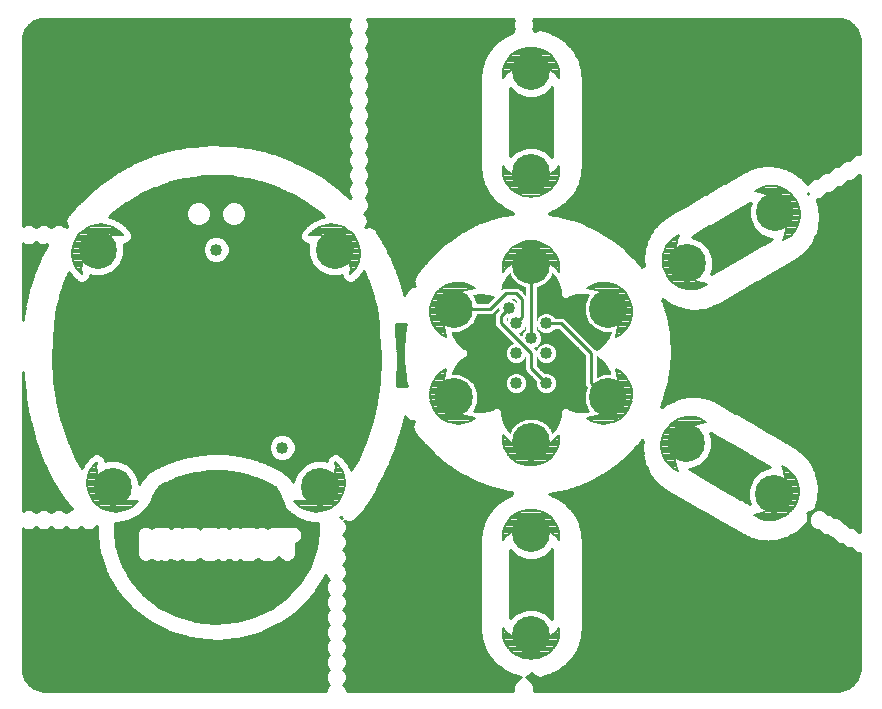
<source format=gbl>
G75*
G70*
%OFA0B0*%
%FSLAX24Y24*%
%IPPOS*%
%LPD*%
%AMOC8*
5,1,8,0,0,1.08239X$1,22.5*
%
%ADD10C,0.1266*%
%ADD11C,0.0080*%
%ADD12C,0.0400*%
%ADD13C,0.0100*%
%ADD14C,0.0030*%
D10*
X003450Y011100D03*
X010350Y011100D03*
X014842Y014073D03*
X017399Y012596D03*
X019958Y014074D03*
X022562Y012557D03*
X025506Y010857D03*
X017400Y009550D03*
X017400Y006150D03*
X014842Y017027D03*
X017400Y018500D03*
X019957Y017028D03*
X022600Y018550D03*
X025544Y020250D03*
X017400Y021550D03*
X017400Y024950D03*
X010850Y019000D03*
X002950Y019000D03*
D11*
X002769Y019151D02*
X002146Y019151D01*
X002127Y019091D02*
X002170Y019227D01*
X002233Y019355D01*
X002314Y019473D01*
X002413Y019576D01*
X002523Y019667D01*
X002646Y019740D01*
X002778Y019794D01*
X002917Y019827D01*
X003060Y019838D01*
X003202Y019828D01*
X003341Y019795D01*
X003474Y019742D01*
X003597Y019669D01*
X003707Y019578D01*
X003802Y019472D01*
X003635Y019489D01*
X003466Y019483D01*
X003301Y019453D01*
X003141Y019400D01*
X002991Y019324D01*
X002853Y019228D01*
X002729Y019113D01*
X002624Y018982D01*
X002538Y018837D01*
X002474Y018682D01*
X002432Y018518D01*
X002414Y018351D01*
X002420Y018183D01*
X002320Y018285D01*
X002237Y018402D01*
X002173Y018529D01*
X002129Y018665D01*
X002107Y018806D01*
X002106Y018949D01*
X002127Y019091D01*
X002124Y019072D02*
X002696Y019072D01*
X002633Y018994D02*
X002113Y018994D01*
X002106Y018915D02*
X002584Y018915D01*
X002538Y018837D02*
X002107Y018837D01*
X002115Y018758D02*
X002505Y018758D01*
X002473Y018680D02*
X002127Y018680D01*
X002150Y018601D02*
X002453Y018601D01*
X002433Y018523D02*
X002177Y018523D01*
X002216Y018444D02*
X002424Y018444D01*
X002416Y018366D02*
X002263Y018366D01*
X002319Y018287D02*
X002416Y018287D01*
X002419Y018209D02*
X002395Y018209D01*
X002171Y019229D02*
X002854Y019229D01*
X002967Y019308D02*
X002209Y019308D01*
X002254Y019386D02*
X003114Y019386D01*
X003364Y019465D02*
X002309Y019465D01*
X002382Y019543D02*
X003738Y019543D01*
X003654Y019622D02*
X002468Y019622D01*
X002578Y019700D02*
X003545Y019700D01*
X003383Y019779D02*
X002739Y019779D01*
X009998Y019472D02*
X010165Y019489D01*
X010334Y019483D01*
X010499Y019453D01*
X010659Y019400D01*
X010809Y019324D01*
X010947Y019228D01*
X011071Y019113D01*
X011176Y018982D01*
X011262Y018837D01*
X011326Y018682D01*
X011368Y018518D01*
X011386Y018351D01*
X011380Y018183D01*
X011480Y018285D01*
X011563Y018402D01*
X011627Y018529D01*
X011671Y018665D01*
X011693Y018806D01*
X011694Y018949D01*
X011673Y019091D01*
X011630Y019227D01*
X011567Y019355D01*
X011486Y019473D01*
X011387Y019576D01*
X011277Y019667D01*
X011154Y019740D01*
X011022Y019794D01*
X010883Y019827D01*
X010740Y019838D01*
X010598Y019828D01*
X010459Y019795D01*
X010326Y019742D01*
X010203Y019669D01*
X010093Y019578D01*
X009998Y019472D01*
X010062Y019543D02*
X011418Y019543D01*
X011491Y019465D02*
X010436Y019465D01*
X010686Y019386D02*
X011546Y019386D01*
X011591Y019308D02*
X010833Y019308D01*
X010946Y019229D02*
X011629Y019229D01*
X011654Y019151D02*
X011031Y019151D01*
X011104Y019072D02*
X011676Y019072D01*
X011687Y018994D02*
X011167Y018994D01*
X011216Y018915D02*
X011694Y018915D01*
X011693Y018837D02*
X011262Y018837D01*
X011295Y018758D02*
X011685Y018758D01*
X011673Y018680D02*
X011327Y018680D01*
X011347Y018601D02*
X011650Y018601D01*
X011623Y018523D02*
X011367Y018523D01*
X011376Y018444D02*
X011584Y018444D01*
X011537Y018366D02*
X011384Y018366D01*
X011384Y018287D02*
X011481Y018287D01*
X011405Y018209D02*
X011381Y018209D01*
X011332Y019622D02*
X010146Y019622D01*
X010255Y019700D02*
X011222Y019700D01*
X011061Y019779D02*
X010417Y019779D01*
X014160Y017421D02*
X014239Y017540D01*
X014334Y017646D01*
X014445Y017736D01*
X014569Y017808D01*
X014702Y017861D01*
X014841Y017892D01*
X014984Y017902D01*
X015126Y017890D01*
X015265Y017856D01*
X015397Y017801D01*
X015519Y017727D01*
X015354Y017695D01*
X015195Y017640D01*
X015045Y017563D01*
X014908Y017465D01*
X014786Y017349D01*
X014682Y017216D01*
X014598Y017071D01*
X014535Y016914D01*
X014496Y016751D01*
X014479Y016583D01*
X014487Y016415D01*
X014519Y016250D01*
X014574Y016091D01*
X014449Y016159D01*
X014335Y016246D01*
X014237Y016350D01*
X014155Y016467D01*
X014092Y016595D01*
X014050Y016732D01*
X014029Y016873D01*
X014029Y017016D01*
X014052Y017157D01*
X014096Y017293D01*
X014160Y017421D01*
X014162Y017424D02*
X014864Y017424D01*
X014783Y017345D02*
X014122Y017345D01*
X014087Y017267D02*
X014721Y017267D01*
X014666Y017188D02*
X014062Y017188D01*
X014044Y017110D02*
X014620Y017110D01*
X014582Y017031D02*
X014032Y017031D01*
X014029Y016953D02*
X014551Y016953D01*
X014525Y016874D02*
X014029Y016874D01*
X014040Y016796D02*
X014506Y016796D01*
X014492Y016717D02*
X014054Y016717D01*
X014079Y016639D02*
X014485Y016639D01*
X014481Y016560D02*
X014109Y016560D01*
X014148Y016482D02*
X014484Y016482D01*
X014490Y016403D02*
X014200Y016403D01*
X014261Y016325D02*
X014505Y016325D01*
X014520Y016246D02*
X014336Y016246D01*
X014438Y016168D02*
X014547Y016168D01*
X014574Y015009D02*
X014519Y014850D01*
X014487Y014685D01*
X014479Y014517D01*
X014495Y014349D01*
X014535Y014186D01*
X014598Y014029D01*
X014682Y013884D01*
X014786Y013751D01*
X014908Y013635D01*
X015045Y013537D01*
X015195Y013460D01*
X015354Y013405D01*
X015519Y013373D01*
X015397Y013299D01*
X015265Y013244D01*
X015126Y013210D01*
X014983Y013198D01*
X014841Y013208D01*
X014702Y013239D01*
X014569Y013292D01*
X014445Y013364D01*
X014334Y013454D01*
X014238Y013560D01*
X014160Y013679D01*
X014096Y013807D01*
X014052Y013943D01*
X014029Y014084D01*
X014029Y014227D01*
X014050Y014368D01*
X014092Y014505D01*
X014155Y014633D01*
X014237Y014750D01*
X014335Y014854D01*
X014449Y014941D01*
X014574Y015009D01*
X014567Y014990D02*
X014539Y014990D01*
X014540Y014912D02*
X014411Y014912D01*
X014316Y014833D02*
X014516Y014833D01*
X014501Y014755D02*
X014241Y014755D01*
X014185Y014676D02*
X014487Y014676D01*
X014483Y014598D02*
X014138Y014598D01*
X014099Y014519D02*
X014480Y014519D01*
X014487Y014441D02*
X014072Y014441D01*
X014049Y014362D02*
X014494Y014362D01*
X014511Y014284D02*
X014037Y014284D01*
X014029Y014205D02*
X014531Y014205D01*
X014559Y014127D02*
X014029Y014127D01*
X014035Y014048D02*
X014590Y014048D01*
X014632Y013970D02*
X014048Y013970D01*
X014069Y013891D02*
X014678Y013891D01*
X014738Y013813D02*
X014094Y013813D01*
X014133Y013734D02*
X014804Y013734D01*
X014886Y013656D02*
X014176Y013656D01*
X014227Y013577D02*
X014989Y013577D01*
X015120Y013499D02*
X014294Y013499D01*
X014376Y013420D02*
X015310Y013420D01*
X015310Y013263D02*
X014642Y013263D01*
X014483Y013342D02*
X015467Y013342D01*
X016454Y012833D02*
X016564Y012706D01*
X016691Y012595D01*
X016833Y012504D01*
X016986Y012435D01*
X017148Y012387D01*
X017314Y012363D01*
X017483Y012363D01*
X017649Y012387D01*
X017811Y012435D01*
X017964Y012504D01*
X018106Y012595D01*
X018233Y012706D01*
X018344Y012833D01*
X018347Y012690D01*
X018328Y012548D01*
X018288Y012411D01*
X018227Y012282D01*
X018147Y012163D01*
X018050Y012058D01*
X017939Y011969D01*
X017815Y011898D01*
X017681Y011847D01*
X017541Y011817D01*
X017399Y011809D01*
X017256Y011817D01*
X017116Y011847D01*
X016983Y011898D01*
X016859Y011969D01*
X016747Y012058D01*
X016650Y012163D01*
X016570Y012282D01*
X016510Y012411D01*
X016469Y012548D01*
X016451Y012690D01*
X016454Y012833D01*
X016453Y012792D02*
X016489Y012792D01*
X016451Y012714D02*
X016557Y012714D01*
X016646Y012635D02*
X016458Y012635D01*
X016468Y012557D02*
X016752Y012557D01*
X016891Y012478D02*
X016490Y012478D01*
X016515Y012400D02*
X017106Y012400D01*
X016722Y012086D02*
X018076Y012086D01*
X018148Y012164D02*
X016649Y012164D01*
X016597Y012243D02*
X018201Y012243D01*
X018246Y012321D02*
X016552Y012321D01*
X016811Y012007D02*
X017986Y012007D01*
X017867Y011929D02*
X016930Y011929D01*
X017109Y011850D02*
X017688Y011850D01*
X017692Y012400D02*
X018282Y012400D01*
X018307Y012478D02*
X017906Y012478D01*
X018045Y012557D02*
X018329Y012557D01*
X018339Y012635D02*
X018152Y012635D01*
X018240Y012714D02*
X018346Y012714D01*
X018344Y012792D02*
X018308Y012792D01*
X019281Y013374D02*
X019446Y013406D01*
X019605Y013461D01*
X019754Y013538D01*
X019892Y013636D01*
X020013Y013752D01*
X020117Y013884D01*
X020202Y014030D01*
X020264Y014187D01*
X020304Y014350D01*
X020320Y014518D01*
X020312Y014686D01*
X020280Y014851D01*
X020225Y015010D01*
X020351Y014942D01*
X020464Y014855D01*
X020563Y014751D01*
X020644Y014634D01*
X020707Y014506D01*
X020750Y014369D01*
X020771Y014228D01*
X020770Y014085D01*
X020748Y013944D01*
X020704Y013808D01*
X020639Y013680D01*
X020561Y013561D01*
X020465Y013455D01*
X020354Y013365D01*
X020231Y013293D01*
X020098Y013240D01*
X019959Y013209D01*
X019816Y013199D01*
X019674Y013211D01*
X019535Y013245D01*
X019403Y013300D01*
X019281Y013374D01*
X019334Y013342D02*
X020314Y013342D01*
X020422Y013420D02*
X019487Y013420D01*
X019491Y013263D02*
X020156Y013263D01*
X020505Y013499D02*
X019678Y013499D01*
X019809Y013577D02*
X020572Y013577D01*
X020623Y013656D02*
X019912Y013656D01*
X019994Y013734D02*
X020666Y013734D01*
X020705Y013813D02*
X020061Y013813D01*
X020121Y013891D02*
X020730Y013891D01*
X020752Y013970D02*
X020167Y013970D01*
X020209Y014048D02*
X020764Y014048D01*
X020770Y014127D02*
X020240Y014127D01*
X020269Y014205D02*
X020771Y014205D01*
X020763Y014284D02*
X020288Y014284D01*
X020305Y014362D02*
X020751Y014362D01*
X020728Y014441D02*
X020313Y014441D01*
X020320Y014519D02*
X020701Y014519D01*
X020662Y014598D02*
X020316Y014598D01*
X020313Y014676D02*
X020615Y014676D01*
X020560Y014755D02*
X020299Y014755D01*
X020284Y014833D02*
X020485Y014833D01*
X020390Y014912D02*
X020260Y014912D01*
X020263Y014990D02*
X020232Y014990D01*
X020225Y016091D02*
X020279Y016250D01*
X020311Y016416D01*
X020319Y016584D01*
X020303Y016752D01*
X020263Y016915D01*
X020201Y017071D01*
X020117Y017217D01*
X020013Y017350D01*
X019891Y017466D01*
X019754Y017564D01*
X019604Y017641D01*
X019445Y017696D01*
X019280Y017728D01*
X019402Y017802D01*
X019534Y017857D01*
X019673Y017890D01*
X019815Y017903D01*
X019958Y017893D01*
X020097Y017861D01*
X020230Y017809D01*
X020353Y017737D01*
X020464Y017647D01*
X020560Y017541D01*
X020639Y017421D01*
X020703Y017294D01*
X020747Y017158D01*
X020769Y017017D01*
X020770Y016874D01*
X020273Y016874D01*
X020292Y016796D02*
X020758Y016796D01*
X020749Y016732D02*
X020706Y016596D01*
X020644Y016468D01*
X020562Y016350D01*
X020463Y016247D01*
X020350Y016160D01*
X020225Y016091D01*
X020251Y016168D02*
X020360Y016168D01*
X020278Y016246D02*
X020462Y016246D01*
X020537Y016325D02*
X020294Y016325D01*
X020309Y016403D02*
X020598Y016403D01*
X020650Y016482D02*
X020314Y016482D01*
X020318Y016560D02*
X020689Y016560D01*
X020720Y016639D02*
X020314Y016639D01*
X020306Y016717D02*
X020744Y016717D01*
X020749Y016732D02*
X020770Y016874D01*
X020770Y016953D02*
X020248Y016953D01*
X020217Y017031D02*
X020767Y017031D01*
X020754Y017110D02*
X020179Y017110D01*
X020133Y017188D02*
X020737Y017188D01*
X020712Y017267D02*
X020078Y017267D01*
X020016Y017345D02*
X020677Y017345D01*
X020637Y017424D02*
X019935Y017424D01*
X019840Y017502D02*
X020586Y017502D01*
X020524Y017581D02*
X019721Y017581D01*
X019551Y017659D02*
X020449Y017659D01*
X020352Y017738D02*
X019296Y017738D01*
X019436Y017816D02*
X020212Y017816D01*
X019933Y017895D02*
X019721Y017895D01*
X018345Y018264D02*
X018235Y018391D01*
X018107Y018501D01*
X017966Y018592D01*
X017812Y018662D01*
X017651Y018709D01*
X017484Y018733D01*
X017316Y018733D01*
X017149Y018709D01*
X016988Y018662D01*
X016834Y018592D01*
X016693Y018501D01*
X016565Y018391D01*
X016455Y018264D01*
X016452Y018407D01*
X016471Y018548D01*
X016511Y018685D01*
X016572Y018815D01*
X016651Y018933D01*
X016748Y019038D01*
X016860Y019127D01*
X016984Y019198D01*
X017118Y019249D01*
X017257Y019279D01*
X017400Y019287D01*
X017543Y019279D01*
X017682Y019249D01*
X017816Y019198D01*
X017940Y019127D01*
X018052Y019038D01*
X018149Y018933D01*
X018228Y018815D01*
X018289Y018685D01*
X018329Y018548D01*
X018348Y018407D01*
X018345Y018264D01*
X018345Y018287D02*
X018325Y018287D01*
X018347Y018366D02*
X018257Y018366D01*
X018173Y018444D02*
X018343Y018444D01*
X018333Y018523D02*
X018074Y018523D01*
X017946Y018601D02*
X018314Y018601D01*
X018291Y018680D02*
X017752Y018680D01*
X018093Y018994D02*
X016707Y018994D01*
X016639Y018915D02*
X018161Y018915D01*
X018214Y018837D02*
X016586Y018837D01*
X016545Y018758D02*
X018255Y018758D01*
X018009Y019072D02*
X016791Y019072D01*
X016901Y019151D02*
X017899Y019151D01*
X017735Y019229D02*
X017065Y019229D01*
X017048Y018680D02*
X016509Y018680D01*
X016486Y018601D02*
X016854Y018601D01*
X016726Y018523D02*
X016467Y018523D01*
X016457Y018444D02*
X016627Y018444D01*
X016543Y018366D02*
X016453Y018366D01*
X016455Y018287D02*
X016475Y018287D01*
X015502Y017738D02*
X014448Y017738D01*
X014350Y017659D02*
X015250Y017659D01*
X015079Y017581D02*
X014275Y017581D01*
X014214Y017502D02*
X014960Y017502D01*
X014877Y017895D02*
X015069Y017895D01*
X015361Y017816D02*
X014588Y017816D01*
X016860Y020923D02*
X016984Y020852D01*
X017118Y020801D01*
X017257Y020771D01*
X017400Y020763D01*
X017543Y020771D01*
X017682Y020801D01*
X017816Y020852D01*
X017940Y020923D01*
X018052Y021012D01*
X018149Y021117D01*
X018228Y021235D01*
X018289Y021365D01*
X018329Y021502D01*
X018348Y021643D01*
X018345Y021786D01*
X018235Y021659D01*
X018107Y021549D01*
X017966Y021458D01*
X017812Y021388D01*
X017651Y021341D01*
X017484Y021317D01*
X017316Y021317D01*
X017149Y021341D01*
X016988Y021388D01*
X016834Y021458D01*
X016693Y021549D01*
X016565Y021659D01*
X016455Y021786D01*
X016452Y021643D01*
X016471Y021502D01*
X016511Y021365D01*
X016572Y021235D01*
X016651Y021117D01*
X016748Y021012D01*
X016860Y020923D01*
X016818Y020956D02*
X017982Y020956D01*
X018073Y021035D02*
X016727Y021035D01*
X016655Y021113D02*
X018145Y021113D01*
X018199Y021192D02*
X016601Y021192D01*
X016555Y021270D02*
X018245Y021270D01*
X018282Y021349D02*
X017678Y021349D01*
X017898Y021427D02*
X018307Y021427D01*
X018330Y021506D02*
X018040Y021506D01*
X018148Y021584D02*
X018340Y021584D01*
X018348Y021663D02*
X018238Y021663D01*
X018306Y021741D02*
X018346Y021741D01*
X017861Y020878D02*
X016939Y020878D01*
X017126Y020799D02*
X017674Y020799D01*
X017122Y021349D02*
X016518Y021349D01*
X016493Y021427D02*
X016902Y021427D01*
X016760Y021506D02*
X016470Y021506D01*
X016460Y021584D02*
X016652Y021584D01*
X016562Y021663D02*
X016452Y021663D01*
X016454Y021741D02*
X016494Y021741D01*
X016455Y024714D02*
X016565Y024841D01*
X016693Y024951D01*
X016834Y025042D01*
X016988Y025112D01*
X017149Y025159D01*
X017316Y025183D01*
X017484Y025183D01*
X017651Y025159D01*
X017812Y025112D01*
X017966Y025042D01*
X018107Y024951D01*
X018235Y024841D01*
X018345Y024714D01*
X018348Y024857D01*
X018329Y024998D01*
X018289Y025135D01*
X018228Y025265D01*
X018149Y025383D01*
X018052Y025488D01*
X017940Y025577D01*
X017816Y025648D01*
X017682Y025699D01*
X017543Y025729D01*
X017400Y025737D01*
X017257Y025729D01*
X017118Y025699D01*
X016984Y025648D01*
X016860Y025577D01*
X016748Y025488D01*
X016651Y025383D01*
X016572Y025265D01*
X016511Y025135D01*
X016471Y024998D01*
X016452Y024857D01*
X016455Y024714D01*
X016455Y024724D02*
X016464Y024724D01*
X016453Y024803D02*
X016532Y024803D01*
X016455Y024881D02*
X016612Y024881D01*
X016706Y024960D02*
X016466Y024960D01*
X016482Y025038D02*
X016828Y025038D01*
X017004Y025117D02*
X016505Y025117D01*
X016539Y025195D02*
X018261Y025195D01*
X018295Y025117D02*
X017796Y025117D01*
X017972Y025038D02*
X018318Y025038D01*
X018334Y024960D02*
X018094Y024960D01*
X018188Y024881D02*
X018345Y024881D01*
X018347Y024803D02*
X018268Y024803D01*
X018336Y024724D02*
X018345Y024724D01*
X018223Y025274D02*
X016577Y025274D01*
X016630Y025352D02*
X018170Y025352D01*
X018105Y025431D02*
X016695Y025431D01*
X016774Y025509D02*
X018026Y025509D01*
X017922Y025588D02*
X016878Y025588D01*
X017031Y025666D02*
X017769Y025666D01*
X025014Y021035D02*
X025809Y021035D01*
X025818Y021031D02*
X025685Y021084D01*
X025545Y021115D01*
X025403Y021125D01*
X025261Y021113D01*
X025122Y021079D01*
X024990Y021024D01*
X024867Y020950D01*
X025033Y020918D01*
X025192Y020863D01*
X025341Y020786D01*
X025479Y020688D01*
X025600Y020572D01*
X025704Y020440D01*
X025789Y020294D01*
X025851Y020137D01*
X025891Y019974D01*
X025907Y019806D01*
X025899Y019638D01*
X025867Y019473D01*
X025812Y019314D01*
X025938Y019382D01*
X026051Y019469D01*
X026150Y019573D01*
X026231Y019690D01*
X026294Y019818D01*
X026337Y019955D01*
X026358Y020096D01*
X026357Y020239D01*
X026334Y020380D01*
X026291Y020516D01*
X026226Y020644D01*
X026148Y020763D01*
X026052Y020869D01*
X025941Y020959D01*
X025818Y021031D01*
X025945Y020956D02*
X024877Y020956D01*
X025150Y020878D02*
X026042Y020878D01*
X026115Y020799D02*
X025316Y020799D01*
X025433Y020721D02*
X026176Y020721D01*
X026227Y020642D02*
X025527Y020642D01*
X025607Y020564D02*
X026267Y020564D01*
X026301Y020485D02*
X025669Y020485D01*
X025723Y020407D02*
X026326Y020407D01*
X026343Y020328D02*
X025769Y020328D01*
X025806Y020250D02*
X026355Y020250D01*
X026357Y020171D02*
X025838Y020171D01*
X025862Y020093D02*
X026357Y020093D01*
X026345Y020014D02*
X025881Y020014D01*
X025895Y019936D02*
X026331Y019936D01*
X026306Y019857D02*
X025902Y019857D01*
X025906Y019779D02*
X026275Y019779D01*
X026236Y019700D02*
X025902Y019700D01*
X025896Y019622D02*
X026184Y019622D01*
X026121Y019543D02*
X025881Y019543D01*
X025864Y019465D02*
X026045Y019465D01*
X025943Y019386D02*
X025837Y019386D01*
X023277Y017850D02*
X023112Y017882D01*
X022953Y017937D01*
X022803Y018014D01*
X022666Y018112D01*
X022544Y018228D01*
X022440Y018360D01*
X022356Y018506D01*
X022293Y018663D01*
X022254Y018826D01*
X022238Y018994D01*
X022245Y019162D01*
X022277Y019327D01*
X022332Y019486D01*
X022207Y019418D01*
X022094Y019331D01*
X021995Y019227D01*
X021913Y019110D01*
X021850Y018982D01*
X021808Y018845D01*
X021787Y018704D01*
X021787Y018561D01*
X021810Y018420D01*
X021854Y018284D01*
X021918Y018156D01*
X021997Y018037D01*
X022092Y017931D01*
X022203Y017841D01*
X022327Y017769D01*
X022460Y017716D01*
X022599Y017685D01*
X022742Y017675D01*
X022884Y017687D01*
X023023Y017721D01*
X023155Y017776D01*
X023277Y017850D01*
X023221Y017816D02*
X022246Y017816D01*
X022137Y017895D02*
X023075Y017895D01*
X023063Y017738D02*
X022406Y017738D01*
X022054Y017973D02*
X022883Y017973D01*
X022751Y018052D02*
X021987Y018052D01*
X021935Y018130D02*
X022647Y018130D01*
X022565Y018209D02*
X021892Y018209D01*
X021853Y018287D02*
X022498Y018287D01*
X022437Y018366D02*
X021828Y018366D01*
X021806Y018444D02*
X022392Y018444D01*
X022349Y018523D02*
X021794Y018523D01*
X021787Y018601D02*
X022318Y018601D01*
X022289Y018680D02*
X021787Y018680D01*
X021795Y018758D02*
X022270Y018758D01*
X022253Y018837D02*
X021807Y018837D01*
X021830Y018915D02*
X022245Y018915D01*
X022238Y018994D02*
X021856Y018994D01*
X021895Y019072D02*
X022241Y019072D01*
X022245Y019151D02*
X021941Y019151D01*
X021997Y019229D02*
X022258Y019229D01*
X022273Y019308D02*
X022071Y019308D01*
X022166Y019386D02*
X022297Y019386D01*
X022292Y019465D02*
X022325Y019465D01*
X025265Y021113D02*
X025555Y021113D01*
X022984Y013386D02*
X022846Y013419D01*
X022703Y013432D01*
X022561Y013422D01*
X022421Y013390D01*
X022288Y013338D01*
X022165Y013266D01*
X022054Y013176D01*
X021958Y013070D01*
X021880Y012950D01*
X021816Y012823D01*
X021772Y012687D01*
X021749Y012546D01*
X021748Y012403D01*
X021769Y012261D01*
X021812Y012125D01*
X021875Y011997D01*
X021956Y011879D01*
X022055Y011776D01*
X022168Y011689D01*
X022294Y011620D01*
X022239Y011779D01*
X022207Y011945D01*
X022199Y012113D01*
X022215Y012281D01*
X022255Y012444D01*
X022318Y012600D01*
X022402Y012746D01*
X022506Y012879D01*
X022628Y012995D01*
X022765Y013092D01*
X022914Y013170D01*
X023073Y013225D01*
X023239Y013257D01*
X023116Y013331D01*
X022984Y013386D01*
X023091Y013342D02*
X022297Y013342D01*
X022161Y013263D02*
X023228Y013263D01*
X022957Y013185D02*
X022065Y013185D01*
X021991Y013106D02*
X022791Y013106D01*
X022674Y013028D02*
X021930Y013028D01*
X021879Y012949D02*
X022580Y012949D01*
X022499Y012871D02*
X021840Y012871D01*
X021806Y012792D02*
X022438Y012792D01*
X022383Y012714D02*
X021780Y012714D01*
X021763Y012635D02*
X022338Y012635D01*
X022300Y012557D02*
X021751Y012557D01*
X021749Y012478D02*
X022269Y012478D01*
X022244Y012400D02*
X021749Y012400D01*
X021761Y012321D02*
X022225Y012321D01*
X022212Y012243D02*
X021775Y012243D01*
X021800Y012164D02*
X022204Y012164D01*
X022200Y012086D02*
X021831Y012086D01*
X021870Y012007D02*
X022204Y012007D01*
X022210Y011929D02*
X021922Y011929D01*
X021985Y011850D02*
X022225Y011850D01*
X022242Y011772D02*
X022061Y011772D01*
X022163Y011693D02*
X022269Y011693D01*
X024829Y010157D02*
X024951Y010082D01*
X025083Y010028D01*
X025222Y009994D01*
X025364Y009982D01*
X025507Y009992D01*
X025646Y010023D01*
X025779Y010075D01*
X025903Y010148D01*
X026014Y010238D01*
X026110Y010344D01*
X026188Y010463D01*
X026252Y010591D01*
X026296Y010727D01*
X026319Y010868D01*
X026319Y011011D01*
X026298Y011152D01*
X026256Y011288D01*
X026193Y011417D01*
X026111Y011534D01*
X026013Y011637D01*
X025899Y011724D01*
X025774Y011793D01*
X025829Y011634D01*
X025861Y011469D01*
X025869Y011300D01*
X025852Y011133D01*
X025813Y010969D01*
X025750Y010813D01*
X025666Y010667D01*
X025562Y010535D01*
X025440Y010419D01*
X025303Y010321D01*
X025153Y010244D01*
X024994Y010189D01*
X024829Y010157D01*
X024884Y010123D02*
X025861Y010123D01*
X025969Y010202D02*
X025032Y010202D01*
X025043Y010045D02*
X025701Y010045D01*
X026052Y010280D02*
X025224Y010280D01*
X025356Y010359D02*
X026119Y010359D01*
X026171Y010437D02*
X025459Y010437D01*
X025542Y010516D02*
X026214Y010516D01*
X026253Y010594D02*
X025608Y010594D01*
X025669Y010673D02*
X026279Y010673D01*
X026300Y010751D02*
X025714Y010751D01*
X025757Y010830D02*
X026312Y010830D01*
X026319Y010908D02*
X025788Y010908D01*
X025817Y010987D02*
X026319Y010987D01*
X026311Y011065D02*
X025836Y011065D01*
X025854Y011144D02*
X026300Y011144D01*
X026276Y011222D02*
X025861Y011222D01*
X025869Y011301D02*
X026250Y011301D01*
X026211Y011379D02*
X025865Y011379D01*
X025861Y011458D02*
X026165Y011458D01*
X026109Y011536D02*
X025848Y011536D01*
X025833Y011615D02*
X026034Y011615D01*
X025940Y011693D02*
X025809Y011693D01*
X025813Y011772D02*
X025781Y011772D01*
X022838Y013420D02*
X022553Y013420D01*
X018052Y010088D02*
X017940Y010177D01*
X017816Y010248D01*
X017682Y010299D01*
X017543Y010329D01*
X017400Y010337D01*
X017257Y010329D01*
X017118Y010299D01*
X016984Y010248D01*
X016860Y010177D01*
X016748Y010088D01*
X016651Y009983D01*
X016572Y009865D01*
X016511Y009735D01*
X016471Y009598D01*
X016452Y009457D01*
X016455Y009314D01*
X016565Y009441D01*
X016693Y009551D01*
X016834Y009642D01*
X016988Y009712D01*
X017149Y009759D01*
X017316Y009783D01*
X017484Y009783D01*
X017651Y009759D01*
X017812Y009712D01*
X017966Y009642D01*
X018107Y009551D01*
X018235Y009441D01*
X018345Y009314D01*
X018348Y009457D01*
X018329Y009598D01*
X018289Y009735D01*
X018228Y009865D01*
X018149Y009983D01*
X018052Y010088D01*
X018008Y010123D02*
X016792Y010123D01*
X016708Y010045D02*
X018092Y010045D01*
X018160Y009966D02*
X016640Y009966D01*
X016587Y009888D02*
X018213Y009888D01*
X018255Y009809D02*
X016545Y009809D01*
X016509Y009731D02*
X017051Y009731D01*
X016856Y009652D02*
X016486Y009652D01*
X016467Y009574D02*
X016728Y009574D01*
X016628Y009495D02*
X016457Y009495D01*
X016453Y009417D02*
X016544Y009417D01*
X016476Y009338D02*
X016455Y009338D01*
X016902Y010202D02*
X017898Y010202D01*
X017732Y010280D02*
X017068Y010280D01*
X017749Y009731D02*
X018291Y009731D01*
X018314Y009652D02*
X017944Y009652D01*
X018072Y009574D02*
X018333Y009574D01*
X018343Y009495D02*
X018172Y009495D01*
X018256Y009417D02*
X018347Y009417D01*
X018345Y009338D02*
X018324Y009338D01*
X018345Y006386D02*
X018235Y006259D01*
X018107Y006149D01*
X017966Y006058D01*
X017812Y005988D01*
X017651Y005941D01*
X017484Y005917D01*
X017316Y005917D01*
X017149Y005941D01*
X016988Y005988D01*
X016834Y006058D01*
X016693Y006149D01*
X016565Y006259D01*
X016455Y006386D01*
X016452Y006243D01*
X016471Y006102D01*
X016511Y005965D01*
X016572Y005835D01*
X016651Y005717D01*
X016748Y005612D01*
X016860Y005523D01*
X016984Y005452D01*
X017118Y005401D01*
X017257Y005371D01*
X017400Y005363D01*
X017543Y005371D01*
X017682Y005401D01*
X017816Y005452D01*
X017940Y005523D01*
X018052Y005612D01*
X018149Y005717D01*
X018228Y005835D01*
X018289Y005965D01*
X018329Y006102D01*
X018348Y006243D01*
X018345Y006386D01*
X018346Y006355D02*
X018318Y006355D01*
X018347Y006277D02*
X018250Y006277D01*
X018164Y006198D02*
X018342Y006198D01*
X018332Y006120D02*
X018061Y006120D01*
X017928Y006041D02*
X018312Y006041D01*
X018288Y005963D02*
X017725Y005963D01*
X018086Y005649D02*
X016714Y005649D01*
X016644Y005727D02*
X018156Y005727D01*
X018208Y005806D02*
X016592Y005806D01*
X016549Y005884D02*
X018251Y005884D01*
X017999Y005570D02*
X016801Y005570D01*
X016915Y005492D02*
X017885Y005492D01*
X017714Y005413D02*
X017086Y005413D01*
X017075Y005963D02*
X016512Y005963D01*
X016488Y006041D02*
X016872Y006041D01*
X016739Y006120D02*
X016468Y006120D01*
X016458Y006198D02*
X016636Y006198D01*
X016550Y006277D02*
X016453Y006277D01*
X016454Y006355D02*
X016482Y006355D01*
X010777Y010433D02*
X010654Y010360D01*
X010522Y010306D01*
X010383Y010273D01*
X010240Y010262D01*
X010098Y010272D01*
X009959Y010305D01*
X009826Y010358D01*
X009703Y010431D01*
X009593Y010522D01*
X009498Y010628D01*
X009665Y010611D01*
X009834Y010617D01*
X009999Y010647D01*
X010159Y010700D01*
X010309Y010776D01*
X010447Y010872D01*
X010571Y010987D01*
X010676Y011118D01*
X010762Y011263D01*
X010826Y011418D01*
X010868Y011582D01*
X010886Y011749D01*
X010880Y011917D01*
X010980Y011815D01*
X011063Y011698D01*
X011127Y011571D01*
X011171Y011435D01*
X011193Y011294D01*
X011194Y011151D01*
X011173Y011009D01*
X011130Y010873D01*
X011067Y010745D01*
X010986Y010627D01*
X010887Y010524D01*
X010777Y010433D01*
X010782Y010437D02*
X009696Y010437D01*
X009601Y010516D02*
X010877Y010516D01*
X010954Y010594D02*
X009528Y010594D01*
X009825Y010359D02*
X010652Y010359D01*
X010413Y010280D02*
X010065Y010280D01*
X010076Y010673D02*
X011017Y010673D01*
X011071Y010751D02*
X010260Y010751D01*
X010386Y010830D02*
X011109Y010830D01*
X011141Y010908D02*
X010486Y010908D01*
X010570Y010987D02*
X011166Y010987D01*
X011181Y011065D02*
X010634Y011065D01*
X010691Y011144D02*
X011193Y011144D01*
X011194Y011222D02*
X010738Y011222D01*
X010778Y011301D02*
X011192Y011301D01*
X011179Y011379D02*
X010810Y011379D01*
X010836Y011458D02*
X011163Y011458D01*
X011138Y011536D02*
X010856Y011536D01*
X010872Y011615D02*
X011105Y011615D01*
X011065Y011693D02*
X010880Y011693D01*
X010885Y011772D02*
X011011Y011772D01*
X010945Y011850D02*
X010882Y011850D01*
X004302Y010628D02*
X004135Y010611D01*
X003966Y010617D01*
X003801Y010647D01*
X003641Y010700D01*
X003491Y010776D01*
X003353Y010872D01*
X003229Y010987D01*
X003124Y011118D01*
X003038Y011263D01*
X002974Y011418D01*
X002932Y011582D01*
X002914Y011749D01*
X002920Y011917D01*
X002820Y011815D01*
X002737Y011698D01*
X002673Y011571D01*
X002629Y011435D01*
X002607Y011294D01*
X002606Y011151D01*
X002627Y011009D01*
X002670Y010873D01*
X002733Y010745D01*
X002814Y010627D01*
X002913Y010524D01*
X003023Y010433D01*
X003146Y010360D01*
X003278Y010306D01*
X003417Y010273D01*
X003560Y010262D01*
X003702Y010272D01*
X003841Y010305D01*
X003974Y010358D01*
X004097Y010431D01*
X004207Y010522D01*
X004302Y010628D01*
X004272Y010594D02*
X002846Y010594D01*
X002783Y010673D02*
X003724Y010673D01*
X003540Y010751D02*
X002729Y010751D01*
X002691Y010830D02*
X003414Y010830D01*
X003314Y010908D02*
X002659Y010908D01*
X002634Y010987D02*
X003230Y010987D01*
X003166Y011065D02*
X002619Y011065D01*
X002607Y011144D02*
X003109Y011144D01*
X003062Y011222D02*
X002606Y011222D01*
X002608Y011301D02*
X003022Y011301D01*
X002990Y011379D02*
X002621Y011379D01*
X002637Y011458D02*
X002964Y011458D01*
X002944Y011536D02*
X002662Y011536D01*
X002695Y011615D02*
X002928Y011615D01*
X002920Y011693D02*
X002735Y011693D01*
X002789Y011772D02*
X002915Y011772D01*
X002918Y011850D02*
X002855Y011850D01*
X002923Y010516D02*
X004199Y010516D01*
X004104Y010437D02*
X003018Y010437D01*
X003148Y010359D02*
X003975Y010359D01*
X003735Y010280D02*
X003387Y010280D01*
D12*
X009100Y012400D03*
X016650Y017050D03*
X016900Y016550D03*
X017400Y016050D03*
X016900Y015550D03*
X017900Y015550D03*
X017900Y014550D03*
X016900Y014550D03*
X017900Y016550D03*
X006900Y019000D03*
D13*
X001040Y004309D02*
X000832Y004376D01*
X000655Y004505D01*
X000526Y004682D01*
X000459Y004890D01*
X000450Y005000D01*
X000450Y009705D01*
X000452Y009703D01*
X000580Y009650D01*
X000720Y009650D01*
X000848Y009703D01*
X000900Y009755D01*
X000952Y009703D01*
X001080Y009650D01*
X001220Y009650D01*
X001348Y009703D01*
X001400Y009755D01*
X001452Y009703D01*
X001580Y009650D01*
X001720Y009650D01*
X001848Y009703D01*
X001900Y009755D01*
X001952Y009703D01*
X002080Y009650D01*
X002220Y009650D01*
X002348Y009703D01*
X002400Y009755D01*
X002452Y009703D01*
X002580Y009650D01*
X002720Y009650D01*
X002848Y009703D01*
X002927Y009782D01*
X002927Y009737D01*
X002925Y009691D01*
X002923Y009685D01*
X002927Y009640D01*
X002927Y009595D01*
X002933Y009581D01*
X002983Y009069D01*
X002980Y009055D01*
X002989Y009010D01*
X002993Y008964D01*
X003000Y008952D01*
X002998Y008934D01*
X003011Y008895D01*
X003018Y008855D01*
X003029Y008839D01*
X003185Y008356D01*
X003186Y008336D01*
X003204Y008300D01*
X003216Y008261D01*
X003227Y008249D01*
X003228Y008240D01*
X003252Y008198D01*
X003273Y008153D01*
X003281Y008146D01*
X003526Y007714D01*
X003531Y007693D01*
X003555Y007662D01*
X003574Y007628D01*
X003589Y007617D01*
X003591Y007610D01*
X003624Y007571D01*
X003655Y007531D01*
X003663Y007527D01*
X003988Y007153D01*
X003994Y007138D01*
X004026Y007108D01*
X004055Y007075D01*
X004068Y007068D01*
X004075Y007057D01*
X004111Y007029D01*
X004144Y006997D01*
X004158Y006992D01*
X004556Y006684D01*
X004562Y006674D01*
X004603Y006647D01*
X004642Y006617D01*
X004650Y006615D01*
X004659Y006604D01*
X004697Y006585D01*
X004732Y006561D01*
X000450Y006561D01*
X000450Y006463D02*
X004934Y006463D01*
X004750Y006558D02*
X005217Y006317D01*
X005230Y006305D01*
X005270Y006290D01*
X005308Y006270D01*
X005324Y006269D01*
X005332Y006263D01*
X005378Y006248D01*
X005424Y006231D01*
X005435Y006231D01*
X005952Y006076D01*
X005967Y006066D01*
X006008Y006059D01*
X006048Y006047D01*
X006067Y006049D01*
X006068Y006049D01*
X006078Y006044D01*
X006127Y006038D01*
X006175Y006030D01*
X006186Y006032D01*
X006733Y005976D01*
X006742Y005972D01*
X006792Y005970D01*
X006842Y005964D01*
X006851Y005967D01*
X006856Y005967D01*
X006874Y005961D01*
X006915Y005964D01*
X006955Y005963D01*
X006974Y005969D01*
X007541Y006017D01*
X007554Y006014D01*
X007600Y006022D01*
X007646Y006026D01*
X007659Y006032D01*
X007659Y006033D01*
X007674Y006031D01*
X007718Y006043D01*
X007763Y006050D01*
X007775Y006058D01*
X008295Y006200D01*
X008310Y006200D01*
X008352Y006216D01*
X008395Y006227D01*
X008406Y006236D01*
X008419Y006237D01*
X008461Y006257D01*
X008504Y006274D01*
X008514Y006283D01*
X008980Y006509D01*
X008991Y006511D01*
X009033Y006535D01*
X009077Y006557D01*
X009084Y006564D01*
X009099Y006568D01*
X009133Y006593D01*
X009169Y006614D01*
X009180Y006628D01*
X009589Y006933D01*
X009600Y006937D01*
X009636Y006968D01*
X009675Y006997D01*
X009679Y007005D01*
X009691Y007010D01*
X009720Y007042D01*
X009753Y007071D01*
X009761Y007086D01*
X010102Y007457D01*
X010114Y007464D01*
X010142Y007501D01*
X010173Y007535D01*
X010177Y007546D01*
X010188Y007554D01*
X010211Y007591D01*
X010238Y007626D01*
X010242Y007642D01*
X010502Y008066D01*
X010516Y008080D01*
X010532Y008117D01*
X010554Y008152D01*
X010556Y008166D01*
X010603Y008052D01*
X010655Y008000D01*
X010603Y007948D01*
X010550Y007820D01*
X010550Y007680D01*
X010603Y007552D01*
X010655Y007500D01*
X010603Y007448D01*
X010550Y007320D01*
X010550Y007180D01*
X010603Y007052D01*
X010655Y007000D01*
X010603Y006948D01*
X010550Y006820D01*
X010550Y006680D01*
X010603Y006552D01*
X010655Y006500D01*
X010603Y006448D01*
X010550Y006320D01*
X010550Y006180D01*
X010603Y006052D01*
X010655Y006000D01*
X010603Y005948D01*
X010550Y005820D01*
X010550Y005680D01*
X010603Y005552D01*
X010655Y005500D01*
X010603Y005448D01*
X010550Y005320D01*
X010550Y005180D01*
X010603Y005052D01*
X010655Y005000D01*
X010603Y004948D01*
X010550Y004820D01*
X010550Y004680D01*
X010603Y004552D01*
X010655Y004500D01*
X010603Y004448D01*
X010550Y004320D01*
X010550Y004300D01*
X001150Y004300D01*
X001040Y004309D01*
X000808Y004394D02*
X010581Y004394D01*
X010648Y004493D02*
X000672Y004493D01*
X000593Y004591D02*
X010587Y004591D01*
X010550Y004690D02*
X000524Y004690D01*
X000492Y004788D02*
X010550Y004788D01*
X010578Y004887D02*
X000460Y004887D01*
X000451Y004985D02*
X010640Y004985D01*
X010590Y005084D02*
X000450Y005084D01*
X000450Y005182D02*
X010550Y005182D01*
X010550Y005281D02*
X000450Y005281D01*
X000450Y005379D02*
X010575Y005379D01*
X010633Y005478D02*
X000450Y005478D01*
X000450Y005576D02*
X010593Y005576D01*
X010552Y005675D02*
X000450Y005675D01*
X000450Y005773D02*
X010550Y005773D01*
X010571Y005872D02*
X000450Y005872D01*
X000450Y005970D02*
X006781Y005970D01*
X006981Y005970D02*
X010625Y005970D01*
X010596Y006069D02*
X007812Y006069D01*
X008174Y006167D02*
X010556Y006167D01*
X010550Y006266D02*
X008483Y006266D01*
X008681Y006364D02*
X010568Y006364D01*
X010618Y006463D02*
X008884Y006463D01*
X009081Y006561D02*
X010599Y006561D01*
X010559Y006660D02*
X009222Y006660D01*
X009354Y006758D02*
X010550Y006758D01*
X010565Y006857D02*
X009486Y006857D01*
X009621Y006955D02*
X010610Y006955D01*
X010603Y007054D02*
X009734Y007054D01*
X009821Y007152D02*
X010562Y007152D01*
X010550Y007251D02*
X009912Y007251D01*
X010003Y007349D02*
X010562Y007349D01*
X010603Y007448D02*
X010093Y007448D01*
X010178Y007546D02*
X010609Y007546D01*
X010565Y007645D02*
X010244Y007645D01*
X010304Y007743D02*
X010550Y007743D01*
X010559Y007842D02*
X010364Y007842D01*
X010424Y007940D02*
X010600Y007940D01*
X010617Y008039D02*
X010485Y008039D01*
X010545Y008137D02*
X010568Y008137D01*
X011145Y008000D02*
X011197Y008052D01*
X011250Y008180D01*
X011250Y008320D01*
X011197Y008448D01*
X011145Y008500D01*
X011197Y008552D01*
X011250Y008680D01*
X011250Y008820D01*
X011197Y008948D01*
X011145Y009000D01*
X011197Y009052D01*
X011250Y009180D01*
X011250Y009320D01*
X011197Y009448D01*
X011145Y009500D01*
X011197Y009552D01*
X011250Y009680D01*
X011250Y009820D01*
X011197Y009948D01*
X011182Y009963D01*
X011207Y009953D01*
X011240Y009933D01*
X011261Y009930D01*
X011282Y009922D01*
X011320Y009922D01*
X011358Y009916D01*
X011379Y009922D01*
X011401Y009922D01*
X011436Y009936D01*
X011474Y009946D01*
X011491Y009959D01*
X011511Y009967D01*
X011538Y009994D01*
X011569Y010017D01*
X011580Y010036D01*
X011633Y010089D01*
X011642Y010093D01*
X011675Y010131D01*
X011710Y010166D01*
X011714Y010175D01*
X011757Y010225D01*
X011764Y010229D01*
X011797Y010270D01*
X011831Y010309D01*
X011833Y010317D01*
X011873Y010367D01*
X011882Y010373D01*
X011910Y010414D01*
X011941Y010453D01*
X011943Y010463D01*
X011979Y010515D01*
X011983Y010518D01*
X012013Y010564D01*
X012044Y010609D01*
X012045Y010614D01*
X012078Y010666D01*
X012085Y010671D01*
X012110Y010716D01*
X012138Y010760D01*
X012140Y010768D01*
X012170Y010823D01*
X012175Y010827D01*
X012200Y010874D01*
X012226Y010921D01*
X012227Y010927D01*
X012253Y010979D01*
X012258Y010983D01*
X012280Y011031D01*
X012305Y011079D01*
X012305Y011085D01*
X012347Y011177D01*
X012493Y011458D01*
X012498Y011462D01*
X012520Y011511D01*
X012545Y011558D01*
X012545Y011565D01*
X012658Y011808D01*
X012664Y011814D01*
X012684Y011862D01*
X012705Y011909D01*
X012706Y011917D01*
X012808Y012170D01*
X012813Y012175D01*
X012831Y012225D01*
X012850Y012275D01*
X012850Y012281D01*
X012941Y012535D01*
X012944Y012539D01*
X012960Y012591D01*
X012979Y012642D01*
X012978Y012648D01*
X013061Y012909D01*
X013066Y012916D01*
X013079Y012966D01*
X013094Y013015D01*
X013094Y013023D01*
X013162Y013287D01*
X013165Y013292D01*
X013176Y013345D01*
X013190Y013397D01*
X013189Y013403D01*
X013198Y013444D01*
X013205Y013434D01*
X013226Y013392D01*
X013236Y013383D01*
X013243Y013372D01*
X013281Y013345D01*
X013316Y013314D01*
X013329Y013310D01*
X013340Y013302D01*
X013385Y013291D01*
X013429Y013276D01*
X013443Y013277D01*
X013456Y013274D01*
X013502Y013282D01*
X013509Y013282D01*
X013500Y013268D01*
X013468Y013221D01*
X013468Y013218D01*
X013466Y013216D01*
X013456Y013160D01*
X013445Y013104D01*
X013445Y013101D01*
X013445Y013098D01*
X013457Y013043D01*
X013468Y012987D01*
X013470Y012985D01*
X013470Y012982D01*
X013503Y012935D01*
X013512Y012922D01*
X013514Y012913D01*
X013545Y012874D01*
X013574Y012833D01*
X013582Y012827D01*
X013793Y012562D01*
X013796Y012551D01*
X013829Y012515D01*
X013846Y012494D01*
X013847Y012493D01*
X013849Y012491D01*
X013860Y012477D01*
X013867Y012473D01*
X013884Y012455D01*
X013920Y012416D01*
X013926Y012413D01*
X014168Y012172D01*
X014174Y012159D01*
X014210Y012130D01*
X014242Y012097D01*
X014254Y012092D01*
X014269Y012080D01*
X014313Y012044D01*
X014316Y012043D01*
X014574Y011835D01*
X014579Y011827D01*
X014621Y011797D01*
X014644Y011779D01*
X014645Y011776D01*
X014652Y011772D01*
X014660Y011765D01*
X014664Y011764D01*
X014689Y011749D01*
X014731Y011718D01*
X014739Y011717D01*
X015029Y011532D01*
X015040Y011519D01*
X015079Y011500D01*
X015116Y011476D01*
X015132Y011473D01*
X015149Y011465D01*
X015201Y011438D01*
X015202Y011438D01*
X015497Y011293D01*
X015499Y011290D01*
X015550Y011266D01*
X015571Y011256D01*
X015579Y011249D01*
X015623Y011232D01*
X015666Y011212D01*
X015679Y011211D01*
X016008Y011089D01*
X016022Y011079D01*
X016063Y011069D01*
X016104Y011054D01*
X016121Y011054D01*
X016141Y011049D01*
X016518Y010951D01*
X016527Y010946D01*
X016575Y010937D01*
X016602Y010930D01*
X016604Y010928D01*
X016609Y010928D01*
X016623Y010924D01*
X016629Y010925D01*
X016656Y010921D01*
X016707Y010912D01*
X016715Y010913D01*
X016750Y010909D01*
X016750Y010880D01*
X016764Y010847D01*
X016745Y010833D01*
X016591Y010760D01*
X016566Y010754D01*
X016537Y010734D01*
X016506Y010719D01*
X016489Y010701D01*
X016352Y010606D01*
X016328Y010596D01*
X016303Y010572D01*
X016275Y010552D01*
X016261Y010531D01*
X016143Y010415D01*
X016119Y010400D01*
X016100Y010374D01*
X016077Y010351D01*
X016066Y010326D01*
X015971Y010191D01*
X015953Y010175D01*
X015937Y010143D01*
X015916Y010114D01*
X015911Y010090D01*
X015839Y009943D01*
X015822Y009922D01*
X015813Y009890D01*
X015798Y009859D01*
X015796Y009833D01*
X015747Y009664D01*
X015732Y009636D01*
X015730Y009607D01*
X015722Y009579D01*
X015725Y009548D01*
X015712Y009384D01*
X015707Y009372D01*
X015707Y009324D01*
X015703Y009277D01*
X015707Y009265D01*
X015707Y006414D01*
X015703Y006402D01*
X015707Y006355D01*
X015707Y006300D01*
X015712Y006286D01*
X015725Y006131D01*
X015722Y006100D01*
X015730Y006072D01*
X015732Y006043D01*
X015747Y006015D01*
X015796Y005846D01*
X015798Y005820D01*
X015813Y005790D01*
X015822Y005757D01*
X015839Y005737D01*
X015911Y005589D01*
X015916Y005565D01*
X015937Y005536D01*
X015953Y005504D01*
X015971Y005488D01*
X016066Y005354D01*
X016077Y005328D01*
X016100Y005306D01*
X016119Y005279D01*
X016143Y005264D01*
X016261Y005149D01*
X016275Y005127D01*
X016303Y005108D01*
X016328Y005083D01*
X016352Y005074D01*
X016489Y004979D01*
X016506Y004960D01*
X016537Y004945D01*
X016566Y004925D01*
X016591Y004920D01*
X016745Y004847D01*
X016765Y004831D01*
X016799Y004822D01*
X016830Y004807D01*
X016855Y004806D01*
X017042Y004753D01*
X017064Y004743D01*
X016952Y004697D01*
X016853Y004598D01*
X016800Y004470D01*
X016800Y004330D01*
X016813Y004300D01*
X011250Y004300D01*
X011250Y004320D01*
X011197Y004448D01*
X011145Y004500D01*
X011197Y004552D01*
X011250Y004680D01*
X011250Y004820D01*
X011197Y004948D01*
X011145Y005000D01*
X011197Y005052D01*
X011250Y005180D01*
X011250Y005320D01*
X011197Y005448D01*
X011145Y005500D01*
X011197Y005552D01*
X011250Y005680D01*
X011250Y005820D01*
X011197Y005948D01*
X011145Y006000D01*
X011197Y006052D01*
X011250Y006180D01*
X011250Y006320D01*
X011197Y006448D01*
X011145Y006500D01*
X011197Y006552D01*
X011250Y006680D01*
X011250Y006820D01*
X011197Y006948D01*
X011145Y007000D01*
X011197Y007052D01*
X011250Y007180D01*
X011250Y007320D01*
X011197Y007448D01*
X011145Y007500D01*
X011197Y007552D01*
X011250Y007680D01*
X011250Y007820D01*
X011197Y007948D01*
X011145Y008000D01*
X011183Y008039D02*
X015707Y008039D01*
X015707Y008137D02*
X011232Y008137D01*
X011250Y008236D02*
X015707Y008236D01*
X015707Y008334D02*
X011244Y008334D01*
X011203Y008433D02*
X015707Y008433D01*
X015707Y008531D02*
X011176Y008531D01*
X011229Y008630D02*
X015707Y008630D01*
X015707Y008728D02*
X011250Y008728D01*
X011247Y008827D02*
X015707Y008827D01*
X015707Y008925D02*
X011206Y008925D01*
X011168Y009024D02*
X015707Y009024D01*
X015707Y009122D02*
X011226Y009122D01*
X011250Y009221D02*
X015707Y009221D01*
X015706Y009319D02*
X011250Y009319D01*
X011209Y009418D02*
X015714Y009418D01*
X015722Y009516D02*
X011161Y009516D01*
X011223Y009615D02*
X015730Y009615D01*
X015761Y009713D02*
X011250Y009713D01*
X011250Y009812D02*
X015790Y009812D01*
X015819Y009910D02*
X011213Y009910D01*
X011088Y010051D02*
X011024Y010077D01*
X011028Y010087D01*
X011066Y010087D01*
X011067Y010087D01*
X011079Y010072D01*
X011087Y010052D01*
X011088Y010051D01*
X011557Y010009D02*
X015871Y010009D01*
X015915Y010107D02*
X011654Y010107D01*
X011740Y010206D02*
X015981Y010206D01*
X016051Y010304D02*
X011826Y010304D01*
X011902Y010403D02*
X016123Y010403D01*
X016231Y010501D02*
X011970Y010501D01*
X012037Y010600D02*
X016337Y010600D01*
X016485Y010698D02*
X012100Y010698D01*
X012156Y010797D02*
X016669Y010797D01*
X016750Y010895D02*
X012212Y010895D01*
X012263Y010994D02*
X016355Y010994D01*
X016000Y011092D02*
X012308Y011092D01*
X012354Y011191D02*
X015735Y011191D01*
X015501Y011289D02*
X012405Y011289D01*
X012456Y011388D02*
X015305Y011388D01*
X015100Y011486D02*
X012509Y011486D01*
X012554Y011585D02*
X014946Y011585D01*
X014792Y011683D02*
X012600Y011683D01*
X012646Y011782D02*
X014640Y011782D01*
X014518Y011880D02*
X012692Y011880D01*
X012731Y011979D02*
X014396Y011979D01*
X014273Y012077D02*
X012771Y012077D01*
X012813Y012176D02*
X014164Y012176D01*
X014065Y012274D02*
X012850Y012274D01*
X012883Y012373D02*
X013967Y012373D01*
X013868Y012471D02*
X012918Y012471D01*
X012954Y012570D02*
X013786Y012570D01*
X013708Y012668D02*
X012985Y012668D01*
X013016Y012767D02*
X013630Y012767D01*
X013551Y012865D02*
X013047Y012865D01*
X013078Y012964D02*
X013483Y012964D01*
X013453Y013062D02*
X013103Y013062D01*
X013129Y013161D02*
X013456Y013161D01*
X013494Y013259D02*
X013154Y013259D01*
X013180Y013358D02*
X013263Y013358D01*
X012180Y013653D02*
X001676Y013653D01*
X001698Y013555D02*
X012157Y013555D01*
X012134Y013456D02*
X001721Y013456D01*
X001744Y013358D02*
X012111Y013358D01*
X012091Y013274D02*
X012068Y013201D01*
X011867Y012606D01*
X011837Y012532D01*
X011584Y011965D01*
X011548Y011900D01*
X011408Y011656D01*
X011396Y011681D01*
X011385Y011715D01*
X011370Y011732D01*
X011337Y011797D01*
X011332Y011820D01*
X011312Y011849D01*
X011296Y011880D01*
X011537Y011880D01*
X011590Y011979D02*
X011225Y011979D01*
X011228Y011976D02*
X011203Y012001D01*
X011182Y012030D01*
X011163Y012042D01*
X011123Y012083D01*
X011120Y012090D01*
X011083Y012125D01*
X011047Y012161D01*
X011041Y012164D01*
X011035Y012169D01*
X010988Y012186D01*
X010941Y012206D01*
X010934Y012206D01*
X010927Y012209D01*
X010877Y012207D01*
X010826Y012208D01*
X010819Y012205D01*
X010812Y012205D01*
X010766Y012184D01*
X010719Y012165D01*
X010714Y012160D01*
X010707Y012157D01*
X010672Y012120D01*
X010636Y012085D01*
X010633Y012078D01*
X010628Y012073D01*
X010611Y012025D01*
X010591Y011979D01*
X010591Y011971D01*
X010588Y011964D01*
X010588Y011957D01*
X010526Y011983D01*
X010174Y011983D01*
X009850Y011849D01*
X009601Y011600D01*
X009467Y011276D01*
X009467Y011249D01*
X009450Y011280D01*
X009448Y011281D01*
X009421Y011326D01*
X009392Y011374D01*
X009390Y011376D01*
X009372Y011405D01*
X009347Y011450D01*
X009341Y011455D01*
X009337Y011462D01*
X009294Y011492D01*
X009255Y011524D01*
X009246Y011537D01*
X009209Y011561D01*
X009175Y011588D01*
X009159Y011592D01*
X009114Y011621D01*
X009111Y011623D01*
X009096Y011640D01*
X009062Y011657D01*
X009031Y011679D01*
X009009Y011684D01*
X009000Y011688D01*
X008958Y011711D01*
X008947Y011722D01*
X008906Y011740D01*
X008871Y011758D01*
X008869Y011761D01*
X008841Y011773D01*
X008816Y011787D01*
X008808Y011788D01*
X008796Y011794D01*
X008790Y011801D01*
X008763Y011812D01*
X008738Y011827D01*
X008736Y011827D01*
X008733Y011829D01*
X008695Y011845D01*
X008659Y011866D01*
X008643Y011868D01*
X008601Y011885D01*
X008570Y011898D01*
X008568Y011900D01*
X008550Y011907D01*
X008548Y011907D01*
X008516Y011919D01*
X008489Y011930D01*
X008486Y011931D01*
X008464Y011940D01*
X008461Y011940D01*
X008435Y011949D01*
X008381Y011969D01*
X008379Y011969D01*
X008325Y011987D01*
X008319Y011992D01*
X008269Y012007D01*
X008219Y012025D01*
X008212Y012024D01*
X008155Y012041D01*
X008149Y012045D01*
X008098Y012058D01*
X008048Y012073D01*
X008040Y012073D01*
X008015Y012079D01*
X007948Y012097D01*
X007941Y012102D01*
X007891Y012112D01*
X007841Y012125D01*
X007833Y012124D01*
X007821Y012127D01*
X007816Y012130D01*
X007763Y012139D01*
X007710Y012150D01*
X007704Y012148D01*
X007640Y012159D01*
X007579Y012170D01*
X007574Y012173D01*
X007521Y012180D01*
X007467Y012189D01*
X007462Y012188D01*
X007451Y012189D01*
X007446Y012191D01*
X007392Y012197D01*
X007338Y012204D01*
X007333Y012203D01*
X007323Y012204D01*
X007318Y012206D01*
X007264Y012210D01*
X007209Y012215D01*
X007205Y012214D01*
X007066Y012223D01*
X007052Y012228D01*
X007007Y012227D01*
X006963Y012230D01*
X006948Y012225D01*
X006826Y012220D01*
X006821Y012222D01*
X006767Y012218D01*
X006712Y012216D01*
X006707Y012214D01*
X006707Y012214D01*
X006706Y012214D01*
X006647Y012210D01*
X006590Y012206D01*
X006585Y012207D01*
X006531Y012202D01*
X006477Y012198D01*
X006472Y012195D01*
X006470Y012195D01*
X006464Y012196D01*
X006410Y012189D01*
X006356Y012183D01*
X006352Y012180D01*
X006238Y012164D01*
X006233Y012165D01*
X006180Y012156D01*
X006126Y012148D01*
X006121Y012145D01*
X006118Y012145D01*
X006113Y012146D01*
X006059Y012134D01*
X006005Y012125D01*
X006001Y012122D01*
X005845Y012089D01*
X005836Y012090D01*
X005786Y012076D01*
X005736Y012066D01*
X005729Y012061D01*
X005696Y012052D01*
X005686Y012052D01*
X005639Y012036D01*
X005591Y012023D01*
X005583Y012017D01*
X005426Y011963D01*
X005418Y011963D01*
X005370Y011944D01*
X005321Y011927D01*
X005315Y011921D01*
X005290Y011911D01*
X005288Y011911D01*
X005235Y011889D01*
X005181Y011867D01*
X005180Y011866D01*
X005157Y011856D01*
X005146Y011855D01*
X005102Y011833D01*
X005056Y011814D01*
X005049Y011806D01*
X004958Y011761D01*
X004953Y011761D01*
X004908Y011738D01*
X004901Y011737D01*
X004881Y011726D01*
X004858Y011716D01*
X004853Y011711D01*
X004807Y011688D01*
X004803Y011683D01*
X004116Y011683D01*
X004199Y011600D02*
X003950Y011849D01*
X003626Y011983D01*
X003274Y011983D01*
X003212Y011957D01*
X003212Y011964D01*
X003209Y011971D01*
X003209Y011979D01*
X003189Y012025D01*
X003172Y012073D01*
X003167Y012078D01*
X003164Y012085D01*
X003128Y012120D01*
X003093Y012157D01*
X003086Y012160D01*
X003081Y012165D01*
X003034Y012184D01*
X002988Y012205D01*
X002981Y012205D01*
X002974Y012208D01*
X002923Y012207D01*
X002873Y012209D01*
X002866Y012206D01*
X002859Y012206D01*
X002812Y012186D01*
X002765Y012169D01*
X002759Y012164D01*
X002753Y012161D01*
X002717Y012125D01*
X002680Y012090D01*
X002677Y012083D01*
X002637Y012042D01*
X002618Y012030D01*
X002597Y012001D01*
X002572Y011976D01*
X002564Y011955D01*
X002521Y011895D01*
X002504Y011880D01*
X002326Y011880D01*
X002381Y011782D02*
X002455Y011782D01*
X002463Y011797D02*
X002430Y011732D01*
X002417Y011717D01*
X002268Y011984D01*
X002235Y012049D01*
X001990Y012612D01*
X001963Y012687D01*
X001766Y013273D01*
X001746Y013346D01*
X001608Y013948D01*
X001594Y014021D01*
X001510Y014633D01*
X001503Y014710D01*
X001476Y015320D01*
X001480Y015397D01*
X001508Y015974D01*
X001511Y015981D01*
X001511Y016033D01*
X001514Y016085D01*
X001512Y016092D01*
X001527Y016444D01*
X001530Y016484D01*
X001572Y016839D01*
X001578Y016880D01*
X001643Y017232D01*
X001652Y017270D01*
X001747Y017615D01*
X001760Y017654D01*
X001874Y017994D01*
X001889Y018030D01*
X001986Y018255D01*
X001988Y018251D01*
X002004Y018220D01*
X002021Y018205D01*
X002064Y018145D01*
X002072Y018124D01*
X002097Y018099D01*
X002118Y018070D01*
X002137Y018058D01*
X002177Y018017D01*
X002180Y018010D01*
X002217Y017975D01*
X002253Y017939D01*
X002259Y017936D01*
X002265Y017931D01*
X002312Y017914D01*
X002359Y017894D01*
X002366Y017894D01*
X002373Y017891D01*
X002423Y017893D01*
X002474Y017892D01*
X002481Y017895D01*
X002488Y017895D01*
X002534Y017916D01*
X002581Y017935D01*
X002586Y017940D01*
X002593Y017943D01*
X002628Y017980D01*
X002664Y018015D01*
X002667Y018022D01*
X002672Y018027D01*
X002689Y018075D01*
X002709Y018121D01*
X002709Y018129D01*
X002712Y018136D01*
X002712Y018143D01*
X002774Y018117D01*
X003126Y018117D01*
X003450Y018251D01*
X003699Y018500D01*
X003833Y018824D01*
X003833Y019176D01*
X003832Y019178D01*
X003836Y019179D01*
X003843Y019179D01*
X003891Y019196D01*
X003940Y019210D01*
X003945Y019214D01*
X003952Y019217D01*
X003990Y019251D01*
X004029Y019282D01*
X004033Y019289D01*
X004038Y019294D01*
X004060Y019339D01*
X004084Y019384D01*
X004085Y019391D01*
X004088Y019398D01*
X004091Y019448D01*
X004097Y019498D01*
X004095Y019505D01*
X004095Y019513D01*
X004078Y019561D01*
X004064Y019609D01*
X004059Y019615D01*
X004057Y019622D01*
X004023Y019659D01*
X003991Y019699D01*
X003985Y019702D01*
X003947Y019745D01*
X003936Y019765D01*
X003909Y019788D01*
X003885Y019814D01*
X003864Y019824D01*
X003808Y019871D01*
X003794Y019889D01*
X003764Y019907D01*
X003736Y019930D01*
X003715Y019936D01*
X003652Y019974D01*
X003635Y019990D01*
X003603Y020003D01*
X003572Y020021D01*
X003550Y020024D01*
X003482Y020051D01*
X003463Y020065D01*
X003429Y020073D01*
X003396Y020086D01*
X003373Y020086D01*
X003329Y020096D01*
X003472Y020224D01*
X003515Y020259D01*
X003894Y020539D01*
X003941Y020567D01*
X004355Y020815D01*
X004401Y020839D01*
X004835Y021043D01*
X004885Y021065D01*
X005328Y021224D01*
X005380Y021239D01*
X005849Y021355D01*
X005901Y021368D01*
X006368Y021436D01*
X006424Y021442D01*
X006896Y021465D01*
X006951Y021465D01*
X007431Y021438D01*
X007483Y021435D01*
X007943Y021364D01*
X008000Y021351D01*
X008462Y021232D01*
X008516Y021216D01*
X008959Y021057D01*
X009009Y021035D01*
X009433Y020836D01*
X009483Y020806D01*
X009533Y020776D01*
X009535Y020776D01*
X009898Y020562D01*
X009944Y020531D01*
X010324Y020250D01*
X010364Y020217D01*
X010491Y020100D01*
X010427Y020086D01*
X010404Y020086D01*
X010371Y020073D01*
X010337Y020065D01*
X010318Y020051D01*
X010250Y020024D01*
X010228Y020021D01*
X010197Y020003D01*
X010165Y019990D01*
X010148Y019974D01*
X010085Y019936D01*
X010064Y019930D01*
X010036Y019907D01*
X010006Y019889D01*
X009992Y019871D01*
X009936Y019824D01*
X009915Y019814D01*
X009891Y019788D01*
X009864Y019765D01*
X009853Y019745D01*
X009815Y019702D01*
X009809Y019699D01*
X009777Y019659D01*
X009743Y019622D01*
X009741Y019615D01*
X009736Y019609D01*
X009722Y019561D01*
X009705Y019513D01*
X009705Y019505D01*
X009703Y019498D01*
X009709Y019448D01*
X009712Y019398D01*
X009715Y019391D01*
X009716Y019384D01*
X009740Y019339D01*
X009762Y019294D01*
X009767Y019289D01*
X009771Y019282D01*
X009810Y019251D01*
X009848Y019217D01*
X009855Y019214D01*
X009860Y019210D01*
X009909Y019196D01*
X009957Y019179D01*
X009964Y019179D01*
X009968Y019178D01*
X009967Y019176D01*
X009967Y018824D01*
X010101Y018500D01*
X010350Y018251D01*
X010674Y018117D01*
X011026Y018117D01*
X011088Y018143D01*
X011088Y018136D01*
X011091Y018129D01*
X011091Y018121D01*
X011111Y018075D01*
X011128Y018027D01*
X011133Y018022D01*
X011136Y018015D01*
X011172Y017980D01*
X011207Y017943D01*
X011214Y017940D01*
X011219Y017935D01*
X011266Y017916D01*
X011312Y017895D01*
X011319Y017895D01*
X011326Y017892D01*
X011377Y017893D01*
X011427Y017891D01*
X011434Y017894D01*
X011441Y017894D01*
X011488Y017914D01*
X011535Y017931D01*
X011541Y017936D01*
X011547Y017939D01*
X011583Y017975D01*
X011620Y018010D01*
X011623Y018017D01*
X011663Y018058D01*
X011682Y018070D01*
X011703Y018099D01*
X011728Y018124D01*
X011736Y018145D01*
X011779Y018205D01*
X011796Y018220D01*
X011812Y018251D01*
X011829Y018276D01*
X011947Y017999D01*
X011962Y017961D01*
X012076Y017633D01*
X012088Y017593D01*
X001741Y017593D01*
X001714Y017495D02*
X012113Y017495D01*
X012088Y017593D02*
X012176Y017253D01*
X012185Y017211D01*
X012250Y016868D01*
X012257Y016827D01*
X012299Y016476D01*
X012302Y016438D01*
X012312Y016127D01*
X012308Y016112D01*
X012314Y016067D01*
X012315Y016022D01*
X012321Y016009D01*
X012326Y015973D01*
X012361Y015345D01*
X012364Y015269D01*
X012337Y014651D01*
X012331Y014574D01*
X012246Y013953D01*
X012232Y013876D01*
X012091Y013274D01*
X012087Y013259D02*
X001771Y013259D01*
X001804Y013161D02*
X012054Y013161D01*
X012021Y013062D02*
X001837Y013062D01*
X001870Y012964D02*
X011988Y012964D01*
X011955Y012865D02*
X001903Y012865D01*
X001936Y012767D02*
X008830Y012767D01*
X008845Y012781D02*
X008719Y012655D01*
X008650Y012490D01*
X008650Y012310D01*
X008719Y012145D01*
X008845Y012019D01*
X009010Y011950D01*
X009190Y011950D01*
X009355Y012019D01*
X009481Y012145D01*
X009550Y012310D01*
X009550Y012490D01*
X009481Y012655D01*
X009355Y012781D01*
X009190Y012850D01*
X009010Y012850D01*
X008845Y012781D01*
X008732Y012668D02*
X001970Y012668D01*
X002009Y012570D02*
X008683Y012570D01*
X008650Y012471D02*
X002052Y012471D01*
X002095Y012373D02*
X008650Y012373D01*
X008665Y012274D02*
X002138Y012274D01*
X002180Y012176D02*
X002783Y012176D01*
X002671Y012077D02*
X002223Y012077D01*
X002271Y011979D02*
X002575Y011979D01*
X002504Y011880D02*
X002488Y011849D01*
X002468Y011820D01*
X002463Y011797D01*
X003055Y012176D02*
X006318Y012176D01*
X005789Y012077D02*
X003167Y012077D01*
X003209Y011979D02*
X003263Y011979D01*
X003637Y011979D02*
X005471Y011979D01*
X005213Y011880D02*
X003874Y011880D01*
X004017Y011782D02*
X004999Y011782D01*
X004803Y011683D02*
X004784Y011672D01*
X004772Y011670D01*
X004732Y011643D01*
X004691Y011620D01*
X004683Y011610D01*
X004664Y011598D01*
X004624Y011577D01*
X004614Y011565D01*
X004602Y011556D01*
X004577Y011519D01*
X004563Y011502D01*
X004554Y011497D01*
X004525Y011456D01*
X004493Y011417D01*
X004490Y011408D01*
X004446Y011347D01*
X004438Y011342D01*
X004412Y011299D01*
X004382Y011258D01*
X004381Y011252D01*
X004371Y011244D01*
X004351Y011204D01*
X004333Y011175D01*
X004333Y011276D01*
X004199Y011600D01*
X004205Y011585D02*
X004639Y011585D01*
X004547Y011486D02*
X004246Y011486D01*
X004287Y011388D02*
X004475Y011388D01*
X004404Y011289D02*
X004328Y011289D01*
X004333Y011191D02*
X004343Y011191D01*
X004875Y010909D02*
X004909Y010963D01*
X005000Y011089D01*
X005021Y011115D01*
X005045Y011131D01*
X005135Y011181D01*
X005146Y011186D01*
X005150Y011186D01*
X005198Y011210D01*
X005246Y011232D01*
X005251Y011237D01*
X005352Y011287D01*
X005464Y011334D01*
X005580Y011382D01*
X005815Y011462D01*
X005928Y011493D01*
X006174Y011545D01*
X006275Y011563D01*
X006485Y011593D01*
X006585Y011604D01*
X006689Y011611D01*
X006798Y011619D01*
X006998Y011626D01*
X007214Y011612D01*
X007322Y011601D01*
X007430Y011586D01*
X007480Y011578D01*
X007481Y011577D01*
X007539Y011568D01*
X007597Y011558D01*
X007598Y011558D01*
X007652Y011549D01*
X007753Y011528D01*
X007807Y011513D01*
X007809Y011512D01*
X007865Y011498D01*
X007920Y011483D01*
X007923Y011484D01*
X007939Y011480D01*
X008083Y011436D01*
X008232Y011384D01*
X008301Y011359D01*
X008373Y011330D01*
X008410Y011314D01*
X008416Y011308D01*
X008455Y011291D01*
X008492Y011270D01*
X008494Y011270D01*
X008495Y011269D01*
X008534Y011252D01*
X008571Y011231D01*
X008573Y011231D01*
X008574Y011229D01*
X008613Y011213D01*
X008650Y011191D01*
X008661Y011190D01*
X008670Y011185D01*
X008673Y011181D01*
X008722Y011157D01*
X008752Y011140D01*
X008781Y011122D01*
X008824Y011091D01*
X008831Y011090D01*
X008860Y011072D01*
X008885Y011051D01*
X008907Y011015D01*
X008954Y010936D01*
X008998Y010856D01*
X009041Y010773D01*
X009080Y010692D01*
X009115Y010611D01*
X009148Y010528D01*
X009162Y010490D01*
X009162Y010488D01*
X009183Y010434D01*
X009203Y010379D01*
X009204Y010378D01*
X009205Y010377D01*
X009245Y010335D01*
X009285Y010292D01*
X009286Y010292D01*
X009296Y010281D01*
X009305Y010265D01*
X009337Y010238D01*
X009366Y010208D01*
X009383Y010200D01*
X009411Y010177D01*
X009423Y010160D01*
X009457Y010139D01*
X009488Y010114D01*
X009507Y010108D01*
X009526Y010096D01*
X009532Y010088D01*
X009576Y010064D01*
X009619Y010038D01*
X009629Y010036D01*
X009654Y010023D01*
X009669Y010008D01*
X009706Y009995D01*
X009740Y009976D01*
X009761Y009974D01*
X009792Y009963D01*
X009805Y009953D01*
X009847Y009942D01*
X009888Y009927D01*
X009905Y009928D01*
X009932Y009921D01*
X009946Y009913D01*
X009989Y009907D01*
X010031Y009896D01*
X010048Y009899D01*
X010076Y009895D01*
X010090Y009888D01*
X010135Y009887D01*
X010178Y009881D01*
X010194Y009885D01*
X010225Y009884D01*
X010245Y009878D01*
X010284Y009882D01*
X010289Y009882D01*
X010289Y009583D01*
X010219Y009023D01*
X010207Y008972D01*
X010023Y008447D01*
X010001Y008397D01*
X009716Y007931D01*
X009682Y007887D01*
X009301Y007472D01*
X009259Y007435D01*
X008802Y007095D01*
X008752Y007065D01*
X008222Y006808D01*
X008166Y006787D01*
X007587Y006629D01*
X007523Y006618D01*
X006902Y006565D01*
X006836Y006568D01*
X006209Y006633D01*
X006147Y006644D01*
X005572Y006817D01*
X005515Y006839D01*
X005002Y007103D01*
X004954Y007135D01*
X004501Y007486D01*
X004459Y007524D01*
X004090Y007951D01*
X004057Y007994D01*
X003785Y008474D01*
X003762Y008522D01*
X003593Y009044D01*
X003583Y009095D01*
X003527Y009669D01*
X003527Y009722D01*
X003528Y009737D01*
X003531Y009745D01*
X003531Y009796D01*
X003534Y009848D01*
X003531Y009856D01*
X003531Y009898D01*
X003553Y009898D01*
X003596Y009895D01*
X003605Y009893D01*
X003646Y009898D01*
X003688Y009898D01*
X003704Y009905D01*
X003732Y009908D01*
X003756Y009911D01*
X003774Y009908D01*
X003814Y009918D01*
X003855Y009923D01*
X003871Y009933D01*
X003905Y009941D01*
X003927Y009941D01*
X003962Y009955D01*
X004000Y009965D01*
X004017Y009978D01*
X004044Y009989D01*
X004056Y009990D01*
X004099Y010011D01*
X004144Y010029D01*
X004152Y010038D01*
X004176Y010049D01*
X004194Y010053D01*
X004228Y010076D01*
X004265Y010094D01*
X004278Y010109D01*
X004301Y010124D01*
X004316Y010129D01*
X004351Y010157D01*
X004388Y010182D01*
X004397Y010195D01*
X004417Y010212D01*
X004435Y010220D01*
X004463Y010249D01*
X004495Y010275D01*
X004504Y010292D01*
X004527Y010316D01*
X004543Y010326D01*
X004568Y010359D01*
X004596Y010389D01*
X004603Y010407D01*
X004619Y010429D01*
X004631Y010437D01*
X004654Y010476D01*
X004681Y010513D01*
X004685Y010527D01*
X004703Y010557D01*
X004720Y010575D01*
X004733Y010608D01*
X004751Y010638D01*
X004755Y010662D01*
X004771Y010703D01*
X004799Y010765D01*
X004811Y010786D01*
X004815Y010790D01*
X004839Y010838D01*
X004865Y010885D01*
X004866Y010891D01*
X004875Y010909D01*
X004868Y010895D02*
X008977Y010895D01*
X009029Y010797D02*
X004819Y010797D01*
X004769Y010698D02*
X009077Y010698D01*
X009120Y010600D02*
X004730Y010600D01*
X004673Y010501D02*
X009158Y010501D01*
X009195Y010403D02*
X004601Y010403D01*
X004515Y010304D02*
X009274Y010304D01*
X009371Y010206D02*
X004410Y010206D01*
X004276Y010107D02*
X009508Y010107D01*
X009669Y010009D02*
X004094Y010009D01*
X003781Y009910D02*
X009967Y009910D01*
X010289Y009812D02*
X003532Y009812D01*
X003527Y009713D02*
X004341Y009713D01*
X004382Y009754D02*
X004296Y009668D01*
X004250Y009556D01*
X004250Y008844D01*
X004296Y008732D01*
X004382Y008646D01*
X004494Y008600D01*
X004616Y008600D01*
X004728Y008646D01*
X004752Y008670D01*
X004776Y008646D01*
X004888Y008600D01*
X005009Y008600D01*
X005074Y008627D01*
X005139Y008600D01*
X005260Y008600D01*
X005372Y008646D01*
X005396Y008670D01*
X005399Y008668D01*
X005420Y008646D01*
X005449Y008635D01*
X005474Y008618D01*
X005504Y008612D01*
X005533Y008600D01*
X005563Y008600D01*
X005593Y008594D01*
X005623Y008600D01*
X005654Y008600D01*
X005682Y008612D01*
X005712Y008618D01*
X005738Y008635D01*
X005766Y008646D01*
X005768Y008648D01*
X005770Y008646D01*
X005882Y008600D01*
X006200Y008600D01*
X006312Y008646D01*
X006363Y008698D01*
X006414Y008646D01*
X006526Y008600D01*
X006845Y008600D01*
X006957Y008646D01*
X006959Y008648D01*
X006960Y008646D01*
X007073Y008600D01*
X007194Y008600D01*
X007306Y008646D01*
X007330Y008670D01*
X007354Y008646D01*
X007466Y008600D01*
X007588Y008600D01*
X007700Y008646D01*
X007702Y008648D01*
X007703Y008646D01*
X007815Y008600D01*
X008134Y008600D01*
X008246Y008646D01*
X008297Y008698D01*
X008348Y008646D01*
X008460Y008600D01*
X008778Y008600D01*
X008890Y008646D01*
X008989Y008745D01*
X008997Y008753D01*
X009005Y008732D01*
X009091Y008646D01*
X009203Y008600D01*
X009324Y008600D01*
X009436Y008646D01*
X009522Y008732D01*
X009569Y008844D01*
X009569Y009210D01*
X009633Y009237D01*
X009719Y009323D01*
X009766Y009435D01*
X009766Y009556D01*
X009719Y009668D01*
X009633Y009754D01*
X009521Y009801D01*
X009006Y009801D01*
X008941Y009774D01*
X008877Y009801D01*
X008755Y009801D01*
X008643Y009754D01*
X008619Y009730D01*
X008595Y009754D01*
X008483Y009801D01*
X008362Y009801D01*
X008250Y009754D01*
X008248Y009752D01*
X008246Y009754D01*
X008172Y009785D01*
X008134Y009801D01*
X007815Y009801D01*
X007749Y009773D01*
X007703Y009754D01*
X007702Y009753D01*
X007702Y009752D01*
X007700Y009754D01*
X007588Y009801D01*
X007466Y009801D01*
X007354Y009754D01*
X007330Y009730D01*
X007306Y009754D01*
X007194Y009801D01*
X007073Y009801D01*
X006960Y009754D01*
X006959Y009752D01*
X006957Y009754D01*
X006909Y009774D01*
X006845Y009801D01*
X006526Y009801D01*
X006460Y009773D01*
X006414Y009754D01*
X006413Y009753D01*
X006363Y009703D01*
X006322Y009744D01*
X006312Y009754D01*
X006272Y009771D01*
X006200Y009801D01*
X005882Y009801D01*
X005815Y009773D01*
X005770Y009754D01*
X005770Y009754D01*
X005768Y009753D01*
X005768Y009752D01*
X005766Y009754D01*
X005654Y009801D01*
X005533Y009801D01*
X005420Y009754D01*
X005397Y009730D01*
X005394Y009732D01*
X005372Y009754D01*
X005344Y009766D01*
X005319Y009783D01*
X005289Y009789D01*
X005260Y009801D01*
X005230Y009801D01*
X005200Y009806D01*
X005170Y009801D01*
X005139Y009801D01*
X005111Y009789D01*
X005081Y009783D01*
X005070Y009775D01*
X005009Y009801D01*
X004888Y009801D01*
X004776Y009754D01*
X004752Y009730D01*
X004728Y009754D01*
X004616Y009801D01*
X004494Y009801D01*
X004382Y009754D01*
X004274Y009615D02*
X003533Y009615D01*
X003542Y009516D02*
X004250Y009516D01*
X004250Y009418D02*
X003552Y009418D01*
X003562Y009319D02*
X004250Y009319D01*
X004250Y009221D02*
X003571Y009221D01*
X003581Y009122D02*
X004250Y009122D01*
X004250Y009024D02*
X003600Y009024D01*
X003632Y008925D02*
X004250Y008925D01*
X004257Y008827D02*
X003664Y008827D01*
X003696Y008728D02*
X004301Y008728D01*
X004423Y008630D02*
X003728Y008630D01*
X003759Y008531D02*
X010052Y008531D01*
X010087Y008630D02*
X009396Y008630D01*
X009518Y008728D02*
X010121Y008728D01*
X010156Y008827D02*
X009561Y008827D01*
X009569Y008925D02*
X010190Y008925D01*
X010219Y009024D02*
X009569Y009024D01*
X009569Y009122D02*
X010231Y009122D01*
X010244Y009221D02*
X009594Y009221D01*
X009715Y009319D02*
X010256Y009319D01*
X010269Y009418D02*
X009758Y009418D01*
X009766Y009516D02*
X010281Y009516D01*
X010289Y009615D02*
X009741Y009615D01*
X009674Y009713D02*
X010289Y009713D01*
X009132Y008630D02*
X008849Y008630D01*
X008972Y008728D02*
X009009Y008728D01*
X008389Y008630D02*
X008205Y008630D01*
X007744Y008630D02*
X007659Y008630D01*
X007395Y008630D02*
X007265Y008630D01*
X007001Y008630D02*
X006916Y008630D01*
X006455Y008630D02*
X006271Y008630D01*
X005811Y008630D02*
X005730Y008630D01*
X005456Y008630D02*
X005331Y008630D01*
X004817Y008630D02*
X004687Y008630D01*
X003920Y008236D02*
X009902Y008236D01*
X009962Y008334D02*
X003864Y008334D01*
X003808Y008433D02*
X010017Y008433D01*
X009842Y008137D02*
X003976Y008137D01*
X004031Y008039D02*
X009781Y008039D01*
X009721Y007940D02*
X004099Y007940D01*
X004184Y007842D02*
X009640Y007842D01*
X009550Y007743D02*
X004270Y007743D01*
X004355Y007645D02*
X009459Y007645D01*
X009369Y007546D02*
X004441Y007546D01*
X004550Y007448D02*
X009273Y007448D01*
X009143Y007349D02*
X004677Y007349D01*
X004804Y007251D02*
X009011Y007251D01*
X008879Y007152D02*
X004931Y007152D01*
X005097Y007054D02*
X008727Y007054D01*
X008524Y006955D02*
X005289Y006955D01*
X005480Y006857D02*
X008321Y006857D01*
X008060Y006758D02*
X005768Y006758D01*
X006095Y006660D02*
X007699Y006660D01*
X005964Y006069D02*
X000450Y006069D01*
X000450Y006167D02*
X005650Y006167D01*
X005328Y006266D02*
X000450Y006266D01*
X000450Y006364D02*
X005126Y006364D01*
X004750Y006558D02*
X004732Y006561D01*
X004585Y006660D02*
X000450Y006660D01*
X000450Y006758D02*
X004460Y006758D01*
X004333Y006857D02*
X000450Y006857D01*
X000450Y006955D02*
X004206Y006955D01*
X004079Y007054D02*
X000450Y007054D01*
X000450Y007152D02*
X003988Y007152D01*
X003903Y007251D02*
X000450Y007251D01*
X000450Y007349D02*
X003817Y007349D01*
X003732Y007448D02*
X000450Y007448D01*
X000450Y007546D02*
X003644Y007546D01*
X003565Y007645D02*
X000450Y007645D01*
X000450Y007743D02*
X003509Y007743D01*
X003454Y007842D02*
X000450Y007842D01*
X000450Y007940D02*
X003398Y007940D01*
X003342Y008039D02*
X000450Y008039D01*
X000450Y008137D02*
X003286Y008137D01*
X003231Y008236D02*
X000450Y008236D01*
X000450Y008334D02*
X003187Y008334D01*
X003161Y008433D02*
X000450Y008433D01*
X000450Y008531D02*
X003129Y008531D01*
X003097Y008630D02*
X000450Y008630D01*
X000450Y008728D02*
X003065Y008728D01*
X003033Y008827D02*
X000450Y008827D01*
X000450Y008925D02*
X003001Y008925D01*
X002986Y009024D02*
X000450Y009024D01*
X000450Y009122D02*
X002978Y009122D01*
X002968Y009221D02*
X000450Y009221D01*
X000450Y009319D02*
X002959Y009319D01*
X002949Y009418D02*
X000450Y009418D01*
X000450Y009516D02*
X002939Y009516D01*
X002927Y009615D02*
X000450Y009615D01*
X000858Y009713D02*
X000942Y009713D01*
X001358Y009713D02*
X001442Y009713D01*
X001858Y009713D02*
X001942Y009713D01*
X002358Y009713D02*
X002442Y009713D01*
X002858Y009713D02*
X002926Y009713D01*
X003748Y009910D02*
X003762Y009910D01*
X004931Y010994D02*
X008920Y010994D01*
X008823Y011092D02*
X005002Y011092D01*
X005159Y011191D02*
X008657Y011191D01*
X008459Y011289D02*
X005356Y011289D01*
X005598Y011388D02*
X008223Y011388D01*
X007910Y011486D02*
X005902Y011486D01*
X006424Y011585D02*
X007441Y011585D01*
X007552Y012176D02*
X008706Y012176D01*
X008787Y012077D02*
X008023Y012077D01*
X008350Y011979D02*
X008942Y011979D01*
X008826Y011782D02*
X009783Y011782D01*
X009684Y011683D02*
X009012Y011683D01*
X009179Y011585D02*
X009595Y011585D01*
X009554Y011486D02*
X009303Y011486D01*
X009383Y011388D02*
X009513Y011388D01*
X009472Y011289D02*
X009444Y011289D01*
X009258Y011979D02*
X010163Y011979D01*
X009926Y011880D02*
X008613Y011880D01*
X008548Y011907D02*
X008548Y011907D01*
X008489Y011930D02*
X008489Y011930D01*
X009413Y012077D02*
X010633Y012077D01*
X010591Y011979D02*
X010537Y011979D01*
X010745Y012176D02*
X009494Y012176D01*
X009535Y012274D02*
X011722Y012274D01*
X011766Y012373D02*
X009550Y012373D01*
X009550Y012471D02*
X011810Y012471D01*
X011852Y012570D02*
X009517Y012570D01*
X009468Y012668D02*
X011888Y012668D01*
X011921Y012767D02*
X009370Y012767D01*
X011017Y012176D02*
X011678Y012176D01*
X011634Y012077D02*
X011129Y012077D01*
X011228Y011976D02*
X011236Y011955D01*
X011279Y011895D01*
X011296Y011880D01*
X011345Y011782D02*
X011480Y011782D01*
X011424Y011683D02*
X011395Y011683D01*
X012203Y013752D02*
X001653Y013752D01*
X001630Y013850D02*
X012226Y013850D01*
X012245Y013949D02*
X001608Y013949D01*
X001591Y014047D02*
X012259Y014047D01*
X012272Y014146D02*
X001577Y014146D01*
X001563Y014244D02*
X012285Y014244D01*
X012299Y014343D02*
X001550Y014343D01*
X001536Y014441D02*
X012312Y014441D01*
X012326Y014540D02*
X001523Y014540D01*
X001509Y014638D02*
X012336Y014638D01*
X012341Y014737D02*
X001502Y014737D01*
X001497Y014835D02*
X012345Y014835D01*
X012349Y014934D02*
X001493Y014934D01*
X001489Y015032D02*
X012354Y015032D01*
X012358Y015131D02*
X001485Y015131D01*
X001480Y015229D02*
X012362Y015229D01*
X012361Y015328D02*
X001477Y015328D01*
X001481Y015426D02*
X012356Y015426D01*
X012351Y015525D02*
X001486Y015525D01*
X001491Y015623D02*
X012345Y015623D01*
X012340Y015722D02*
X001496Y015722D01*
X001501Y015820D02*
X012334Y015820D01*
X012329Y015919D02*
X001506Y015919D01*
X001511Y016017D02*
X012317Y016017D01*
X012309Y016116D02*
X001513Y016116D01*
X001517Y016214D02*
X012309Y016214D01*
X012306Y016313D02*
X001521Y016313D01*
X001525Y016411D02*
X012302Y016411D01*
X012295Y016510D02*
X001533Y016510D01*
X001544Y016608D02*
X012283Y016608D01*
X012271Y016707D02*
X001556Y016707D01*
X001568Y016805D02*
X012259Y016805D01*
X012244Y016904D02*
X001582Y016904D01*
X001601Y017002D02*
X012225Y017002D01*
X012206Y017101D02*
X001619Y017101D01*
X001637Y017199D02*
X012188Y017199D01*
X012164Y017298D02*
X001659Y017298D01*
X001687Y017396D02*
X012139Y017396D01*
X012055Y017692D02*
X001772Y017692D01*
X001806Y017790D02*
X012021Y017790D01*
X011988Y017889D02*
X001839Y017889D01*
X001872Y017987D02*
X002205Y017987D01*
X002106Y018086D02*
X001913Y018086D01*
X001956Y018184D02*
X002036Y018184D01*
X002635Y017987D02*
X011165Y017987D01*
X011106Y018086D02*
X002694Y018086D01*
X003288Y018184D02*
X010512Y018184D01*
X010319Y018283D02*
X003481Y018283D01*
X003580Y018381D02*
X010220Y018381D01*
X010122Y018480D02*
X003678Y018480D01*
X003731Y018578D02*
X006743Y018578D01*
X006810Y018550D02*
X006645Y018619D01*
X006519Y018745D01*
X006450Y018910D01*
X006450Y019090D01*
X006519Y019255D01*
X006645Y019381D01*
X006810Y019450D01*
X006990Y019450D01*
X007155Y019381D01*
X007281Y019255D01*
X007350Y019090D01*
X007350Y018910D01*
X007281Y018745D01*
X007155Y018619D01*
X006990Y018550D01*
X006810Y018550D01*
X007057Y018578D02*
X010069Y018578D01*
X010028Y018677D02*
X007213Y018677D01*
X007294Y018775D02*
X009987Y018775D01*
X009967Y018874D02*
X007335Y018874D01*
X007350Y018972D02*
X009967Y018972D01*
X009967Y019071D02*
X007350Y019071D01*
X007317Y019169D02*
X009967Y019169D01*
X009789Y019268D02*
X007269Y019268D01*
X007170Y019366D02*
X009725Y019366D01*
X009707Y019465D02*
X004093Y019465D01*
X004078Y019563D02*
X009722Y019563D01*
X009778Y019662D02*
X004022Y019662D01*
X003939Y019760D02*
X009861Y019760D01*
X009977Y019859D02*
X007739Y019859D01*
X007727Y019846D02*
X007844Y019964D01*
X007908Y020117D01*
X007908Y020283D01*
X007844Y020436D01*
X007727Y020554D01*
X007574Y020617D01*
X007408Y020617D01*
X007254Y020554D01*
X007137Y020436D01*
X007073Y020283D01*
X007073Y020117D01*
X007137Y019964D01*
X007254Y019846D01*
X007408Y019783D01*
X007574Y019783D01*
X007727Y019846D01*
X007838Y019957D02*
X010120Y019957D01*
X010324Y020056D02*
X007882Y020056D01*
X007908Y020154D02*
X010432Y020154D01*
X010321Y020253D02*
X007908Y020253D01*
X007880Y020351D02*
X010188Y020351D01*
X010055Y020450D02*
X007831Y020450D01*
X007733Y020548D02*
X009919Y020548D01*
X009755Y020647D02*
X004074Y020647D01*
X004239Y020745D02*
X009587Y020745D01*
X009433Y020836D02*
X009433Y020836D01*
X009417Y020844D02*
X004410Y020844D01*
X004620Y020942D02*
X009207Y020942D01*
X008996Y021041D02*
X004830Y021041D01*
X005092Y021139D02*
X008730Y021139D01*
X008439Y021238D02*
X005375Y021238D01*
X005771Y021336D02*
X008058Y021336D01*
X007485Y021435D02*
X006359Y021435D01*
X006392Y020617D02*
X006226Y020617D01*
X006073Y020554D01*
X005956Y020436D01*
X005892Y020283D01*
X005892Y020117D01*
X005956Y019964D01*
X006073Y019846D01*
X006226Y019783D01*
X006392Y019783D01*
X006546Y019846D01*
X006663Y019964D01*
X006727Y020117D01*
X006727Y020283D01*
X006663Y020436D01*
X006546Y020554D01*
X006392Y020617D01*
X006552Y020548D02*
X007248Y020548D01*
X007150Y020450D02*
X006650Y020450D01*
X006699Y020351D02*
X007101Y020351D01*
X007073Y020253D02*
X006727Y020253D01*
X006727Y020154D02*
X007073Y020154D01*
X007099Y020056D02*
X006701Y020056D01*
X006657Y019957D02*
X007143Y019957D01*
X007242Y019859D02*
X006558Y019859D01*
X006061Y019859D02*
X003823Y019859D01*
X003680Y019957D02*
X005962Y019957D01*
X005918Y020056D02*
X003476Y020056D01*
X003394Y020154D02*
X005892Y020154D01*
X005892Y020253D02*
X003508Y020253D01*
X003640Y020351D02*
X005920Y020351D01*
X005969Y020450D02*
X003773Y020450D01*
X003909Y020548D02*
X006067Y020548D01*
X006630Y019366D02*
X004075Y019366D01*
X004011Y019268D02*
X006531Y019268D01*
X006483Y019169D02*
X003833Y019169D01*
X003833Y019071D02*
X006450Y019071D01*
X006450Y018972D02*
X003833Y018972D01*
X003833Y018874D02*
X006465Y018874D01*
X006506Y018775D02*
X003813Y018775D01*
X003772Y018677D02*
X006587Y018677D01*
X003350Y021424D02*
X002973Y021144D01*
X002966Y021142D01*
X002925Y021108D01*
X002891Y021083D01*
X002887Y021082D01*
X002850Y021047D01*
X002811Y021015D01*
X002806Y021007D01*
X002465Y020695D01*
X002464Y020694D01*
X002421Y020654D01*
X002394Y020629D01*
X002382Y020624D01*
X002351Y020589D01*
X002317Y020558D01*
X002312Y020545D01*
X001990Y020187D01*
X001976Y020179D01*
X001950Y020143D01*
X001921Y020110D01*
X001915Y020095D01*
X001906Y020082D01*
X001896Y020039D01*
X001881Y019997D01*
X001882Y019982D01*
X001878Y019966D01*
X001885Y019922D01*
X001887Y019878D01*
X001894Y019864D01*
X001897Y019848D01*
X001920Y019810D01*
X001939Y019771D01*
X001945Y019766D01*
X001938Y019770D01*
X001896Y019778D01*
X001855Y019790D01*
X001848Y019797D01*
X001720Y019850D01*
X001580Y019850D01*
X001452Y019797D01*
X001400Y019745D01*
X001348Y019797D01*
X001220Y019850D01*
X001080Y019850D01*
X000952Y019797D01*
X000900Y019745D01*
X000848Y019797D01*
X000720Y019850D01*
X000580Y019850D01*
X000452Y019797D01*
X000450Y019795D01*
X000450Y026000D01*
X000459Y026110D01*
X000526Y026318D01*
X000655Y026495D01*
X000832Y026624D01*
X001040Y026691D01*
X001150Y026700D01*
X011355Y026700D01*
X011353Y026698D01*
X011300Y026570D01*
X011300Y026430D01*
X011353Y026302D01*
X011405Y026250D01*
X011353Y026198D01*
X011300Y026070D01*
X011300Y025930D01*
X011353Y025802D01*
X011405Y025750D01*
X011353Y025698D01*
X011300Y025570D01*
X011300Y025430D01*
X011353Y025302D01*
X011405Y025250D01*
X011353Y025198D01*
X011300Y025070D01*
X011300Y024930D01*
X011353Y024802D01*
X011405Y024750D01*
X011353Y024698D01*
X011300Y024570D01*
X011300Y024430D01*
X011353Y024302D01*
X011405Y024250D01*
X011353Y024198D01*
X011300Y024070D01*
X011300Y023930D01*
X011353Y023802D01*
X011405Y023750D01*
X011353Y023698D01*
X011300Y023570D01*
X011300Y023430D01*
X011353Y023302D01*
X011405Y023250D01*
X011353Y023198D01*
X011300Y023070D01*
X011300Y022930D01*
X011353Y022802D01*
X011405Y022750D01*
X011353Y022698D01*
X011300Y022570D01*
X011300Y022430D01*
X011353Y022302D01*
X011405Y022250D01*
X011353Y022198D01*
X011300Y022070D01*
X011300Y021930D01*
X011353Y021802D01*
X011405Y021750D01*
X011353Y021698D01*
X011300Y021570D01*
X011300Y021430D01*
X011353Y021302D01*
X011405Y021250D01*
X011353Y021198D01*
X011300Y021070D01*
X011300Y020930D01*
X011353Y020802D01*
X011405Y020750D01*
X011366Y020711D01*
X011221Y020850D01*
X011215Y020862D01*
X011178Y020891D01*
X011144Y020924D01*
X011134Y020928D01*
X011103Y020952D01*
X011059Y020988D01*
X011056Y020989D01*
X010682Y021283D01*
X010676Y021292D01*
X010636Y021319D01*
X010598Y021349D01*
X010592Y021351D01*
X010551Y021376D01*
X010505Y021406D01*
X010500Y021407D01*
X010099Y021654D01*
X010094Y021660D01*
X010048Y021685D01*
X010013Y021707D01*
X010011Y021709D01*
X010004Y021712D01*
X010003Y021713D01*
X010003Y021713D01*
X009964Y021732D01*
X009919Y021757D01*
X009911Y021758D01*
X009477Y021970D01*
X009469Y021978D01*
X009424Y021996D01*
X009380Y022017D01*
X009374Y022018D01*
X009330Y022034D01*
X009279Y022054D01*
X009274Y022054D01*
X008826Y022215D01*
X008819Y022220D01*
X008770Y022235D01*
X008727Y022250D01*
X008727Y022251D01*
X008725Y022251D01*
X008721Y022252D01*
X008720Y022252D01*
X008676Y022263D01*
X008626Y022278D01*
X008618Y022277D01*
X008149Y022392D01*
X008136Y022400D01*
X008091Y022406D01*
X008048Y022417D01*
X008034Y022415D01*
X007992Y022420D01*
X007935Y022429D01*
X007933Y022428D01*
X007462Y022489D01*
X007451Y022495D01*
X007403Y022497D01*
X007356Y022503D01*
X007349Y022501D01*
X007303Y022502D01*
X007249Y022504D01*
X007244Y022503D01*
X006770Y022509D01*
X006761Y022512D01*
X006711Y022510D01*
X006660Y022511D01*
X006655Y022509D01*
X006611Y022505D01*
X006556Y022503D01*
X006551Y022501D01*
X006081Y022465D01*
X006071Y022468D01*
X006021Y022461D01*
X005972Y022457D01*
X005970Y022456D01*
X005921Y022447D01*
X005870Y022439D01*
X005863Y022435D01*
X005401Y022345D01*
X005393Y022346D01*
X005343Y022333D01*
X005296Y022324D01*
X005293Y022325D01*
X005246Y022309D01*
X005199Y022297D01*
X005190Y022291D01*
X004741Y022143D01*
X004729Y022143D01*
X004685Y022125D01*
X004640Y022110D01*
X004632Y022104D01*
X004596Y022087D01*
X004544Y022066D01*
X004542Y022063D01*
X004115Y021873D01*
X004102Y021871D01*
X004061Y021848D01*
X004019Y021829D01*
X004012Y021822D01*
X003976Y021801D01*
X003927Y021774D01*
X003925Y021771D01*
X003534Y021541D01*
X003531Y021540D01*
X003482Y021510D01*
X003446Y021489D01*
X003435Y021486D01*
X003398Y021459D01*
X003358Y021435D01*
X003350Y021424D01*
X003358Y021435D02*
X000450Y021435D01*
X000450Y021533D02*
X003519Y021533D01*
X003688Y021632D02*
X000450Y021632D01*
X000450Y021730D02*
X003855Y021730D01*
X004018Y021829D02*
X000450Y021829D01*
X000450Y021927D02*
X004237Y021927D01*
X004457Y022026D02*
X000450Y022026D01*
X000450Y022124D02*
X004682Y022124D01*
X004982Y022223D02*
X000450Y022223D01*
X000450Y022321D02*
X005282Y022321D01*
X005783Y022420D02*
X000450Y022420D01*
X000450Y022518D02*
X011300Y022518D01*
X011304Y022420D02*
X007999Y022420D01*
X008440Y022321D02*
X011345Y022321D01*
X011378Y022223D02*
X008812Y022223D01*
X009078Y022124D02*
X011323Y022124D01*
X011300Y022026D02*
X009352Y022026D01*
X009565Y021927D02*
X011301Y021927D01*
X011342Y021829D02*
X009766Y021829D01*
X009968Y021730D02*
X011385Y021730D01*
X011326Y021632D02*
X010135Y021632D01*
X010295Y021533D02*
X011300Y021533D01*
X011300Y021435D02*
X010455Y021435D01*
X010614Y021336D02*
X011339Y021336D01*
X011393Y021238D02*
X010740Y021238D01*
X010865Y021139D02*
X011329Y021139D01*
X011300Y021041D02*
X010991Y021041D01*
X011116Y020942D02*
X011300Y020942D01*
X011336Y020844D02*
X011228Y020844D01*
X011330Y020745D02*
X011400Y020745D01*
X011895Y020750D02*
X011947Y020802D01*
X012000Y020930D01*
X012000Y021070D01*
X011947Y021198D01*
X011895Y021250D01*
X011947Y021302D01*
X012000Y021430D01*
X012000Y021570D01*
X011947Y021698D01*
X011895Y021750D01*
X011947Y021802D01*
X012000Y021930D01*
X012000Y022070D01*
X011947Y022198D01*
X011895Y022250D01*
X011947Y022302D01*
X012000Y022430D01*
X012000Y022570D01*
X011947Y022698D01*
X011895Y022750D01*
X011947Y022802D01*
X012000Y022930D01*
X012000Y023070D01*
X011947Y023198D01*
X011895Y023250D01*
X011947Y023302D01*
X012000Y023430D01*
X012000Y023570D01*
X011947Y023698D01*
X011895Y023750D01*
X011947Y023802D01*
X012000Y023930D01*
X012000Y024070D01*
X011947Y024198D01*
X011895Y024250D01*
X011947Y024302D01*
X012000Y024430D01*
X012000Y024570D01*
X011947Y024698D01*
X011895Y024750D01*
X011947Y024802D01*
X012000Y024930D01*
X012000Y025070D01*
X011947Y025198D01*
X011895Y025250D01*
X011947Y025302D01*
X012000Y025430D01*
X012000Y025570D01*
X011947Y025698D01*
X011895Y025750D01*
X011947Y025802D01*
X012000Y025930D01*
X012000Y026070D01*
X011947Y026198D01*
X011895Y026250D01*
X011947Y026302D01*
X012000Y026430D01*
X012000Y026570D01*
X011947Y026698D01*
X011945Y026700D01*
X016813Y026700D01*
X016833Y026650D01*
X016800Y026570D01*
X016800Y026430D01*
X016823Y026375D01*
X016800Y026320D01*
X016800Y026260D01*
X016769Y026252D01*
X016747Y026235D01*
X016591Y026161D01*
X016566Y026156D01*
X016537Y026136D01*
X016506Y026121D01*
X016489Y026102D01*
X016350Y026006D01*
X016325Y025996D01*
X016302Y025972D01*
X016275Y025954D01*
X016260Y025931D01*
X016142Y025813D01*
X016121Y025800D01*
X016100Y025771D01*
X016075Y025746D01*
X016066Y025723D01*
X015972Y025593D01*
X015951Y025575D01*
X015937Y025545D01*
X015918Y025518D01*
X015911Y025492D01*
X015838Y025340D01*
X015823Y025321D01*
X015813Y025287D01*
X015797Y025255D01*
X015796Y025230D01*
X015747Y025066D01*
X015732Y025038D01*
X015730Y025009D01*
X015722Y024982D01*
X015725Y024951D01*
X015711Y024781D01*
X015707Y024770D01*
X015707Y024722D01*
X015703Y024674D01*
X015707Y024663D01*
X015707Y021816D01*
X015703Y021804D01*
X015707Y021757D01*
X015707Y021697D01*
X015713Y021683D01*
X015725Y021533D01*
X012000Y021533D01*
X012000Y021435D02*
X015738Y021435D01*
X015732Y021445D02*
X015747Y021417D01*
X015796Y021248D01*
X015798Y021222D01*
X015813Y021191D01*
X015822Y021159D01*
X015839Y021138D01*
X015911Y020991D01*
X015916Y020967D01*
X015937Y020938D01*
X015953Y020906D01*
X015971Y020890D01*
X016065Y020757D01*
X016075Y020733D01*
X016099Y020709D01*
X016119Y020681D01*
X016141Y020667D01*
X016260Y020548D01*
X012000Y020548D01*
X012000Y020570D02*
X011947Y020698D01*
X011895Y020750D01*
X011900Y020745D02*
X016070Y020745D01*
X016004Y020844D02*
X011964Y020844D01*
X012000Y020942D02*
X015934Y020942D01*
X015887Y021041D02*
X012000Y021041D01*
X011971Y021139D02*
X015838Y021139D01*
X015797Y021238D02*
X011907Y021238D01*
X011961Y021336D02*
X015770Y021336D01*
X015732Y021445D02*
X015730Y021474D01*
X015722Y021502D01*
X015725Y021533D01*
X015717Y021632D02*
X011974Y021632D01*
X011915Y021730D02*
X015707Y021730D01*
X015707Y021829D02*
X011958Y021829D01*
X011999Y021927D02*
X015707Y021927D01*
X015707Y022026D02*
X012000Y022026D01*
X011977Y022124D02*
X015707Y022124D01*
X015707Y022223D02*
X011922Y022223D01*
X011955Y022321D02*
X015707Y022321D01*
X015707Y022420D02*
X011996Y022420D01*
X012000Y022518D02*
X015707Y022518D01*
X015707Y022617D02*
X011981Y022617D01*
X011930Y022715D02*
X015707Y022715D01*
X015707Y022814D02*
X011952Y022814D01*
X011992Y022912D02*
X015707Y022912D01*
X015707Y023011D02*
X012000Y023011D01*
X011984Y023109D02*
X015707Y023109D01*
X015707Y023208D02*
X011937Y023208D01*
X011948Y023306D02*
X015707Y023306D01*
X015707Y023405D02*
X011989Y023405D01*
X012000Y023503D02*
X015707Y023503D01*
X015707Y023602D02*
X011987Y023602D01*
X011945Y023700D02*
X015707Y023700D01*
X015707Y023799D02*
X011944Y023799D01*
X011986Y023897D02*
X015707Y023897D01*
X015707Y023996D02*
X012000Y023996D01*
X011990Y024094D02*
X015707Y024094D01*
X015707Y024193D02*
X011949Y024193D01*
X011936Y024291D02*
X015707Y024291D01*
X015707Y024390D02*
X011983Y024390D01*
X012000Y024488D02*
X015707Y024488D01*
X015707Y024587D02*
X011993Y024587D01*
X011952Y024685D02*
X015704Y024685D01*
X015712Y024784D02*
X011929Y024784D01*
X011980Y024882D02*
X015720Y024882D01*
X015722Y024981D02*
X012000Y024981D01*
X011996Y025079D02*
X015751Y025079D01*
X015780Y025178D02*
X011955Y025178D01*
X011921Y025276D02*
X015807Y025276D01*
X015855Y025375D02*
X011977Y025375D01*
X012000Y025473D02*
X015902Y025473D01*
X015950Y025572D02*
X011999Y025572D01*
X011958Y025670D02*
X016027Y025670D01*
X016098Y025769D02*
X011914Y025769D01*
X011974Y025867D02*
X016196Y025867D01*
X016292Y025966D02*
X012000Y025966D01*
X012000Y026064D02*
X016434Y026064D01*
X016594Y026163D02*
X011962Y026163D01*
X011906Y026261D02*
X016800Y026261D01*
X016817Y026360D02*
X011971Y026360D01*
X012000Y026458D02*
X016800Y026458D01*
X016800Y026557D02*
X012000Y026557D01*
X011965Y026655D02*
X016831Y026655D01*
X017467Y026650D02*
X017487Y026700D01*
X027650Y026700D01*
X027760Y026691D01*
X027968Y026624D01*
X028145Y026495D01*
X028274Y026318D01*
X028341Y026110D01*
X028350Y026000D01*
X028350Y022200D01*
X028280Y022200D01*
X028152Y022147D01*
X028053Y022048D01*
X028033Y022000D01*
X027930Y022000D01*
X027802Y021947D01*
X027703Y021848D01*
X027683Y021800D01*
X027580Y021800D01*
X027452Y021747D01*
X027353Y021648D01*
X027333Y021600D01*
X027230Y021600D01*
X027102Y021547D01*
X027003Y021448D01*
X026983Y021400D01*
X026880Y021400D01*
X026752Y021347D01*
X026653Y021248D01*
X026630Y021191D01*
X026625Y021202D01*
X026614Y021213D01*
X026606Y021227D01*
X026571Y021254D01*
X026434Y021388D01*
X026421Y021410D01*
X026392Y021430D01*
X026367Y021454D01*
X026343Y021464D01*
X026201Y021563D01*
X026183Y021583D01*
X026153Y021597D01*
X026126Y021616D01*
X026099Y021622D01*
X025948Y021692D01*
X025929Y021707D01*
X025894Y021717D01*
X025862Y021732D01*
X025837Y021733D01*
X025679Y021777D01*
X025656Y021790D01*
X025622Y021793D01*
X025589Y021802D01*
X025563Y021799D01*
X025402Y021816D01*
X025377Y021824D01*
X025343Y021822D01*
X025309Y021825D01*
X025284Y021818D01*
X025116Y021807D01*
X025088Y021811D01*
X025057Y021803D01*
X025025Y021800D01*
X025000Y021788D01*
X024832Y021744D01*
X024805Y021743D01*
X024775Y021730D01*
X024744Y021722D01*
X024722Y021705D01*
X024571Y021635D01*
X024557Y021633D01*
X024518Y021610D01*
X024476Y021591D01*
X024466Y021580D01*
X024188Y021419D01*
X023916Y021263D01*
X023865Y021233D01*
X023814Y021204D01*
X023813Y021204D01*
X023546Y021049D01*
X023279Y020897D01*
X023278Y020897D01*
X023227Y020868D01*
X023177Y020839D01*
X023176Y020838D01*
X022589Y020497D01*
X022318Y020342D01*
X022317Y020342D01*
X022266Y020312D01*
X022215Y020283D01*
X022215Y020282D01*
X021992Y020153D01*
X021989Y020152D01*
X021976Y020144D01*
X021895Y020097D01*
X021881Y020079D01*
X021761Y019997D01*
X021732Y019984D01*
X021713Y019963D01*
X021689Y019947D01*
X021672Y019920D01*
X021554Y019797D01*
X021534Y019784D01*
X021514Y019754D01*
X021489Y019728D01*
X021480Y019706D01*
X021384Y019568D01*
X021363Y019548D01*
X021350Y019519D01*
X021332Y019493D01*
X021326Y019465D01*
X021258Y019310D01*
X021241Y019288D01*
X021234Y019256D01*
X021220Y019226D01*
X021219Y019199D01*
X021181Y019043D01*
X021171Y019024D01*
X021167Y018985D01*
X021158Y018948D01*
X021161Y018927D01*
X021144Y018764D01*
X021136Y018737D01*
X021139Y018705D01*
X021135Y018673D01*
X021143Y018646D01*
X021158Y018470D01*
X021102Y018447D01*
X021090Y018435D01*
X020945Y018612D01*
X020942Y018619D01*
X020907Y018658D01*
X020895Y018672D01*
X020893Y018678D01*
X020881Y018690D01*
X020874Y018698D01*
X020870Y018700D01*
X020856Y018714D01*
X020822Y018751D01*
X020814Y018755D01*
X020582Y018981D01*
X020579Y018986D01*
X020539Y019023D01*
X020526Y019035D01*
X020522Y019044D01*
X020502Y019059D01*
X020500Y019061D01*
X020499Y019061D01*
X020484Y019073D01*
X020448Y019106D01*
X020437Y019110D01*
X020176Y019313D01*
X020171Y019320D01*
X020129Y019349D01*
X020112Y019363D01*
X020109Y019367D01*
X020100Y019372D01*
X020089Y019381D01*
X020084Y019382D01*
X020065Y019394D01*
X020022Y019424D01*
X020014Y019425D01*
X019747Y019591D01*
X019746Y019592D01*
X019696Y019623D01*
X019681Y019632D01*
X019671Y019644D01*
X019631Y019663D01*
X019593Y019686D01*
X019577Y019688D01*
X019279Y019831D01*
X019274Y019836D01*
X019225Y019857D01*
X019208Y019865D01*
X019202Y019871D01*
X019183Y019877D01*
X019177Y019880D01*
X019174Y019880D01*
X019155Y019887D01*
X019109Y019907D01*
X019099Y019907D01*
X018789Y020016D01*
X018779Y020024D01*
X018733Y020036D01*
X018688Y020052D01*
X018678Y020051D01*
X018659Y020056D01*
X018605Y020070D01*
X018601Y020070D01*
X018280Y020145D01*
X018267Y020153D01*
X018222Y020159D01*
X018179Y020169D01*
X018165Y020167D01*
X018145Y020169D01*
X018090Y020177D01*
X018086Y020176D01*
X018000Y020185D01*
X018000Y020212D01*
X018024Y020223D01*
X018060Y020233D01*
X018078Y020247D01*
X018232Y020317D01*
X018259Y020323D01*
X018285Y020342D01*
X018315Y020355D01*
X018334Y020375D01*
X018474Y020473D01*
X018499Y020483D01*
X018523Y020506D01*
X018550Y020525D01*
X018564Y020548D01*
X022677Y020548D01*
X022846Y020647D02*
X018663Y020647D01*
X018682Y020665D02*
X018702Y020678D01*
X018724Y020707D01*
X018749Y020733D01*
X018758Y020755D01*
X018856Y020888D01*
X018876Y020906D01*
X018890Y020936D01*
X018910Y020963D01*
X018917Y020989D01*
X018991Y021140D01*
X019008Y021163D01*
X019017Y021194D01*
X019031Y021222D01*
X019032Y021250D01*
X019078Y021417D01*
X019091Y021440D01*
X019094Y021474D01*
X019103Y021506D01*
X019100Y021533D01*
X024385Y021533D01*
X024555Y021632D02*
X019110Y021632D01*
X019114Y021680D02*
X019122Y021697D01*
X019122Y021754D01*
X019126Y021799D01*
X019122Y021813D01*
X019122Y024665D01*
X019126Y024679D01*
X019122Y024724D01*
X019122Y024770D01*
X019116Y024783D01*
X019100Y024951D01*
X019103Y024978D01*
X019094Y025009D01*
X019091Y025042D01*
X019078Y025066D01*
X019033Y025228D01*
X019031Y025255D01*
X019017Y025285D01*
X019008Y025317D01*
X018991Y025338D01*
X018916Y025494D01*
X018909Y025522D01*
X018890Y025547D01*
X018877Y025575D01*
X018855Y025594D01*
X018758Y025725D01*
X018749Y025746D01*
X018722Y025773D01*
X018700Y025803D01*
X018681Y025814D01*
X018564Y025931D01*
X018550Y025954D01*
X018523Y025972D01*
X018499Y025996D01*
X018474Y026006D01*
X018336Y026102D01*
X018319Y026121D01*
X018287Y026136D01*
X018259Y026156D01*
X018234Y026161D01*
X018078Y026235D01*
X018056Y026251D01*
X018024Y026260D01*
X017994Y026274D01*
X017967Y026276D01*
X017785Y026325D01*
X017747Y026341D01*
X017728Y026341D01*
X017709Y026346D01*
X017669Y026341D01*
X017628Y026341D01*
X017610Y026333D01*
X017590Y026330D01*
X017555Y026310D01*
X017518Y026295D01*
X017504Y026281D01*
X017500Y026279D01*
X017500Y026320D01*
X017477Y026375D01*
X017500Y026430D01*
X017500Y026570D01*
X017467Y026650D01*
X017469Y026655D02*
X027871Y026655D01*
X028060Y026557D02*
X017500Y026557D01*
X017500Y026458D02*
X028172Y026458D01*
X028243Y026360D02*
X017483Y026360D01*
X018022Y026261D02*
X028292Y026261D01*
X028324Y026163D02*
X018231Y026163D01*
X018391Y026064D02*
X028345Y026064D01*
X028350Y025966D02*
X018533Y025966D01*
X018628Y025867D02*
X028350Y025867D01*
X028350Y025769D02*
X018727Y025769D01*
X018799Y025670D02*
X028350Y025670D01*
X028350Y025572D02*
X018879Y025572D01*
X018926Y025473D02*
X028350Y025473D01*
X028350Y025375D02*
X018974Y025375D01*
X019021Y025276D02*
X028350Y025276D01*
X028350Y025178D02*
X019047Y025178D01*
X019075Y025079D02*
X028350Y025079D01*
X028350Y024981D02*
X019102Y024981D01*
X019106Y024882D02*
X028350Y024882D01*
X028350Y024784D02*
X019116Y024784D01*
X019125Y024685D02*
X028350Y024685D01*
X028350Y024587D02*
X019122Y024587D01*
X019122Y024488D02*
X028350Y024488D01*
X028350Y024390D02*
X019122Y024390D01*
X019122Y024291D02*
X028350Y024291D01*
X028350Y024193D02*
X019122Y024193D01*
X019122Y024094D02*
X028350Y024094D01*
X028350Y023996D02*
X019122Y023996D01*
X019122Y023897D02*
X028350Y023897D01*
X028350Y023799D02*
X019122Y023799D01*
X019122Y023700D02*
X028350Y023700D01*
X028350Y023602D02*
X019122Y023602D01*
X019122Y023503D02*
X028350Y023503D01*
X028350Y023405D02*
X019122Y023405D01*
X019122Y023306D02*
X028350Y023306D01*
X028350Y023208D02*
X019122Y023208D01*
X019122Y023109D02*
X028350Y023109D01*
X028350Y023011D02*
X019122Y023011D01*
X019122Y022912D02*
X028350Y022912D01*
X028350Y022814D02*
X019122Y022814D01*
X019122Y022715D02*
X028350Y022715D01*
X028350Y022617D02*
X019122Y022617D01*
X019122Y022518D02*
X028350Y022518D01*
X028350Y022420D02*
X019122Y022420D01*
X019122Y022321D02*
X028350Y022321D01*
X028350Y022223D02*
X019122Y022223D01*
X019122Y022124D02*
X028129Y022124D01*
X028044Y022026D02*
X019122Y022026D01*
X019122Y021927D02*
X027782Y021927D01*
X027695Y021829D02*
X019122Y021829D01*
X019122Y021730D02*
X024776Y021730D01*
X024215Y021435D02*
X019088Y021435D01*
X019100Y021533D02*
X019114Y021680D01*
X019056Y021336D02*
X024044Y021336D01*
X023916Y021263D02*
X023916Y021263D01*
X023872Y021238D02*
X019032Y021238D01*
X018990Y021139D02*
X023702Y021139D01*
X023532Y021041D02*
X018942Y021041D01*
X018895Y020942D02*
X023358Y020942D01*
X023185Y020844D02*
X018823Y020844D01*
X018754Y020745D02*
X023016Y020745D01*
X022506Y020450D02*
X018441Y020450D01*
X018564Y020548D02*
X018682Y020665D01*
X018306Y020351D02*
X022334Y020351D01*
X022163Y020253D02*
X018089Y020253D01*
X018258Y020154D02*
X021994Y020154D01*
X021847Y020056D02*
X018660Y020056D01*
X018957Y019957D02*
X021704Y019957D01*
X021613Y019859D02*
X019222Y019859D01*
X019428Y019760D02*
X021518Y019760D01*
X021449Y019662D02*
X019633Y019662D01*
X019792Y019563D02*
X021379Y019563D01*
X021326Y019465D02*
X019951Y019465D01*
X020109Y019366D02*
X021282Y019366D01*
X021236Y019268D02*
X020234Y019268D01*
X020361Y019169D02*
X021212Y019169D01*
X021188Y019071D02*
X020487Y019071D01*
X020591Y018972D02*
X021164Y018972D01*
X021156Y018874D02*
X020692Y018874D01*
X020793Y018775D02*
X021146Y018775D01*
X021136Y018677D02*
X020893Y018677D01*
X020973Y018578D02*
X021149Y018578D01*
X021157Y018480D02*
X021054Y018480D01*
X021786Y017341D02*
X021800Y017328D01*
X021824Y017318D01*
X021966Y017219D01*
X021984Y017199D01*
X022014Y017185D01*
X022041Y017166D01*
X022068Y017160D01*
X022219Y017090D01*
X022238Y017075D01*
X022273Y017065D01*
X022305Y017050D01*
X022329Y017049D01*
X022488Y017005D01*
X022511Y016992D01*
X022545Y016989D01*
X022578Y016980D01*
X022604Y016983D01*
X022770Y016966D01*
X022794Y016958D01*
X022828Y016960D01*
X022862Y016957D01*
X022887Y016964D01*
X023055Y016975D01*
X023083Y016971D01*
X023114Y016979D01*
X023146Y016981D01*
X023171Y016994D01*
X023336Y017037D01*
X023362Y017038D01*
X023393Y017052D01*
X023427Y017060D01*
X023447Y017076D01*
X023588Y017139D01*
X023606Y017141D01*
X023647Y017165D01*
X023691Y017185D01*
X023704Y017198D01*
X024613Y017725D01*
X024879Y017877D01*
X024880Y017877D01*
X024931Y017906D01*
X024982Y017935D01*
X024983Y017936D01*
X025203Y018062D01*
X025204Y018062D01*
X025255Y018092D01*
X025306Y018121D01*
X025307Y018122D01*
X026173Y018624D01*
X026186Y018627D01*
X026224Y018654D01*
X026264Y018677D01*
X026272Y018688D01*
X026410Y018785D01*
X026436Y018796D01*
X026458Y018819D01*
X026484Y018838D01*
X026499Y018861D01*
X026620Y018985D01*
X026643Y019001D01*
X026662Y019028D01*
X026684Y019051D01*
X026695Y019077D01*
X026788Y019216D01*
X026808Y019234D01*
X026821Y019265D01*
X026840Y019293D01*
X026845Y019319D01*
X026913Y019472D01*
X026929Y019494D01*
X026937Y019526D01*
X026951Y019556D01*
X026951Y019583D01*
X026990Y019742D01*
X027001Y019763D01*
X027004Y019799D01*
X027013Y019834D01*
X027009Y019858D01*
X027023Y020025D01*
X027031Y020049D01*
X027028Y020084D01*
X027031Y020118D01*
X027023Y020143D01*
X027009Y020314D01*
X027013Y020339D01*
X027004Y020373D01*
X027002Y020408D01*
X026990Y020430D01*
X026943Y020619D01*
X026936Y020663D01*
X026929Y020676D01*
X026925Y020691D01*
X026918Y020700D01*
X027020Y020700D01*
X027148Y020753D01*
X027247Y020852D01*
X027267Y020900D01*
X027370Y020900D01*
X027498Y020953D01*
X027597Y021052D01*
X027617Y021100D01*
X027720Y021100D01*
X027848Y021153D01*
X027947Y021252D01*
X027967Y021300D01*
X028070Y021300D01*
X028198Y021353D01*
X028297Y021452D01*
X028317Y021500D01*
X028350Y021500D01*
X028350Y009600D01*
X028345Y009600D01*
X028248Y009697D01*
X028120Y009750D01*
X028045Y009750D01*
X027948Y009847D01*
X027820Y009900D01*
X027817Y009900D01*
X027797Y009948D01*
X027698Y010047D01*
X027570Y010100D01*
X027495Y010100D01*
X027448Y010147D01*
X027320Y010200D01*
X027295Y010200D01*
X027198Y010297D01*
X027070Y010350D01*
X026930Y010350D01*
X026802Y010297D01*
X026703Y010198D01*
X026650Y010070D01*
X026650Y009930D01*
X026703Y009802D01*
X026802Y009703D01*
X026930Y009650D01*
X026955Y009650D01*
X027052Y009553D01*
X027180Y009500D01*
X027255Y009500D01*
X027302Y009453D01*
X027430Y009400D01*
X027433Y009400D01*
X027453Y009352D01*
X027552Y009253D01*
X027680Y009200D01*
X027755Y009200D01*
X027852Y009103D01*
X027980Y009050D01*
X028055Y009050D01*
X028152Y008953D01*
X028280Y008900D01*
X028350Y008900D01*
X028350Y005000D01*
X028341Y004890D01*
X028274Y004682D01*
X028145Y004505D01*
X027968Y004376D01*
X027760Y004309D01*
X027650Y004300D01*
X017487Y004300D01*
X017500Y004330D01*
X017500Y004470D01*
X017447Y004598D01*
X017348Y004697D01*
X017231Y004745D01*
X017235Y004746D01*
X017272Y004766D01*
X017310Y004782D01*
X017323Y004795D01*
X017339Y004804D01*
X017365Y004837D01*
X017395Y004867D01*
X017402Y004883D01*
X017413Y004897D01*
X017414Y004902D01*
X017416Y004896D01*
X017427Y004883D01*
X017433Y004867D01*
X017464Y004836D01*
X017490Y004803D01*
X017506Y004795D01*
X017518Y004782D01*
X017557Y004766D01*
X017595Y004745D01*
X017612Y004743D01*
X017628Y004737D01*
X017671Y004737D01*
X017714Y004732D01*
X017730Y004737D01*
X017747Y004737D01*
X017787Y004753D01*
X017970Y004806D01*
X017994Y004807D01*
X018026Y004822D01*
X018060Y004832D01*
X018080Y004847D01*
X018234Y004920D01*
X018259Y004925D01*
X018287Y004945D01*
X018319Y004960D01*
X018336Y004979D01*
X018473Y005074D01*
X018496Y005083D01*
X018521Y005108D01*
X018550Y005127D01*
X018563Y005149D01*
X018680Y005263D01*
X018702Y005276D01*
X018722Y005304D01*
X018747Y005328D01*
X018757Y005352D01*
X018856Y005487D01*
X018876Y005504D01*
X018890Y005535D01*
X018910Y005562D01*
X018917Y005588D01*
X018991Y005739D01*
X019008Y005762D01*
X019017Y005792D01*
X019031Y005820D01*
X019032Y005849D01*
X019078Y006015D01*
X019091Y006038D01*
X019094Y006072D01*
X019103Y006105D01*
X019100Y006131D01*
X019115Y006283D01*
X019122Y006300D01*
X019122Y006353D01*
X019126Y006397D01*
X019122Y006412D01*
X019122Y009268D01*
X019126Y009282D01*
X019122Y009327D01*
X019122Y009372D01*
X019116Y009386D01*
X019100Y009549D01*
X019103Y009575D01*
X019094Y009607D01*
X019091Y009641D01*
X019078Y009664D01*
X019032Y009831D01*
X019031Y009859D01*
X019017Y009888D01*
X019008Y009918D01*
X018991Y009941D01*
X018917Y010092D01*
X018910Y010118D01*
X018890Y010145D01*
X018876Y010175D01*
X018856Y010193D01*
X018757Y010328D01*
X018747Y010351D01*
X018722Y010375D01*
X018702Y010403D01*
X018680Y010417D01*
X018563Y010531D01*
X018550Y010552D01*
X018521Y010572D01*
X018496Y010596D01*
X018473Y010606D01*
X018336Y010701D01*
X018319Y010719D01*
X018287Y010734D01*
X018259Y010754D01*
X018234Y010760D01*
X018080Y010832D01*
X018060Y010848D01*
X018026Y010858D01*
X018013Y010864D01*
X018019Y010867D01*
X018167Y010886D01*
X018174Y010884D01*
X018225Y010894D01*
X018277Y010900D01*
X018284Y010904D01*
X018426Y010930D01*
X018437Y010928D01*
X018484Y010940D01*
X018532Y010949D01*
X018542Y010955D01*
X018692Y010994D01*
X018702Y010993D01*
X018749Y011009D01*
X018797Y011021D01*
X018805Y011027D01*
X018948Y011075D01*
X018958Y011075D01*
X019004Y011094D01*
X019052Y011109D01*
X019059Y011116D01*
X019201Y011173D01*
X019211Y011174D01*
X019255Y011196D01*
X019301Y011214D01*
X019309Y011222D01*
X019443Y011288D01*
X019452Y011289D01*
X019497Y011314D01*
X019543Y011337D01*
X019549Y011343D01*
X019681Y011418D01*
X019686Y011419D01*
X019733Y011447D01*
X019780Y011474D01*
X019784Y011478D01*
X019916Y011558D01*
X019926Y011560D01*
X019966Y011589D01*
X020009Y011614D01*
X020015Y011623D01*
X020145Y011714D01*
X020153Y011716D01*
X020194Y011749D01*
X020236Y011778D01*
X020240Y011785D01*
X020363Y011881D01*
X020374Y011885D01*
X020410Y011918D01*
X020447Y011948D01*
X020453Y011958D01*
X020569Y012064D01*
X020577Y012068D01*
X020613Y012104D01*
X020651Y012139D01*
X020655Y012147D01*
X020764Y012259D01*
X020772Y012262D01*
X020806Y012301D01*
X020842Y012338D01*
X020845Y012346D01*
X020947Y012463D01*
X020956Y012468D01*
X020987Y012507D01*
X021020Y012545D01*
X021023Y012554D01*
X021087Y012639D01*
X021122Y012624D01*
X021108Y012456D01*
X021101Y012434D01*
X021103Y012397D01*
X021100Y012360D01*
X021107Y012338D01*
X021119Y012173D01*
X021115Y012145D01*
X021123Y012114D01*
X021125Y012083D01*
X021137Y012057D01*
X021180Y011893D01*
X021180Y011869D01*
X021195Y011836D01*
X021204Y011801D01*
X021218Y011782D01*
X021286Y011627D01*
X021291Y011600D01*
X021310Y011573D01*
X021323Y011543D01*
X021343Y011524D01*
X021437Y011384D01*
X021447Y011358D01*
X021470Y011335D01*
X021488Y011308D01*
X021511Y011292D01*
X021632Y011169D01*
X021647Y011145D01*
X021673Y011126D01*
X021696Y011103D01*
X021722Y011092D01*
X019000Y011092D01*
X019245Y011191D02*
X021611Y011191D01*
X021514Y011289D02*
X019451Y011289D01*
X019627Y011388D02*
X021434Y011388D01*
X021368Y011486D02*
X019797Y011486D01*
X019961Y011585D02*
X021302Y011585D01*
X021261Y011683D02*
X020101Y011683D01*
X020238Y011782D02*
X021218Y011782D01*
X021180Y011880D02*
X020361Y011880D01*
X020476Y011979D02*
X021158Y011979D01*
X021128Y012077D02*
X020586Y012077D01*
X020683Y012176D02*
X021119Y012176D01*
X021112Y012274D02*
X020782Y012274D01*
X020868Y012373D02*
X021101Y012373D01*
X021110Y012471D02*
X020959Y012471D01*
X021034Y012570D02*
X021118Y012570D01*
X021719Y013759D02*
X021808Y013983D01*
X021818Y013995D01*
X021830Y014038D01*
X021847Y014079D01*
X021847Y014095D01*
X021941Y014423D01*
X021943Y014425D01*
X021957Y014480D01*
X021963Y014499D01*
X021969Y014510D01*
X021977Y014555D01*
X021989Y014600D01*
X021987Y014614D01*
X022045Y014954D01*
X022049Y014960D01*
X022056Y015012D01*
X022059Y015034D01*
X022062Y015038D01*
X022063Y015054D01*
X022064Y015065D01*
X022064Y015068D01*
X022065Y015090D01*
X022072Y015141D01*
X022069Y015149D01*
X022094Y015490D01*
X022098Y015501D01*
X022098Y015550D01*
X022100Y015578D01*
X022101Y015580D01*
X022101Y015585D01*
X022102Y015598D01*
X022099Y015605D01*
X022098Y015631D01*
X022098Y015683D01*
X022095Y015691D01*
X022077Y016018D01*
X022078Y016019D01*
X022074Y016078D01*
X022073Y016098D01*
X022076Y016113D01*
X022069Y016157D01*
X022066Y016201D01*
X022059Y016215D01*
X022003Y016561D01*
X022005Y016576D01*
X021993Y016619D01*
X021986Y016664D01*
X021979Y016675D01*
X021973Y016697D01*
X021958Y016750D01*
X021956Y016754D01*
X021861Y017074D01*
X021861Y017079D01*
X021844Y017131D01*
X021837Y017156D01*
X021836Y017169D01*
X021818Y017209D01*
X021804Y017251D01*
X021794Y017263D01*
X021767Y017322D01*
X021786Y017341D01*
X021778Y017298D02*
X021853Y017298D01*
X021822Y017199D02*
X021984Y017199D01*
X021854Y017101D02*
X022196Y017101D01*
X022493Y017002D02*
X021882Y017002D01*
X021911Y016904D02*
X028350Y016904D01*
X028350Y017002D02*
X023202Y017002D01*
X023503Y017101D02*
X028350Y017101D01*
X028350Y017199D02*
X023706Y017199D01*
X023876Y017298D02*
X028350Y017298D01*
X028350Y017396D02*
X024045Y017396D01*
X024215Y017495D02*
X028350Y017495D01*
X028350Y017593D02*
X024385Y017593D01*
X024555Y017692D02*
X028350Y017692D01*
X028350Y017790D02*
X024727Y017790D01*
X024901Y017889D02*
X028350Y017889D01*
X028350Y017987D02*
X025072Y017987D01*
X025244Y018086D02*
X028350Y018086D01*
X028350Y018184D02*
X025414Y018184D01*
X025584Y018283D02*
X028350Y018283D01*
X028350Y018381D02*
X025754Y018381D01*
X025923Y018480D02*
X028350Y018480D01*
X028350Y018578D02*
X026093Y018578D01*
X026263Y018677D02*
X028350Y018677D01*
X028350Y018775D02*
X026396Y018775D01*
X026511Y018874D02*
X028350Y018874D01*
X028350Y018972D02*
X026607Y018972D01*
X026692Y019071D02*
X028350Y019071D01*
X028350Y019169D02*
X026757Y019169D01*
X026823Y019268D02*
X028350Y019268D01*
X028350Y019366D02*
X026866Y019366D01*
X026910Y019465D02*
X028350Y019465D01*
X028350Y019563D02*
X026951Y019563D01*
X026971Y019662D02*
X028350Y019662D01*
X028350Y019760D02*
X027000Y019760D01*
X027009Y019859D02*
X028350Y019859D01*
X028350Y019957D02*
X027018Y019957D01*
X027030Y020056D02*
X028350Y020056D01*
X028350Y020154D02*
X027022Y020154D01*
X027014Y020253D02*
X028350Y020253D01*
X028350Y020351D02*
X027010Y020351D01*
X026985Y020450D02*
X028350Y020450D01*
X028350Y020548D02*
X026961Y020548D01*
X026939Y020647D02*
X028350Y020647D01*
X028350Y020745D02*
X027128Y020745D01*
X027239Y020844D02*
X028350Y020844D01*
X028350Y020942D02*
X027471Y020942D01*
X027586Y021041D02*
X028350Y021041D01*
X028350Y021139D02*
X027814Y021139D01*
X027933Y021238D02*
X028350Y021238D01*
X028350Y021336D02*
X028157Y021336D01*
X028280Y021435D02*
X028350Y021435D01*
X027435Y021730D02*
X025865Y021730D01*
X026078Y021632D02*
X027346Y021632D01*
X027088Y021533D02*
X026244Y021533D01*
X026387Y021435D02*
X026998Y021435D01*
X026741Y021336D02*
X026488Y021336D01*
X026592Y021238D02*
X026649Y021238D01*
X026640Y020883D02*
X026648Y020864D01*
X026634Y020866D01*
X026630Y020865D01*
X026635Y020876D01*
X026640Y020883D01*
X024717Y020561D02*
X024661Y020426D01*
X024661Y020074D01*
X024796Y019750D01*
X025044Y019501D01*
X025369Y019367D01*
X025449Y019367D01*
X025443Y019363D01*
X025157Y019200D01*
X025106Y019171D01*
X025054Y019142D01*
X025054Y019141D01*
X024152Y018621D01*
X024152Y018621D01*
X024101Y018592D01*
X024049Y018562D01*
X024049Y018562D01*
X023762Y018395D01*
X023407Y018190D01*
X023483Y018374D01*
X023483Y018726D01*
X023349Y019050D01*
X023100Y019299D01*
X022776Y019433D01*
X022760Y019433D01*
X023062Y019607D01*
X023349Y019771D01*
X023351Y019771D01*
X023401Y019801D01*
X023451Y019829D01*
X023452Y019831D01*
X023736Y019998D01*
X024404Y020383D01*
X024692Y020547D01*
X024694Y020547D01*
X024717Y020561D01*
X024712Y020548D02*
X024696Y020548D01*
X024671Y020450D02*
X024521Y020450D01*
X024661Y020351D02*
X024349Y020351D01*
X024178Y020253D02*
X024661Y020253D01*
X024661Y020154D02*
X024007Y020154D01*
X023836Y020056D02*
X024669Y020056D01*
X024710Y019957D02*
X023667Y019957D01*
X023500Y019859D02*
X024751Y019859D01*
X024792Y019760D02*
X023330Y019760D01*
X023157Y019662D02*
X024884Y019662D01*
X024983Y019563D02*
X022985Y019563D01*
X022814Y019465D02*
X025133Y019465D01*
X025275Y019268D02*
X023131Y019268D01*
X023230Y019169D02*
X025102Y019169D01*
X025157Y019200D02*
X025157Y019200D01*
X024931Y019071D02*
X023328Y019071D01*
X023381Y018972D02*
X024761Y018972D01*
X024590Y018874D02*
X023422Y018874D01*
X023463Y018775D02*
X024419Y018775D01*
X024248Y018677D02*
X023483Y018677D01*
X023483Y018578D02*
X024077Y018578D01*
X023908Y018480D02*
X023483Y018480D01*
X023483Y018381D02*
X023738Y018381D01*
X023567Y018283D02*
X023445Y018283D01*
X022937Y019366D02*
X025448Y019366D01*
X028350Y016805D02*
X021941Y016805D01*
X021970Y016707D02*
X028350Y016707D01*
X028350Y016608D02*
X021996Y016608D01*
X022011Y016510D02*
X028350Y016510D01*
X028350Y016411D02*
X022027Y016411D01*
X022043Y016313D02*
X028350Y016313D01*
X028350Y016214D02*
X022060Y016214D01*
X022076Y016116D02*
X028350Y016116D01*
X028350Y016017D02*
X022077Y016017D01*
X022083Y015919D02*
X028350Y015919D01*
X028350Y015820D02*
X022088Y015820D01*
X022093Y015722D02*
X028350Y015722D01*
X028350Y015623D02*
X022098Y015623D01*
X022098Y015525D02*
X028350Y015525D01*
X028350Y015426D02*
X022089Y015426D01*
X022082Y015328D02*
X028350Y015328D01*
X028350Y015229D02*
X022075Y015229D01*
X022070Y015131D02*
X028350Y015131D01*
X028350Y015032D02*
X022059Y015032D01*
X022042Y014934D02*
X028350Y014934D01*
X028350Y014835D02*
X022025Y014835D01*
X022008Y014737D02*
X028350Y014737D01*
X028350Y014638D02*
X021991Y014638D01*
X021975Y014540D02*
X028350Y014540D01*
X028350Y014441D02*
X021947Y014441D01*
X021918Y014343D02*
X028350Y014343D01*
X028350Y014244D02*
X021889Y014244D01*
X021861Y014146D02*
X028350Y014146D01*
X028350Y014047D02*
X023339Y014047D01*
X023333Y014050D02*
X023302Y014051D01*
X023136Y014091D01*
X023115Y014102D01*
X023078Y014105D01*
X023043Y014114D01*
X023020Y014110D01*
X022854Y014124D01*
X022827Y014133D01*
X022795Y014129D01*
X022764Y014132D01*
X022736Y014123D01*
X022572Y014106D01*
X022546Y014109D01*
X022513Y014100D01*
X022479Y014097D01*
X022456Y014084D01*
X022298Y014040D01*
X022273Y014039D01*
X022241Y014024D01*
X022207Y014014D01*
X022187Y013999D01*
X022038Y013930D01*
X022013Y013925D01*
X021984Y013905D01*
X021952Y013890D01*
X021935Y013872D01*
X021796Y013776D01*
X021772Y013767D01*
X021749Y013746D01*
X021748Y013747D01*
X021719Y013759D01*
X021737Y013752D02*
X021755Y013752D01*
X021755Y013850D02*
X021904Y013850D01*
X021795Y013949D02*
X022079Y013949D01*
X021834Y014047D02*
X022324Y014047D01*
X023333Y014050D02*
X023359Y014038D01*
X023387Y014031D01*
X023412Y014012D01*
X023561Y013942D01*
X023574Y013940D01*
X023615Y013917D01*
X023657Y013897D01*
X023666Y013887D01*
X023944Y013726D01*
X024215Y013570D01*
X024216Y013570D01*
X024267Y013541D01*
X024318Y013511D01*
X024318Y013511D01*
X024904Y013171D01*
X025171Y013019D01*
X025173Y013019D01*
X025223Y012990D01*
X025274Y012961D01*
X025275Y012960D01*
X025542Y012804D01*
X025813Y012649D01*
X025814Y012649D01*
X025865Y012619D01*
X025916Y012590D01*
X025917Y012589D01*
X026138Y012461D01*
X026150Y012458D01*
X026183Y012435D01*
X026236Y012404D01*
X026247Y012390D01*
X026371Y012303D01*
X026399Y012291D01*
X026420Y012269D01*
X026444Y012252D01*
X026461Y012226D01*
X026577Y012104D01*
X026598Y012090D01*
X026618Y012061D01*
X026643Y012035D01*
X026652Y012012D01*
X026744Y011878D01*
X026764Y011859D01*
X026777Y011829D01*
X026796Y011803D01*
X026801Y011775D01*
X026869Y011623D01*
X026884Y011604D01*
X026893Y011569D01*
X026907Y011537D01*
X026908Y011512D01*
X026949Y011356D01*
X026961Y011335D01*
X026964Y011299D01*
X026973Y011264D01*
X026970Y011240D01*
X026987Y011075D01*
X026996Y011048D01*
X026993Y011016D01*
X026996Y010984D01*
X026988Y010957D01*
X026974Y010787D01*
X026978Y010762D01*
X026969Y010728D01*
X026966Y010692D01*
X026955Y010670D01*
X026906Y010475D01*
X026896Y010424D01*
X026891Y010417D01*
X026890Y010410D01*
X026858Y010368D01*
X026830Y010324D01*
X026823Y010320D01*
X026819Y010314D01*
X026774Y010287D01*
X026730Y010258D01*
X026723Y010257D01*
X026716Y010253D01*
X026665Y010245D01*
X026613Y010235D01*
X026606Y010236D01*
X026601Y010235D01*
X026604Y010228D01*
X026611Y010220D01*
X026627Y010173D01*
X026645Y010128D01*
X026645Y010117D01*
X026649Y010106D01*
X026645Y010057D01*
X026645Y010008D01*
X026641Y009998D01*
X026640Y009987D01*
X026618Y009943D01*
X026600Y009898D01*
X026592Y009890D01*
X026587Y009881D01*
X026550Y009848D01*
X026407Y009706D01*
X026393Y009683D01*
X026366Y009664D01*
X026342Y009641D01*
X026317Y009630D01*
X026175Y009531D01*
X026157Y009511D01*
X026126Y009497D01*
X026098Y009477D01*
X026073Y009471D01*
X025917Y009398D01*
X025897Y009382D01*
X025864Y009373D01*
X025833Y009358D01*
X025807Y009357D01*
X025647Y009312D01*
X025624Y009299D01*
X025590Y009296D01*
X025558Y009287D01*
X025532Y009290D01*
X025366Y009273D01*
X025341Y009265D01*
X025307Y009267D01*
X025273Y009264D01*
X025248Y009271D01*
X025084Y009282D01*
X025058Y009278D01*
X025025Y009286D01*
X024990Y009289D01*
X024967Y009300D01*
X024796Y009340D01*
X024765Y009342D01*
X024739Y009354D01*
X024710Y009361D01*
X024685Y009379D01*
X024541Y009446D01*
X024526Y009448D01*
X024484Y009472D01*
X024436Y009494D01*
X024426Y009506D01*
X023519Y010032D01*
X023252Y010184D01*
X023252Y010184D01*
X023201Y010213D01*
X023149Y010242D01*
X023149Y010243D01*
X022928Y010369D01*
X022927Y010369D01*
X022876Y010399D01*
X022825Y010428D01*
X022825Y010429D01*
X021959Y010931D01*
X021945Y010934D01*
X021908Y010961D01*
X021868Y010984D01*
X021859Y010995D01*
X021722Y011092D01*
X021860Y010994D02*
X018704Y010994D01*
X018695Y010994D02*
X018691Y010994D01*
X018339Y010698D02*
X022361Y010698D01*
X022531Y010600D02*
X018488Y010600D01*
X018594Y010501D02*
X022700Y010501D01*
X022870Y010403D02*
X018703Y010403D01*
X018775Y010304D02*
X023042Y010304D01*
X023214Y010206D02*
X018846Y010206D01*
X018913Y010107D02*
X023387Y010107D01*
X023560Y010009D02*
X018957Y010009D01*
X019011Y009910D02*
X023730Y009910D01*
X023899Y009812D02*
X019038Y009812D01*
X019065Y009713D02*
X024069Y009713D01*
X024239Y009615D02*
X019093Y009615D01*
X019103Y009516D02*
X024409Y009516D01*
X024602Y009418D02*
X019113Y009418D01*
X019122Y009319D02*
X024886Y009319D01*
X025673Y009319D02*
X027486Y009319D01*
X027388Y009418D02*
X025959Y009418D01*
X026162Y009516D02*
X027142Y009516D01*
X026991Y009615D02*
X026295Y009615D01*
X026414Y009713D02*
X026792Y009713D01*
X026699Y009812D02*
X026513Y009812D01*
X026605Y009910D02*
X026658Y009910D01*
X026645Y010009D02*
X026650Y010009D01*
X026649Y010107D02*
X026665Y010107D01*
X026711Y010206D02*
X026616Y010206D01*
X026802Y010304D02*
X026819Y010304D01*
X026884Y010403D02*
X028350Y010403D01*
X028350Y010501D02*
X026912Y010501D01*
X026937Y010600D02*
X028350Y010600D01*
X028350Y010698D02*
X026967Y010698D01*
X026975Y010797D02*
X028350Y010797D01*
X028350Y010895D02*
X026983Y010895D01*
X026995Y010994D02*
X028350Y010994D01*
X028350Y011092D02*
X026985Y011092D01*
X026975Y011191D02*
X028350Y011191D01*
X028350Y011289D02*
X026967Y011289D01*
X026941Y011388D02*
X028350Y011388D01*
X028350Y011486D02*
X026915Y011486D01*
X026889Y011585D02*
X028350Y011585D01*
X028350Y011683D02*
X026843Y011683D01*
X026800Y011782D02*
X028350Y011782D01*
X028350Y011880D02*
X026743Y011880D01*
X026675Y011979D02*
X028350Y011979D01*
X028350Y012077D02*
X026607Y012077D01*
X026509Y012176D02*
X028350Y012176D01*
X028350Y012274D02*
X026415Y012274D01*
X026272Y012373D02*
X028350Y012373D01*
X028350Y012471D02*
X026121Y012471D01*
X025951Y012570D02*
X028350Y012570D01*
X028350Y012668D02*
X025780Y012668D01*
X025608Y012767D02*
X028350Y012767D01*
X028350Y012865D02*
X025438Y012865D01*
X025269Y012964D02*
X028350Y012964D01*
X028350Y013062D02*
X025096Y013062D01*
X024922Y013161D02*
X028350Y013161D01*
X028350Y013259D02*
X024752Y013259D01*
X024582Y013358D02*
X028350Y013358D01*
X028350Y013456D02*
X024413Y013456D01*
X024243Y013555D02*
X028350Y013555D01*
X028350Y013653D02*
X024071Y013653D01*
X023899Y013752D02*
X028350Y013752D01*
X028350Y013850D02*
X023730Y013850D01*
X023547Y013949D02*
X028350Y013949D01*
X025373Y011740D02*
X025070Y011914D01*
X024782Y012078D01*
X024780Y012078D01*
X024730Y012108D01*
X024680Y012136D01*
X024679Y012138D01*
X024395Y012305D01*
X023727Y012690D01*
X023441Y012853D01*
X023440Y012853D01*
X023389Y012883D01*
X023380Y012888D01*
X023445Y012732D01*
X023445Y012381D01*
X023310Y012056D01*
X023062Y011808D01*
X022737Y011674D01*
X022683Y011674D01*
X022688Y011671D01*
X022974Y011508D01*
X022975Y011507D01*
X023026Y011478D01*
X023077Y011449D01*
X023078Y011448D01*
X023645Y011121D01*
X023647Y011121D01*
X023697Y011091D01*
X023748Y011062D01*
X023748Y011061D01*
X024031Y010895D01*
X024317Y010732D01*
X024317Y010732D01*
X024369Y010702D01*
X024420Y010673D01*
X024691Y010516D01*
X024623Y010681D01*
X024623Y011032D01*
X024757Y011357D01*
X025006Y011605D01*
X025330Y011740D01*
X025373Y011740D01*
X025300Y011782D02*
X022998Y011782D01*
X023134Y011880D02*
X025129Y011880D01*
X024957Y011979D02*
X023232Y011979D01*
X023319Y012077D02*
X024784Y012077D01*
X024615Y012176D02*
X023360Y012176D01*
X023400Y012274D02*
X024448Y012274D01*
X024278Y012373D02*
X023441Y012373D01*
X023445Y012471D02*
X024107Y012471D01*
X023936Y012570D02*
X023445Y012570D01*
X023445Y012668D02*
X023765Y012668D01*
X023593Y012767D02*
X023431Y012767D01*
X023420Y012865D02*
X023390Y012865D01*
X022760Y011683D02*
X025193Y011683D01*
X024985Y011585D02*
X022839Y011585D01*
X023012Y011486D02*
X024887Y011486D01*
X024788Y011388D02*
X023183Y011388D01*
X023354Y011289D02*
X024729Y011289D01*
X024689Y011191D02*
X023525Y011191D01*
X023696Y011092D02*
X024648Y011092D01*
X024623Y010994D02*
X023863Y010994D01*
X024030Y010895D02*
X024623Y010895D01*
X024623Y010797D02*
X024203Y010797D01*
X024376Y010698D02*
X024623Y010698D01*
X024657Y010600D02*
X024547Y010600D01*
X024420Y010673D02*
X024420Y010673D01*
X022191Y010797D02*
X018156Y010797D01*
X018237Y010895D02*
X022021Y010895D01*
X019122Y009221D02*
X027631Y009221D01*
X027833Y009122D02*
X019122Y009122D01*
X019122Y009024D02*
X028082Y009024D01*
X028220Y008925D02*
X019122Y008925D01*
X019122Y008827D02*
X028350Y008827D01*
X028350Y008728D02*
X019122Y008728D01*
X019122Y008630D02*
X028350Y008630D01*
X028350Y008531D02*
X019122Y008531D01*
X019122Y008433D02*
X028350Y008433D01*
X028350Y008334D02*
X019122Y008334D01*
X019122Y008236D02*
X028350Y008236D01*
X028350Y008137D02*
X019122Y008137D01*
X019122Y008039D02*
X028350Y008039D01*
X028350Y007940D02*
X019122Y007940D01*
X019122Y007842D02*
X028350Y007842D01*
X028350Y007743D02*
X019122Y007743D01*
X019122Y007645D02*
X028350Y007645D01*
X028350Y007546D02*
X019122Y007546D01*
X019122Y007448D02*
X028350Y007448D01*
X028350Y007349D02*
X019122Y007349D01*
X019122Y007251D02*
X028350Y007251D01*
X028350Y007152D02*
X019122Y007152D01*
X019122Y007054D02*
X028350Y007054D01*
X028350Y006955D02*
X019122Y006955D01*
X019122Y006857D02*
X028350Y006857D01*
X028350Y006758D02*
X019122Y006758D01*
X019122Y006660D02*
X028350Y006660D01*
X028350Y006561D02*
X019122Y006561D01*
X019122Y006463D02*
X028350Y006463D01*
X028350Y006364D02*
X019123Y006364D01*
X019113Y006266D02*
X028350Y006266D01*
X028350Y006167D02*
X019103Y006167D01*
X019094Y006069D02*
X028350Y006069D01*
X028350Y005970D02*
X019066Y005970D01*
X019039Y005872D02*
X028350Y005872D01*
X028350Y005773D02*
X019012Y005773D01*
X018959Y005675D02*
X028350Y005675D01*
X028350Y005576D02*
X018914Y005576D01*
X018849Y005478D02*
X028350Y005478D01*
X028350Y005379D02*
X018777Y005379D01*
X018705Y005281D02*
X028350Y005281D01*
X028350Y005182D02*
X018597Y005182D01*
X018496Y005084D02*
X028350Y005084D01*
X028349Y004985D02*
X018344Y004985D01*
X018163Y004887D02*
X028340Y004887D01*
X028308Y004788D02*
X017909Y004788D01*
X017512Y004788D02*
X017316Y004788D01*
X017355Y004690D02*
X028276Y004690D01*
X028207Y004591D02*
X017450Y004591D01*
X017491Y004493D02*
X028128Y004493D01*
X027992Y004394D02*
X017500Y004394D01*
X017424Y004887D02*
X017404Y004887D01*
X016918Y004788D02*
X011250Y004788D01*
X011250Y004690D02*
X016945Y004690D01*
X016850Y004591D02*
X011213Y004591D01*
X011152Y004493D02*
X016809Y004493D01*
X016800Y004394D02*
X011219Y004394D01*
X011222Y004887D02*
X016662Y004887D01*
X016480Y004985D02*
X011160Y004985D01*
X011210Y005084D02*
X016328Y005084D01*
X016227Y005182D02*
X011250Y005182D01*
X011250Y005281D02*
X016118Y005281D01*
X016048Y005379D02*
X011225Y005379D01*
X011167Y005478D02*
X015979Y005478D01*
X015914Y005576D02*
X011207Y005576D01*
X011248Y005675D02*
X015869Y005675D01*
X015818Y005773D02*
X011250Y005773D01*
X011229Y005872D02*
X015789Y005872D01*
X015760Y005970D02*
X011175Y005970D01*
X011204Y006069D02*
X015730Y006069D01*
X015722Y006167D02*
X011244Y006167D01*
X011250Y006266D02*
X015714Y006266D01*
X015706Y006364D02*
X011232Y006364D01*
X011182Y006463D02*
X015707Y006463D01*
X015707Y006561D02*
X011201Y006561D01*
X011241Y006660D02*
X015707Y006660D01*
X015707Y006758D02*
X011250Y006758D01*
X011235Y006857D02*
X015707Y006857D01*
X015707Y006955D02*
X011190Y006955D01*
X011197Y007054D02*
X015707Y007054D01*
X015707Y007152D02*
X011238Y007152D01*
X011250Y007251D02*
X015707Y007251D01*
X015707Y007349D02*
X011238Y007349D01*
X011197Y007448D02*
X015707Y007448D01*
X015707Y007546D02*
X011191Y007546D01*
X011235Y007645D02*
X015707Y007645D01*
X015707Y007743D02*
X011250Y007743D01*
X011241Y007842D02*
X015707Y007842D01*
X015707Y007940D02*
X011200Y007940D01*
X007703Y009754D02*
X007703Y009754D01*
X006414Y009754D02*
X006414Y009754D01*
X006373Y009713D02*
X006353Y009713D01*
X006312Y009754D02*
X006312Y009754D01*
X006312Y009754D01*
X002093Y010350D02*
X002080Y010350D01*
X001952Y010297D01*
X001900Y010245D01*
X001848Y010297D01*
X001720Y010350D01*
X001580Y010350D01*
X001452Y010297D01*
X001400Y010245D01*
X001348Y010297D01*
X001220Y010350D01*
X001080Y010350D01*
X000952Y010297D01*
X000900Y010245D01*
X000848Y010297D01*
X000720Y010350D01*
X000580Y010350D01*
X000452Y010297D01*
X000450Y010295D01*
X000450Y014926D01*
X000451Y014913D01*
X000453Y014861D01*
X000456Y014855D01*
X000460Y014812D01*
X000465Y014754D01*
X000466Y014753D01*
X000518Y014231D01*
X000516Y014226D01*
X000524Y014172D01*
X000528Y014124D01*
X000528Y014120D01*
X000537Y014069D01*
X000544Y014017D01*
X000548Y014011D01*
X000643Y013489D01*
X000642Y013484D01*
X000653Y013431D01*
X000662Y013382D01*
X000662Y013380D01*
X000676Y013329D01*
X000687Y013277D01*
X000691Y013271D01*
X000825Y012758D01*
X000825Y012751D01*
X000841Y012701D01*
X000854Y012651D01*
X000854Y012650D01*
X000854Y012650D01*
X000873Y012600D01*
X000889Y012550D01*
X000893Y012545D01*
X001077Y012048D01*
X001078Y012040D01*
X001098Y011992D01*
X001116Y011943D01*
X001116Y011943D01*
X001139Y011896D01*
X001160Y011848D01*
X001165Y011843D01*
X001395Y011369D01*
X001396Y011362D01*
X001421Y011316D01*
X001444Y011269D01*
X001446Y011267D01*
X001447Y011262D01*
X001474Y011221D01*
X001497Y011178D01*
X001506Y011171D01*
X001794Y010728D01*
X001795Y010720D01*
X001826Y010678D01*
X001854Y010634D01*
X001856Y010633D01*
X001857Y010629D01*
X001888Y010592D01*
X001917Y010553D01*
X001927Y010547D01*
X002093Y010350D01*
X002048Y010403D02*
X000450Y010403D01*
X000450Y010501D02*
X001965Y010501D01*
X001882Y010600D02*
X000450Y010600D01*
X000450Y010698D02*
X001812Y010698D01*
X001749Y010797D02*
X000450Y010797D01*
X000450Y010895D02*
X001685Y010895D01*
X001621Y010994D02*
X000450Y010994D01*
X000450Y011092D02*
X001557Y011092D01*
X001490Y011191D02*
X000450Y011191D01*
X000450Y011289D02*
X001434Y011289D01*
X001387Y011388D02*
X000450Y011388D01*
X000450Y011486D02*
X001339Y011486D01*
X001291Y011585D02*
X000450Y011585D01*
X000450Y011683D02*
X001243Y011683D01*
X001195Y011782D02*
X000450Y011782D01*
X000450Y011880D02*
X001146Y011880D01*
X001103Y011979D02*
X000450Y011979D01*
X000450Y012077D02*
X001067Y012077D01*
X001030Y012176D02*
X000450Y012176D01*
X000450Y012274D02*
X000994Y012274D01*
X000957Y012373D02*
X000450Y012373D01*
X000450Y012471D02*
X000921Y012471D01*
X000882Y012570D02*
X000450Y012570D01*
X000450Y012668D02*
X000849Y012668D01*
X000823Y012767D02*
X000450Y012767D01*
X000450Y012865D02*
X000797Y012865D01*
X000772Y012964D02*
X000450Y012964D01*
X000450Y013062D02*
X000746Y013062D01*
X000720Y013161D02*
X000450Y013161D01*
X000450Y013259D02*
X000694Y013259D01*
X000668Y013358D02*
X000450Y013358D01*
X000450Y013456D02*
X000648Y013456D01*
X000631Y013555D02*
X000450Y013555D01*
X000450Y013653D02*
X000613Y013653D01*
X000595Y013752D02*
X000450Y013752D01*
X000450Y013850D02*
X000577Y013850D01*
X000559Y013949D02*
X000450Y013949D01*
X000450Y014047D02*
X000540Y014047D01*
X000526Y014146D02*
X000450Y014146D01*
X000450Y014244D02*
X000516Y014244D01*
X000507Y014343D02*
X000450Y014343D01*
X000450Y014441D02*
X000497Y014441D01*
X000487Y014540D02*
X000450Y014540D01*
X000450Y014638D02*
X000477Y014638D01*
X000467Y014737D02*
X000450Y014737D01*
X000450Y014835D02*
X000458Y014835D01*
X000450Y016664D02*
X000450Y019205D01*
X000452Y019203D01*
X000580Y019150D01*
X000720Y019150D01*
X000848Y019203D01*
X000900Y019255D01*
X000952Y019203D01*
X001080Y019150D01*
X001220Y019150D01*
X001272Y019172D01*
X001268Y019166D01*
X001268Y019161D01*
X001259Y019145D01*
X001232Y019098D01*
X001232Y019092D01*
X001076Y018793D01*
X001071Y018788D01*
X001049Y018740D01*
X001040Y018723D01*
X001038Y018721D01*
X001033Y018711D01*
X001024Y018693D01*
X001024Y018688D01*
X001016Y018671D01*
X000993Y018621D01*
X000993Y018616D01*
X000863Y018312D01*
X000861Y018310D01*
X000840Y018258D01*
X000832Y018240D01*
X000827Y018234D01*
X000811Y018186D01*
X000793Y018140D01*
X000793Y018130D01*
X000688Y017811D01*
X000687Y017809D01*
X000670Y017754D01*
X000664Y017735D01*
X000658Y017727D01*
X000646Y017679D01*
X000632Y017632D01*
X000633Y017622D01*
X000554Y017291D01*
X000550Y017284D01*
X000540Y017233D01*
X000535Y017214D01*
X000534Y017211D01*
X000533Y017202D01*
X000528Y017182D01*
X000529Y017176D01*
X000526Y017158D01*
X000516Y017104D01*
X000517Y017099D01*
X000466Y016767D01*
X000464Y016763D01*
X000458Y016708D01*
X000455Y016689D01*
X000451Y016682D01*
X000450Y016664D01*
X000450Y016707D02*
X000457Y016707D01*
X000450Y016805D02*
X000472Y016805D01*
X000487Y016904D02*
X000450Y016904D01*
X000450Y017002D02*
X000502Y017002D01*
X000517Y017101D02*
X000450Y017101D01*
X000450Y017199D02*
X000532Y017199D01*
X000555Y017298D02*
X000450Y017298D01*
X000450Y017396D02*
X000579Y017396D01*
X000602Y017495D02*
X000450Y017495D01*
X000450Y017593D02*
X000626Y017593D01*
X000649Y017692D02*
X000450Y017692D01*
X000450Y017790D02*
X000681Y017790D01*
X000714Y017889D02*
X000450Y017889D01*
X000450Y017987D02*
X000746Y017987D01*
X000778Y018086D02*
X000450Y018086D01*
X000450Y018184D02*
X000810Y018184D01*
X000850Y018283D02*
X000450Y018283D01*
X000450Y018381D02*
X000892Y018381D01*
X000935Y018480D02*
X000450Y018480D01*
X000450Y018578D02*
X000977Y018578D01*
X001019Y018677D02*
X000450Y018677D01*
X000450Y018775D02*
X001065Y018775D01*
X001118Y018874D02*
X000450Y018874D01*
X000450Y018972D02*
X001169Y018972D01*
X001220Y019071D02*
X000450Y019071D01*
X000450Y019169D02*
X000534Y019169D01*
X000766Y019169D02*
X001034Y019169D01*
X001266Y019169D02*
X001270Y019169D01*
X001385Y019760D02*
X001415Y019760D01*
X001855Y019790D02*
X001855Y019790D01*
X001895Y019859D02*
X000450Y019859D01*
X000450Y019957D02*
X001880Y019957D01*
X001900Y020056D02*
X000450Y020056D01*
X000450Y020154D02*
X001958Y020154D01*
X002049Y020253D02*
X000450Y020253D01*
X000450Y020351D02*
X002137Y020351D01*
X002226Y020450D02*
X000450Y020450D01*
X000450Y020548D02*
X002313Y020548D01*
X002412Y020647D02*
X000450Y020647D01*
X000450Y020745D02*
X002520Y020745D01*
X002628Y020844D02*
X000450Y020844D01*
X000450Y020942D02*
X002735Y020942D01*
X002842Y021041D02*
X000450Y021041D01*
X000450Y021139D02*
X002963Y021139D01*
X003099Y021238D02*
X000450Y021238D01*
X000450Y021336D02*
X003232Y021336D01*
X000915Y019760D02*
X000885Y019760D01*
X000450Y022617D02*
X011319Y022617D01*
X011370Y022715D02*
X000450Y022715D01*
X000450Y022814D02*
X011348Y022814D01*
X011308Y022912D02*
X000450Y022912D01*
X000450Y023011D02*
X011300Y023011D01*
X011316Y023109D02*
X000450Y023109D01*
X000450Y023208D02*
X011363Y023208D01*
X011351Y023306D02*
X000450Y023306D01*
X000450Y023405D02*
X011311Y023405D01*
X011300Y023503D02*
X000450Y023503D01*
X000450Y023602D02*
X011313Y023602D01*
X011355Y023700D02*
X000450Y023700D01*
X000450Y023799D02*
X011356Y023799D01*
X011314Y023897D02*
X000450Y023897D01*
X000450Y023996D02*
X011300Y023996D01*
X011310Y024094D02*
X000450Y024094D01*
X000450Y024193D02*
X011351Y024193D01*
X011364Y024291D02*
X000450Y024291D01*
X000450Y024390D02*
X011317Y024390D01*
X011300Y024488D02*
X000450Y024488D01*
X000450Y024587D02*
X011307Y024587D01*
X011348Y024685D02*
X000450Y024685D01*
X000450Y024784D02*
X011371Y024784D01*
X011320Y024882D02*
X000450Y024882D01*
X000450Y024981D02*
X011300Y024981D01*
X011304Y025079D02*
X000450Y025079D01*
X000450Y025178D02*
X011345Y025178D01*
X011379Y025276D02*
X000450Y025276D01*
X000450Y025375D02*
X011323Y025375D01*
X011300Y025473D02*
X000450Y025473D01*
X000450Y025572D02*
X011301Y025572D01*
X011342Y025670D02*
X000450Y025670D01*
X000450Y025769D02*
X011386Y025769D01*
X011326Y025867D02*
X000450Y025867D01*
X000450Y025966D02*
X011300Y025966D01*
X011300Y026064D02*
X000455Y026064D01*
X000476Y026163D02*
X011338Y026163D01*
X011394Y026261D02*
X000508Y026261D01*
X000557Y026360D02*
X011329Y026360D01*
X011300Y026458D02*
X000628Y026458D01*
X000740Y026557D02*
X011300Y026557D01*
X011335Y026655D02*
X000929Y026655D01*
X011968Y020647D02*
X016161Y020647D01*
X016260Y020548D02*
X016275Y020525D01*
X016302Y020506D01*
X016325Y020483D01*
X016350Y020473D01*
X016490Y020375D01*
X016509Y020355D01*
X016539Y020342D01*
X016566Y020323D01*
X016593Y020317D01*
X016747Y020247D01*
X016765Y020233D01*
X016801Y020223D01*
X016801Y020222D01*
X016800Y020220D01*
X016800Y020191D01*
X016652Y020175D01*
X016648Y020177D01*
X016593Y020169D01*
X016570Y020167D01*
X016555Y020169D01*
X016514Y020159D01*
X016471Y020153D01*
X016456Y020144D01*
X016114Y020060D01*
X016102Y020061D01*
X016057Y020045D01*
X016030Y020039D01*
X016029Y020039D01*
X016028Y020038D01*
X016010Y020034D01*
X016004Y020029D01*
X015980Y020020D01*
X015930Y020003D01*
X015925Y019999D01*
X015610Y019877D01*
X015599Y019877D01*
X015555Y019856D01*
X015527Y019846D01*
X015525Y019845D01*
X015522Y019843D01*
X015509Y019839D01*
X015504Y019834D01*
X015479Y019821D01*
X015432Y019799D01*
X015427Y019793D01*
X015123Y019632D01*
X015105Y019628D01*
X015071Y019604D01*
X015034Y019585D01*
X015022Y019571D01*
X015005Y019559D01*
X014956Y019525D01*
X014956Y019525D01*
X014685Y019336D01*
X014678Y019334D01*
X014637Y019302D01*
X014615Y019287D01*
X014609Y019285D01*
X014598Y019275D01*
X014593Y019272D01*
X014592Y019271D01*
X014572Y019253D01*
X014532Y019222D01*
X014527Y019213D01*
X014271Y018988D01*
X014262Y018984D01*
X014226Y018948D01*
X014210Y018934D01*
X014208Y018933D01*
X014203Y018927D01*
X014189Y018915D01*
X014186Y018909D01*
X014172Y018894D01*
X014134Y018856D01*
X014132Y018850D01*
X013904Y018602D01*
X013899Y018599D01*
X013864Y018558D01*
X013846Y018538D01*
X013839Y018534D01*
X013828Y018518D01*
X013828Y018518D01*
X013828Y018518D01*
X013810Y018494D01*
X013779Y018456D01*
X013775Y018446D01*
X013574Y018171D01*
X013565Y018165D01*
X013538Y018123D01*
X013509Y018083D01*
X013507Y018073D01*
X013501Y018065D01*
X013492Y018016D01*
X013481Y017967D01*
X013482Y017957D01*
X013480Y017947D01*
X013491Y017899D01*
X013499Y017849D01*
X013504Y017841D01*
X013506Y017831D01*
X013535Y017790D01*
X013541Y017780D01*
X013468Y017785D01*
X013355Y017747D01*
X013265Y017669D01*
X013224Y017588D01*
X013222Y017586D01*
X013198Y017534D01*
X013176Y017490D01*
X013165Y017536D01*
X013166Y017545D01*
X013151Y017594D01*
X013139Y017644D01*
X013134Y017651D01*
X013061Y017898D01*
X013062Y017906D01*
X013044Y017955D01*
X013029Y018006D01*
X013025Y018011D01*
X012941Y018252D01*
X012941Y018259D01*
X012921Y018308D01*
X012904Y018357D01*
X012899Y018363D01*
X012804Y018598D01*
X012803Y018608D01*
X012781Y018653D01*
X012762Y018701D01*
X012756Y018707D01*
X012647Y018937D01*
X012646Y018943D01*
X012621Y018990D01*
X012598Y019038D01*
X012593Y019043D01*
X012473Y019270D01*
X012472Y019278D01*
X012445Y019322D01*
X012421Y019368D01*
X012414Y019373D01*
X012280Y019597D01*
X012277Y019610D01*
X012249Y019647D01*
X012225Y019687D01*
X012214Y019695D01*
X012206Y019706D01*
X012167Y019731D01*
X012129Y019758D01*
X012116Y019762D01*
X012105Y019769D01*
X012058Y019776D01*
X012013Y019787D01*
X012000Y019785D01*
X011987Y019787D01*
X011941Y019776D01*
X011895Y019769D01*
X011884Y019762D01*
X011883Y019762D01*
X011883Y019763D01*
X011889Y019767D01*
X011914Y019814D01*
X011941Y019860D01*
X011942Y019867D01*
X011945Y019873D01*
X011950Y019926D01*
X011958Y019978D01*
X011956Y019985D01*
X011957Y019991D01*
X011941Y020042D01*
X011928Y020094D01*
X011924Y020099D01*
X011922Y020106D01*
X011898Y020135D01*
X011895Y020143D01*
X011871Y020172D01*
X011870Y020174D01*
X011859Y020186D01*
X011847Y020203D01*
X011848Y020203D01*
X011947Y020302D01*
X012000Y020430D01*
X012000Y020570D01*
X012000Y020450D02*
X016383Y020450D01*
X016518Y020351D02*
X011967Y020351D01*
X011898Y020253D02*
X016735Y020253D01*
X016480Y020154D02*
X011886Y020154D01*
X011938Y020056D02*
X016087Y020056D01*
X015817Y019957D02*
X011955Y019957D01*
X011940Y019859D02*
X015560Y019859D01*
X015364Y019760D02*
X012122Y019760D01*
X012241Y019662D02*
X015179Y019662D01*
X015011Y019563D02*
X012300Y019563D01*
X012359Y019465D02*
X014870Y019465D01*
X014728Y019366D02*
X012422Y019366D01*
X012474Y019268D02*
X014589Y019268D01*
X014477Y019169D02*
X012526Y019169D01*
X012579Y019071D02*
X014365Y019071D01*
X014250Y018972D02*
X012631Y018972D01*
X012677Y018874D02*
X014152Y018874D01*
X014063Y018775D02*
X012724Y018775D01*
X012772Y018677D02*
X013973Y018677D01*
X013881Y018578D02*
X012812Y018578D01*
X012852Y018480D02*
X013798Y018480D01*
X013727Y018381D02*
X012892Y018381D01*
X012932Y018283D02*
X013655Y018283D01*
X013583Y018184D02*
X012965Y018184D01*
X012999Y018086D02*
X013511Y018086D01*
X013485Y017987D02*
X013035Y017987D01*
X013064Y017889D02*
X013493Y017889D01*
X013535Y017790D02*
X013093Y017790D01*
X013122Y017692D02*
X013291Y017692D01*
X013227Y017593D02*
X013151Y017593D01*
X013175Y017495D02*
X013178Y017495D01*
X011952Y017987D02*
X011595Y017987D01*
X011694Y018086D02*
X011910Y018086D01*
X011868Y018184D02*
X011764Y018184D01*
X012896Y016534D02*
X012901Y016533D01*
X012909Y016528D01*
X012958Y016521D01*
X012979Y016512D01*
X012999Y016512D01*
X013008Y016510D01*
X013018Y016512D01*
X013055Y016507D01*
X013076Y016512D01*
X013168Y016512D01*
X013193Y016504D01*
X013219Y016506D01*
X013229Y016505D01*
X013221Y016479D01*
X013215Y016470D01*
X013207Y016428D01*
X013196Y016388D01*
X013197Y016377D01*
X013195Y016366D01*
X013192Y016362D01*
X013184Y016315D01*
X013175Y016268D01*
X013176Y016263D01*
X013174Y016252D01*
X013169Y016242D01*
X013166Y016200D01*
X013160Y016159D01*
X013162Y016148D01*
X013121Y015618D01*
X013117Y015608D01*
X013117Y015603D01*
X013115Y015598D01*
X013117Y015560D01*
X013114Y015523D01*
X013117Y015513D01*
X013117Y015502D01*
X013119Y015498D01*
X013123Y015390D01*
X013123Y015390D01*
X013124Y015381D01*
X013121Y015370D01*
X013126Y015329D01*
X013127Y015288D01*
X013132Y015277D01*
X013197Y014754D01*
X013195Y014744D01*
X013203Y014702D01*
X013208Y014659D01*
X013213Y014650D01*
X013216Y014639D01*
X013215Y014633D01*
X013226Y014588D01*
X013235Y014542D01*
X013239Y014537D01*
X013241Y014527D01*
X013241Y014515D01*
X013254Y014476D01*
X013259Y014455D01*
X013233Y014455D01*
X013195Y014460D01*
X013189Y014459D01*
X013154Y014459D01*
X013116Y014464D01*
X013110Y014463D01*
X013083Y014463D01*
X013048Y014468D01*
X013037Y014466D01*
X013021Y014468D01*
X012996Y014463D01*
X012971Y014463D01*
X012939Y014449D01*
X012918Y014445D01*
X012919Y014448D01*
X012922Y014455D01*
X012927Y014507D01*
X012934Y014559D01*
X012934Y014560D01*
X012936Y014612D01*
X012941Y014665D01*
X012939Y014671D01*
X012962Y015210D01*
X012966Y015222D01*
X012964Y015269D01*
X012966Y015316D01*
X012963Y015326D01*
X012960Y015374D01*
X012957Y015432D01*
X012957Y015434D01*
X012927Y015970D01*
X012930Y015981D01*
X012924Y016029D01*
X012921Y016077D01*
X012916Y016088D01*
X012912Y016116D01*
X012903Y016411D01*
X013202Y016411D01*
X013184Y016313D02*
X012906Y016313D01*
X012903Y016411D02*
X012905Y016417D01*
X012901Y016470D01*
X012901Y016476D01*
X012902Y016481D01*
X012900Y016502D01*
X012899Y016523D01*
X012897Y016529D01*
X012896Y016534D01*
X012900Y016510D02*
X013036Y016510D01*
X013066Y016510D02*
X013177Y016510D01*
X013167Y016214D02*
X012909Y016214D01*
X012912Y016116D02*
X013160Y016116D01*
X013152Y016017D02*
X012925Y016017D01*
X012930Y015919D02*
X013144Y015919D01*
X013137Y015820D02*
X012935Y015820D01*
X012941Y015722D02*
X013129Y015722D01*
X013122Y015623D02*
X012946Y015623D01*
X012952Y015525D02*
X013114Y015525D01*
X013122Y015426D02*
X012958Y015426D01*
X012962Y015328D02*
X013126Y015328D01*
X013138Y015229D02*
X012966Y015229D01*
X012958Y015131D02*
X013150Y015131D01*
X013162Y015032D02*
X012954Y015032D01*
X012950Y014934D02*
X013175Y014934D01*
X013187Y014835D02*
X012946Y014835D01*
X012941Y014737D02*
X013196Y014737D01*
X013216Y014638D02*
X012938Y014638D01*
X012931Y014540D02*
X013237Y014540D01*
X014925Y014956D02*
X014962Y015024D01*
X015009Y015100D01*
X015058Y015163D01*
X015118Y015223D01*
X015182Y015278D01*
X015238Y015317D01*
X015261Y015327D01*
X015278Y015344D01*
X015298Y015357D01*
X015301Y015361D01*
X015305Y015364D01*
X015318Y015384D01*
X015335Y015401D01*
X015344Y015423D01*
X015358Y015443D01*
X015359Y015448D01*
X015362Y015452D01*
X015366Y015476D01*
X015376Y015498D01*
X015376Y015523D01*
X015381Y015546D01*
X015380Y015551D01*
X015381Y015556D01*
X015376Y015580D01*
X015376Y015604D01*
X015366Y015626D01*
X015362Y015650D01*
X015359Y015654D01*
X015358Y015659D01*
X015344Y015679D01*
X015335Y015701D01*
X015318Y015718D01*
X015305Y015739D01*
X015301Y015742D01*
X015298Y015746D01*
X015278Y015759D01*
X015261Y015776D01*
X015238Y015785D01*
X015180Y015826D01*
X015114Y015880D01*
X015060Y015936D01*
X015005Y016007D01*
X014955Y016080D01*
X014920Y016144D01*
X015018Y016144D01*
X015342Y016278D01*
X015591Y016527D01*
X015673Y016727D01*
X016087Y016727D01*
X016100Y016733D01*
X016100Y016490D01*
X016146Y016380D01*
X016620Y015906D01*
X016519Y015805D01*
X016450Y015640D01*
X016450Y015460D01*
X016519Y015295D01*
X016645Y015169D01*
X016810Y015100D01*
X016990Y015100D01*
X017100Y015146D01*
X017100Y014990D01*
X017118Y014947D01*
X016990Y015000D01*
X016810Y015000D01*
X016645Y014931D01*
X016519Y014805D01*
X016450Y014640D01*
X016450Y014460D01*
X016519Y014295D01*
X016645Y014169D01*
X016810Y014100D01*
X016990Y014100D01*
X017155Y014169D01*
X017281Y014295D01*
X017350Y014460D01*
X017350Y014640D01*
X017324Y014701D01*
X017450Y014576D01*
X017450Y014460D01*
X017519Y014295D01*
X017645Y014169D01*
X017810Y014100D01*
X017990Y014100D01*
X018155Y014169D01*
X018281Y014295D01*
X018350Y014460D01*
X018350Y014640D01*
X018281Y014805D01*
X018155Y014931D01*
X017990Y015000D01*
X017874Y015000D01*
X017749Y015126D01*
X017810Y015100D01*
X017990Y015100D01*
X018155Y015169D01*
X018281Y015295D01*
X018350Y015460D01*
X018350Y015640D01*
X018281Y015805D01*
X018155Y015931D01*
X017990Y016000D01*
X017850Y016000D01*
X017850Y016100D01*
X017990Y016100D01*
X018155Y016169D01*
X018236Y016250D01*
X018276Y016250D01*
X019100Y015426D01*
X019100Y014490D01*
X019137Y014401D01*
X019074Y014250D01*
X019074Y013898D01*
X019156Y013701D01*
X019079Y013698D01*
X018992Y013701D01*
X018911Y013713D01*
X018829Y013734D01*
X018751Y013761D01*
X018672Y013799D01*
X018632Y013821D01*
X018625Y013822D01*
X018619Y013825D01*
X018573Y013827D01*
X018527Y013832D01*
X018521Y013830D01*
X018513Y013830D01*
X018470Y013815D01*
X018426Y013802D01*
X018421Y013798D01*
X018414Y013796D01*
X018380Y013765D01*
X018344Y013736D01*
X018341Y013730D01*
X018336Y013725D01*
X018316Y013684D01*
X018294Y013644D01*
X018293Y013637D01*
X018290Y013630D01*
X018287Y013584D01*
X018277Y013490D01*
X018262Y013404D01*
X018238Y013322D01*
X018206Y013239D01*
X018171Y013166D01*
X018134Y013110D01*
X017899Y013345D01*
X017574Y013480D01*
X017223Y013480D01*
X016898Y013345D01*
X016669Y013115D01*
X016631Y013173D01*
X016593Y013247D01*
X016564Y013321D01*
X016543Y013403D01*
X016527Y013490D01*
X016521Y013582D01*
X016519Y013630D01*
X016517Y013634D01*
X016517Y013638D01*
X016495Y013682D01*
X016475Y013726D01*
X016472Y013729D01*
X016470Y013733D01*
X016433Y013764D01*
X016397Y013797D01*
X016393Y013799D01*
X016390Y013802D01*
X016344Y013817D01*
X016298Y013834D01*
X016294Y013834D01*
X016290Y013835D01*
X016242Y013832D01*
X016193Y013830D01*
X016189Y013828D01*
X016185Y013827D01*
X016141Y013806D01*
X016055Y013766D01*
X015975Y013738D01*
X015893Y013717D01*
X015811Y013705D01*
X015729Y013702D01*
X015645Y013705D01*
X015725Y013897D01*
X015725Y014249D01*
X015591Y014573D01*
X015342Y014822D01*
X015018Y014956D01*
X014925Y014956D01*
X014967Y015032D02*
X017100Y015032D01*
X017100Y015131D02*
X017063Y015131D01*
X016737Y015131D02*
X015033Y015131D01*
X015125Y015229D02*
X016585Y015229D01*
X016505Y015328D02*
X015262Y015328D01*
X015346Y015426D02*
X016464Y015426D01*
X016450Y015525D02*
X015376Y015525D01*
X015368Y015623D02*
X016450Y015623D01*
X016484Y015722D02*
X015316Y015722D01*
X015188Y015820D02*
X016534Y015820D01*
X016607Y015919D02*
X015077Y015919D01*
X014999Y016017D02*
X016509Y016017D01*
X016410Y016116D02*
X014936Y016116D01*
X015187Y016214D02*
X016312Y016214D01*
X016213Y016313D02*
X015376Y016313D01*
X015475Y016411D02*
X016133Y016411D01*
X016100Y016510D02*
X015573Y016510D01*
X015624Y016608D02*
X016100Y016608D01*
X016100Y016707D02*
X015665Y016707D01*
X016027Y017027D02*
X014842Y017027D01*
X015645Y017396D02*
X015811Y017396D01*
X015804Y017397D02*
X015890Y017385D01*
X015948Y017372D01*
X015903Y017327D01*
X015673Y017327D01*
X015644Y017398D01*
X015717Y017400D01*
X015804Y017397D01*
X016027Y017027D02*
X016550Y017550D01*
X016900Y017550D01*
X017100Y017350D01*
X017100Y016750D01*
X016900Y016550D01*
X016400Y016550D02*
X017400Y015550D01*
X017400Y015050D01*
X017900Y014550D01*
X018350Y014540D02*
X019100Y014540D01*
X019100Y014638D02*
X018350Y014638D01*
X018310Y014737D02*
X019100Y014737D01*
X019100Y014835D02*
X018251Y014835D01*
X018150Y014934D02*
X019100Y014934D01*
X019100Y015032D02*
X017842Y015032D01*
X018063Y015131D02*
X019100Y015131D01*
X019100Y015229D02*
X018215Y015229D01*
X018295Y015328D02*
X019100Y015328D01*
X019100Y015426D02*
X018336Y015426D01*
X018350Y015525D02*
X019001Y015525D01*
X018903Y015623D02*
X018350Y015623D01*
X018316Y015722D02*
X018804Y015722D01*
X018706Y015820D02*
X018266Y015820D01*
X018168Y015919D02*
X018607Y015919D01*
X018509Y016017D02*
X017850Y016017D01*
X018027Y016116D02*
X018410Y016116D01*
X018312Y016214D02*
X018200Y016214D01*
X018400Y016550D02*
X017900Y016550D01*
X018236Y016850D02*
X018155Y016931D01*
X017990Y017000D01*
X017810Y017000D01*
X017700Y016954D01*
X017700Y017668D01*
X017900Y017751D01*
X018140Y017991D01*
X018169Y017943D01*
X018206Y017867D01*
X018238Y017785D01*
X018262Y017703D01*
X018276Y017621D01*
X018283Y017529D01*
X018285Y017480D01*
X018287Y017476D01*
X018287Y017472D01*
X018309Y017428D01*
X018329Y017384D01*
X018332Y017381D01*
X018334Y017378D01*
X018371Y017346D01*
X018407Y017313D01*
X018411Y017311D01*
X018414Y017309D01*
X018460Y017293D01*
X018505Y017276D01*
X018510Y017277D01*
X018514Y017275D01*
X018562Y017279D01*
X018611Y017281D01*
X018615Y017282D01*
X018619Y017283D01*
X018662Y017304D01*
X018749Y017344D01*
X018828Y017372D01*
X018914Y017393D01*
X018998Y017406D01*
X019084Y017412D01*
X019159Y017409D01*
X019074Y017203D01*
X019074Y016852D01*
X019208Y016528D01*
X019456Y016279D01*
X019781Y016145D01*
X019886Y016145D01*
X019852Y016078D01*
X019802Y016007D01*
X019750Y015939D01*
X019690Y015880D01*
X019628Y015826D01*
X019580Y015794D01*
X019570Y015804D01*
X018570Y016804D01*
X018460Y016850D01*
X018236Y016850D01*
X018183Y016904D02*
X019074Y016904D01*
X019074Y017002D02*
X017700Y017002D01*
X017700Y017101D02*
X019074Y017101D01*
X019074Y017199D02*
X017700Y017199D01*
X017700Y017298D02*
X018447Y017298D01*
X018324Y017396D02*
X017700Y017396D01*
X017700Y017495D02*
X018284Y017495D01*
X018278Y017593D02*
X017700Y017593D01*
X017756Y017692D02*
X018264Y017692D01*
X018235Y017790D02*
X017939Y017790D01*
X018037Y017889D02*
X018196Y017889D01*
X018142Y017987D02*
X018136Y017987D01*
X018649Y017298D02*
X019113Y017298D01*
X019153Y017396D02*
X018932Y017396D01*
X019093Y016805D02*
X018568Y016805D01*
X018668Y016707D02*
X019134Y016707D01*
X019175Y016608D02*
X018766Y016608D01*
X018865Y016510D02*
X019226Y016510D01*
X019325Y016411D02*
X018963Y016411D01*
X019062Y016313D02*
X019423Y016313D01*
X019614Y016214D02*
X019160Y016214D01*
X019259Y016116D02*
X019871Y016116D01*
X019809Y016017D02*
X019357Y016017D01*
X019456Y015919D02*
X019729Y015919D01*
X019619Y015820D02*
X019554Y015820D01*
X019570Y015804D02*
X019570Y015804D01*
X019400Y015550D02*
X019400Y014550D01*
X019876Y014074D01*
X019958Y014074D01*
X019135Y013752D02*
X018779Y013752D01*
X019094Y013850D02*
X015705Y013850D01*
X015725Y013949D02*
X019074Y013949D01*
X019074Y014047D02*
X015725Y014047D01*
X015725Y014146D02*
X016701Y014146D01*
X016570Y014244D02*
X015725Y014244D01*
X015686Y014343D02*
X016499Y014343D01*
X016458Y014441D02*
X015645Y014441D01*
X015605Y014540D02*
X016450Y014540D01*
X016450Y014638D02*
X015526Y014638D01*
X015427Y014737D02*
X016490Y014737D01*
X016549Y014835D02*
X015310Y014835D01*
X015072Y014934D02*
X016650Y014934D01*
X017350Y014638D02*
X017388Y014638D01*
X017350Y014540D02*
X017450Y014540D01*
X017458Y014441D02*
X017342Y014441D01*
X017301Y014343D02*
X017499Y014343D01*
X017570Y014244D02*
X017230Y014244D01*
X017099Y014146D02*
X017701Y014146D01*
X018099Y014146D02*
X019074Y014146D01*
X019074Y014244D02*
X018230Y014244D01*
X018301Y014343D02*
X019113Y014343D01*
X019120Y014441D02*
X018342Y014441D01*
X018363Y013752D02*
X016448Y013752D01*
X016510Y013653D02*
X018299Y013653D01*
X018284Y013555D02*
X016523Y013555D01*
X016533Y013456D02*
X017166Y013456D01*
X016928Y013358D02*
X016555Y013358D01*
X016588Y013259D02*
X016812Y013259D01*
X016714Y013161D02*
X016639Y013161D01*
X016014Y013752D02*
X015665Y013752D01*
X017631Y013456D02*
X018271Y013456D01*
X018248Y013358D02*
X017869Y013358D01*
X017985Y013259D02*
X018213Y013259D01*
X018167Y013161D02*
X018083Y013161D01*
X019700Y014923D02*
X019700Y015209D01*
X019746Y015163D01*
X019794Y015100D01*
X019842Y015024D01*
X019878Y014957D01*
X019782Y014957D01*
X019700Y014923D01*
X019700Y014934D02*
X019725Y014934D01*
X019700Y015032D02*
X019837Y015032D01*
X019771Y015131D02*
X019700Y015131D01*
X019400Y015550D02*
X018400Y016550D01*
X017400Y016050D02*
X017400Y018500D01*
X016763Y017889D02*
X016600Y017889D01*
X016585Y017859D02*
X016581Y017850D01*
X016801Y017850D01*
X016659Y017992D01*
X016624Y017935D01*
X016585Y017859D01*
X016657Y017987D02*
X016664Y017987D01*
X016650Y017050D02*
X016400Y016800D01*
X016400Y016550D01*
X016712Y022111D02*
X016712Y024389D01*
X016900Y024201D01*
X017224Y024067D01*
X017576Y024067D01*
X017900Y024201D01*
X018112Y024413D01*
X018112Y022087D01*
X017900Y022299D01*
X017576Y022433D01*
X017224Y022433D01*
X016900Y022299D01*
X016712Y022111D01*
X016712Y022124D02*
X016725Y022124D01*
X016712Y022223D02*
X016824Y022223D01*
X016712Y022321D02*
X016954Y022321D01*
X017192Y022420D02*
X016712Y022420D01*
X016712Y022518D02*
X018112Y022518D01*
X018112Y022420D02*
X017608Y022420D01*
X017846Y022321D02*
X018112Y022321D01*
X018112Y022223D02*
X017976Y022223D01*
X018075Y022124D02*
X018112Y022124D01*
X018112Y022617D02*
X016712Y022617D01*
X016712Y022715D02*
X018112Y022715D01*
X018112Y022814D02*
X016712Y022814D01*
X016712Y022912D02*
X018112Y022912D01*
X018112Y023011D02*
X016712Y023011D01*
X016712Y023109D02*
X018112Y023109D01*
X018112Y023208D02*
X016712Y023208D01*
X016712Y023306D02*
X018112Y023306D01*
X018112Y023405D02*
X016712Y023405D01*
X016712Y023503D02*
X018112Y023503D01*
X018112Y023602D02*
X016712Y023602D01*
X016712Y023700D02*
X018112Y023700D01*
X018112Y023799D02*
X016712Y023799D01*
X016712Y023897D02*
X018112Y023897D01*
X018112Y023996D02*
X016712Y023996D01*
X016712Y024094D02*
X017159Y024094D01*
X016921Y024193D02*
X016712Y024193D01*
X016712Y024291D02*
X016810Y024291D01*
X017641Y024094D02*
X018112Y024094D01*
X018112Y024193D02*
X017879Y024193D01*
X017990Y024291D02*
X018112Y024291D01*
X018112Y024390D02*
X018088Y024390D01*
X027181Y010304D02*
X028350Y010304D01*
X028350Y010206D02*
X027289Y010206D01*
X027488Y010107D02*
X028350Y010107D01*
X028350Y010009D02*
X027736Y010009D01*
X027813Y009910D02*
X028350Y009910D01*
X028350Y009812D02*
X027983Y009812D01*
X028209Y009713D02*
X028350Y009713D01*
X028350Y009615D02*
X028330Y009615D01*
X018112Y009013D02*
X018112Y006687D01*
X017900Y006899D01*
X017576Y007033D01*
X017224Y007033D01*
X016900Y006899D01*
X016712Y006711D01*
X016712Y008989D01*
X016900Y008801D01*
X017224Y008667D01*
X017576Y008667D01*
X017900Y008801D01*
X018112Y009013D01*
X018112Y008925D02*
X018024Y008925D01*
X018112Y008827D02*
X017925Y008827D01*
X018112Y008728D02*
X017723Y008728D01*
X018112Y008630D02*
X016712Y008630D01*
X016712Y008728D02*
X017077Y008728D01*
X016875Y008827D02*
X016712Y008827D01*
X016712Y008925D02*
X016776Y008925D01*
X016712Y008531D02*
X018112Y008531D01*
X018112Y008433D02*
X016712Y008433D01*
X016712Y008334D02*
X018112Y008334D01*
X018112Y008236D02*
X016712Y008236D01*
X016712Y008137D02*
X018112Y008137D01*
X018112Y008039D02*
X016712Y008039D01*
X016712Y007940D02*
X018112Y007940D01*
X018112Y007842D02*
X016712Y007842D01*
X016712Y007743D02*
X018112Y007743D01*
X018112Y007645D02*
X016712Y007645D01*
X016712Y007546D02*
X018112Y007546D01*
X018112Y007448D02*
X016712Y007448D01*
X016712Y007349D02*
X018112Y007349D01*
X018112Y007251D02*
X016712Y007251D01*
X016712Y007152D02*
X018112Y007152D01*
X018112Y007054D02*
X016712Y007054D01*
X016712Y006955D02*
X017036Y006955D01*
X016858Y006857D02*
X016712Y006857D01*
X016712Y006758D02*
X016759Y006758D01*
X017764Y006955D02*
X018112Y006955D01*
X018112Y006857D02*
X017942Y006857D01*
X018041Y006758D02*
X018112Y006758D01*
X001969Y010304D02*
X001831Y010304D01*
X001469Y010304D02*
X001331Y010304D01*
X000969Y010304D02*
X000831Y010304D01*
X000469Y010304D02*
X000450Y010304D01*
D14*
X014759Y014841D02*
X014780Y014910D01*
X014817Y014998D01*
X014862Y015082D01*
X014915Y015166D01*
X014971Y015239D01*
X015039Y015307D01*
X015112Y015369D01*
X015158Y015401D01*
X015173Y015401D01*
X015183Y015412D01*
X015198Y015415D01*
X015218Y015443D01*
X015247Y015464D01*
X015250Y015478D01*
X015261Y015489D01*
X015261Y015504D01*
X015269Y015517D01*
X015263Y015551D01*
X015269Y015586D01*
X015261Y015598D01*
X015261Y015613D01*
X015250Y015624D01*
X015247Y015639D01*
X015218Y015659D01*
X015198Y015688D01*
X015183Y015690D01*
X015173Y015701D01*
X015158Y015701D01*
X015110Y015734D01*
X015036Y015795D01*
X016671Y015795D01*
X016643Y015767D02*
X015071Y015767D01*
X015105Y015738D02*
X016615Y015738D01*
X016616Y015740D02*
X016565Y015617D01*
X016565Y015483D01*
X016616Y015360D01*
X016710Y015266D01*
X016833Y015215D01*
X016967Y015215D01*
X017090Y015266D01*
X017184Y015360D01*
X017215Y015435D01*
X017215Y014973D01*
X017567Y014621D01*
X017565Y014617D01*
X017565Y014483D01*
X017616Y014360D01*
X017710Y014266D01*
X017833Y014215D01*
X017967Y014215D01*
X018090Y014266D01*
X018184Y014360D01*
X018235Y014483D01*
X018235Y014617D01*
X018184Y014740D01*
X018090Y014834D01*
X017967Y014885D01*
X017833Y014885D01*
X017829Y014883D01*
X017585Y015127D01*
X017585Y015435D01*
X017616Y015360D01*
X017710Y015266D01*
X017833Y015215D01*
X017967Y015215D01*
X018090Y015266D01*
X018184Y015360D01*
X018235Y015483D01*
X018235Y015617D01*
X018184Y015740D01*
X018090Y015834D01*
X017967Y015885D01*
X017833Y015885D01*
X017710Y015834D01*
X017616Y015740D01*
X017574Y015638D01*
X017488Y015724D01*
X017590Y015766D01*
X017684Y015860D01*
X017735Y015983D01*
X017735Y016117D01*
X017684Y016240D01*
X017590Y016334D01*
X017585Y016336D01*
X017585Y016435D01*
X017616Y016360D01*
X017710Y016266D01*
X017833Y016215D01*
X017967Y016215D01*
X018090Y016266D01*
X018184Y016360D01*
X018186Y016365D01*
X018323Y016365D01*
X019215Y015473D01*
X019215Y014473D01*
X019269Y014419D01*
X019190Y014227D01*
X019190Y013921D01*
X019306Y013639D01*
X019331Y013614D01*
X019269Y013600D01*
X019172Y013587D01*
X019079Y013583D01*
X018982Y013587D01*
X018888Y013600D01*
X018796Y013624D01*
X018707Y013655D01*
X018647Y013683D01*
X018629Y013705D01*
X018593Y013709D01*
X018560Y013725D01*
X018534Y013716D01*
X018506Y013719D01*
X018478Y013696D01*
X018443Y013684D01*
X018431Y013658D01*
X018409Y013641D01*
X018405Y013605D01*
X018390Y013572D01*
X018399Y013545D01*
X018391Y013474D01*
X018374Y013377D01*
X018347Y013285D01*
X018311Y013193D01*
X018271Y013109D01*
X018221Y013032D01*
X018162Y012956D01*
X018106Y012897D01*
X018050Y013032D01*
X017834Y013248D01*
X017551Y013364D01*
X017246Y013364D01*
X016964Y013248D01*
X016748Y013032D01*
X016694Y012901D01*
X016643Y012955D01*
X016584Y013034D01*
X016532Y013115D01*
X016488Y013199D01*
X016454Y013286D01*
X016430Y013378D01*
X016413Y013475D01*
X016408Y013545D01*
X016418Y013573D01*
X016404Y013605D01*
X016401Y013640D01*
X016379Y013659D01*
X016366Y013686D01*
X016334Y013698D01*
X016308Y013721D01*
X016278Y013719D01*
X016250Y013729D01*
X016218Y013715D01*
X016184Y013712D01*
X016164Y013690D01*
X016098Y013659D01*
X016008Y013628D01*
X015916Y013604D01*
X015822Y013590D01*
X015729Y013587D01*
X015629Y013591D01*
X015535Y013601D01*
X015472Y013617D01*
X015493Y013638D01*
X015610Y013920D01*
X015610Y014226D01*
X015493Y014508D01*
X015277Y014724D01*
X014995Y014841D01*
X014759Y014841D01*
X014764Y014857D02*
X016766Y014857D01*
X016710Y014834D02*
X016616Y014740D01*
X016565Y014617D01*
X016565Y014483D01*
X016616Y014360D01*
X016710Y014266D01*
X016833Y014215D01*
X016967Y014215D01*
X017090Y014266D01*
X017184Y014360D01*
X017235Y014483D01*
X017235Y014617D01*
X017184Y014740D01*
X017090Y014834D01*
X016967Y014885D01*
X016833Y014885D01*
X016710Y014834D01*
X016705Y014829D02*
X015025Y014829D01*
X015093Y014800D02*
X016676Y014800D01*
X016648Y014772D02*
X015162Y014772D01*
X015231Y014743D02*
X016620Y014743D01*
X016606Y014715D02*
X015286Y014715D01*
X015315Y014686D02*
X016594Y014686D01*
X016582Y014658D02*
X015343Y014658D01*
X015371Y014630D02*
X016570Y014630D01*
X016565Y014601D02*
X015400Y014601D01*
X015428Y014573D02*
X016565Y014573D01*
X016565Y014544D02*
X015457Y014544D01*
X015485Y014516D02*
X016565Y014516D01*
X016565Y014488D02*
X015502Y014488D01*
X015513Y014459D02*
X016575Y014459D01*
X016587Y014431D02*
X015525Y014431D01*
X015537Y014402D02*
X016599Y014402D01*
X016610Y014374D02*
X015549Y014374D01*
X015560Y014345D02*
X016631Y014345D01*
X016659Y014317D02*
X015572Y014317D01*
X015584Y014289D02*
X016688Y014289D01*
X016724Y014260D02*
X015596Y014260D01*
X015607Y014232D02*
X016793Y014232D01*
X017007Y014232D02*
X017793Y014232D01*
X017724Y014260D02*
X017076Y014260D01*
X017112Y014289D02*
X017688Y014289D01*
X017659Y014317D02*
X017141Y014317D01*
X017169Y014345D02*
X017631Y014345D01*
X017610Y014374D02*
X017190Y014374D01*
X017201Y014402D02*
X017599Y014402D01*
X017587Y014431D02*
X017213Y014431D01*
X017225Y014459D02*
X017575Y014459D01*
X017565Y014488D02*
X017235Y014488D01*
X017235Y014516D02*
X017565Y014516D01*
X017565Y014544D02*
X017235Y014544D01*
X017235Y014573D02*
X017565Y014573D01*
X017565Y014601D02*
X017235Y014601D01*
X017230Y014630D02*
X017559Y014630D01*
X017530Y014658D02*
X017218Y014658D01*
X017206Y014686D02*
X017502Y014686D01*
X017474Y014715D02*
X017194Y014715D01*
X017180Y014743D02*
X017445Y014743D01*
X017417Y014772D02*
X017152Y014772D01*
X017124Y014800D02*
X017388Y014800D01*
X017360Y014829D02*
X017095Y014829D01*
X017034Y014857D02*
X017331Y014857D01*
X017303Y014885D02*
X014772Y014885D01*
X014781Y014914D02*
X017275Y014914D01*
X017246Y014942D02*
X014793Y014942D01*
X014805Y014971D02*
X017218Y014971D01*
X017215Y014999D02*
X014817Y014999D01*
X014833Y015028D02*
X017215Y015028D01*
X017215Y015056D02*
X014848Y015056D01*
X014864Y015084D02*
X017215Y015084D01*
X017215Y015113D02*
X014882Y015113D01*
X014899Y015141D02*
X017215Y015141D01*
X017215Y015170D02*
X014918Y015170D01*
X014940Y015198D02*
X017215Y015198D01*
X017215Y015226D02*
X016994Y015226D01*
X017063Y015255D02*
X017215Y015255D01*
X017215Y015283D02*
X017107Y015283D01*
X017135Y015312D02*
X017215Y015312D01*
X017215Y015340D02*
X017164Y015340D01*
X017187Y015369D02*
X017215Y015369D01*
X017215Y015397D02*
X017199Y015397D01*
X017211Y015425D02*
X017215Y015425D01*
X017585Y015425D02*
X017589Y015425D01*
X017585Y015397D02*
X017601Y015397D01*
X017613Y015369D02*
X017585Y015369D01*
X017585Y015340D02*
X017636Y015340D01*
X017665Y015312D02*
X017585Y015312D01*
X017585Y015283D02*
X017693Y015283D01*
X017737Y015255D02*
X017585Y015255D01*
X017585Y015226D02*
X017806Y015226D01*
X017994Y015226D02*
X019215Y015226D01*
X019215Y015198D02*
X017585Y015198D01*
X017585Y015170D02*
X019215Y015170D01*
X019215Y015141D02*
X017585Y015141D01*
X017599Y015113D02*
X019215Y015113D01*
X019215Y015084D02*
X017627Y015084D01*
X017656Y015056D02*
X019215Y015056D01*
X019215Y015028D02*
X017684Y015028D01*
X017712Y014999D02*
X019215Y014999D01*
X019215Y014971D02*
X017741Y014971D01*
X017769Y014942D02*
X019215Y014942D01*
X019215Y014914D02*
X017798Y014914D01*
X017826Y014885D02*
X019215Y014885D01*
X019215Y014857D02*
X018034Y014857D01*
X018095Y014829D02*
X019215Y014829D01*
X019215Y014800D02*
X018124Y014800D01*
X018152Y014772D02*
X019215Y014772D01*
X019215Y014743D02*
X018180Y014743D01*
X018194Y014715D02*
X019215Y014715D01*
X019215Y014686D02*
X018206Y014686D01*
X018218Y014658D02*
X019215Y014658D01*
X019215Y014630D02*
X018230Y014630D01*
X018235Y014601D02*
X019215Y014601D01*
X019215Y014573D02*
X018235Y014573D01*
X018235Y014544D02*
X019215Y014544D01*
X019215Y014516D02*
X018235Y014516D01*
X018235Y014488D02*
X019215Y014488D01*
X019229Y014459D02*
X018225Y014459D01*
X018213Y014431D02*
X019258Y014431D01*
X019262Y014402D02*
X018201Y014402D01*
X018190Y014374D02*
X019250Y014374D01*
X019239Y014345D02*
X018169Y014345D01*
X018141Y014317D02*
X019227Y014317D01*
X019215Y014289D02*
X018112Y014289D01*
X018076Y014260D02*
X019203Y014260D01*
X019192Y014232D02*
X018007Y014232D01*
X018466Y013692D02*
X016351Y013692D01*
X016377Y013663D02*
X018433Y013663D01*
X018409Y013635D02*
X016402Y013635D01*
X016404Y013606D02*
X018405Y013606D01*
X018393Y013578D02*
X016416Y013578D01*
X016410Y013550D02*
X018397Y013550D01*
X018396Y013521D02*
X016410Y013521D01*
X016412Y013493D02*
X018393Y013493D01*
X018390Y013464D02*
X016415Y013464D01*
X016420Y013436D02*
X018384Y013436D01*
X018379Y013408D02*
X016425Y013408D01*
X016430Y013379D02*
X018374Y013379D01*
X018366Y013351D02*
X017585Y013351D01*
X017653Y013322D02*
X018358Y013322D01*
X018349Y013294D02*
X017722Y013294D01*
X017791Y013265D02*
X018339Y013265D01*
X018328Y013237D02*
X017844Y013237D01*
X017873Y013209D02*
X018317Y013209D01*
X018305Y013180D02*
X017901Y013180D01*
X017930Y013152D02*
X018291Y013152D01*
X018278Y013123D02*
X017958Y013123D01*
X017986Y013095D02*
X018262Y013095D01*
X018243Y013066D02*
X018015Y013066D01*
X018043Y013038D02*
X018225Y013038D01*
X018203Y013010D02*
X018059Y013010D01*
X018071Y012981D02*
X018182Y012981D01*
X018159Y012953D02*
X018082Y012953D01*
X018094Y012924D02*
X018132Y012924D01*
X018764Y013635D02*
X019310Y013635D01*
X019296Y013663D02*
X018689Y013663D01*
X018640Y013692D02*
X019285Y013692D01*
X019273Y013720D02*
X018571Y013720D01*
X018547Y013720D02*
X016308Y013720D01*
X016297Y013720D02*
X016274Y013720D01*
X016231Y013720D02*
X015527Y013720D01*
X015515Y013692D02*
X016166Y013692D01*
X016107Y013663D02*
X015503Y013663D01*
X015490Y013635D02*
X016028Y013635D01*
X015926Y013606D02*
X015513Y013606D01*
X015539Y013749D02*
X019261Y013749D01*
X019249Y013777D02*
X015551Y013777D01*
X015562Y013805D02*
X019237Y013805D01*
X019226Y013834D02*
X015574Y013834D01*
X015586Y013862D02*
X019214Y013862D01*
X019202Y013891D02*
X015598Y013891D01*
X015609Y013919D02*
X019190Y013919D01*
X019190Y013948D02*
X015610Y013948D01*
X015610Y013976D02*
X019190Y013976D01*
X019190Y014004D02*
X015610Y014004D01*
X015610Y014033D02*
X019190Y014033D01*
X019190Y014061D02*
X015610Y014061D01*
X015610Y014090D02*
X019190Y014090D01*
X019190Y014118D02*
X015610Y014118D01*
X015610Y014146D02*
X019190Y014146D01*
X019190Y014175D02*
X015610Y014175D01*
X015610Y014203D02*
X019190Y014203D01*
X019585Y014751D02*
X019585Y015443D01*
X019603Y015416D01*
X019619Y015413D01*
X019631Y015401D01*
X019646Y015401D01*
X019692Y015369D01*
X019765Y015307D01*
X019832Y015239D01*
X019889Y015166D01*
X019942Y015082D01*
X019987Y014998D01*
X020024Y014910D01*
X020045Y014842D01*
X019805Y014842D01*
X019585Y014751D01*
X019585Y014772D02*
X019635Y014772D01*
X019585Y014800D02*
X019704Y014800D01*
X019772Y014829D02*
X019585Y014829D01*
X019585Y014857D02*
X020040Y014857D01*
X020032Y014885D02*
X019585Y014885D01*
X019585Y014914D02*
X020023Y014914D01*
X020011Y014942D02*
X019585Y014942D01*
X019585Y014971D02*
X019999Y014971D01*
X019987Y014999D02*
X019585Y014999D01*
X019585Y015028D02*
X019971Y015028D01*
X019956Y015056D02*
X019585Y015056D01*
X019585Y015084D02*
X019940Y015084D01*
X019922Y015113D02*
X019585Y015113D01*
X019585Y015141D02*
X019905Y015141D01*
X019886Y015170D02*
X019585Y015170D01*
X019585Y015198D02*
X019864Y015198D01*
X019842Y015226D02*
X019585Y015226D01*
X019585Y015255D02*
X019817Y015255D01*
X019788Y015283D02*
X019585Y015283D01*
X019585Y015312D02*
X019759Y015312D01*
X019726Y015340D02*
X019585Y015340D01*
X019585Y015369D02*
X019693Y015369D01*
X019652Y015397D02*
X019585Y015397D01*
X019585Y015425D02*
X019597Y015425D01*
X019565Y015646D02*
X019477Y015735D01*
X019477Y015735D01*
X018477Y016735D01*
X018186Y016735D01*
X018184Y016740D01*
X018090Y016834D01*
X017967Y016885D01*
X017833Y016885D01*
X017710Y016834D01*
X017616Y016740D01*
X017585Y016665D01*
X017585Y017745D01*
X017835Y017849D01*
X018051Y018065D01*
X018111Y018208D01*
X018162Y018154D01*
X018220Y018080D01*
X018270Y017998D01*
X018311Y017913D01*
X018347Y017822D01*
X018374Y017729D01*
X018391Y017635D01*
X018396Y017565D01*
X018385Y017537D01*
X018400Y017505D01*
X018403Y017471D01*
X018425Y017451D01*
X018438Y017424D01*
X018470Y017412D01*
X018496Y017389D01*
X018526Y017391D01*
X018554Y017381D01*
X018586Y017396D01*
X018620Y017398D01*
X018640Y017421D01*
X018706Y017451D01*
X018795Y017482D01*
X018892Y017506D01*
X018985Y017520D01*
X019082Y017527D01*
X019176Y017524D01*
X019273Y017510D01*
X019339Y017496D01*
X019306Y017463D01*
X019189Y017181D01*
X019189Y016875D01*
X017991Y016875D01*
X018059Y016847D02*
X019200Y016847D01*
X019189Y016875D02*
X019306Y016593D01*
X019522Y016377D01*
X019804Y016260D01*
X020052Y016260D01*
X020032Y016192D01*
X019995Y016103D01*
X019951Y016019D01*
X019895Y015939D01*
X019836Y015863D01*
X019769Y015795D01*
X019697Y015734D01*
X019648Y015701D01*
X019631Y015701D01*
X019621Y015690D01*
X019606Y015688D01*
X019586Y015660D01*
X019565Y015646D01*
X019559Y015653D02*
X019575Y015653D01*
X019601Y015681D02*
X019530Y015681D01*
X019502Y015710D02*
X019661Y015710D01*
X019702Y015738D02*
X019473Y015738D01*
X019445Y015767D02*
X019735Y015767D01*
X019768Y015795D02*
X019417Y015795D01*
X019388Y015823D02*
X019797Y015823D01*
X019825Y015852D02*
X019360Y015852D01*
X019331Y015880D02*
X019850Y015880D01*
X019872Y015909D02*
X019303Y015909D01*
X019275Y015937D02*
X019894Y015937D01*
X019914Y015965D02*
X019246Y015965D01*
X019218Y015994D02*
X019933Y015994D01*
X019952Y016022D02*
X019189Y016022D01*
X019161Y016051D02*
X019967Y016051D01*
X019982Y016079D02*
X019132Y016079D01*
X019104Y016108D02*
X019996Y016108D01*
X020008Y016136D02*
X019076Y016136D01*
X019047Y016164D02*
X020020Y016164D01*
X020032Y016193D02*
X019019Y016193D01*
X018990Y016221D02*
X020041Y016221D01*
X020049Y016250D02*
X018962Y016250D01*
X018933Y016278D02*
X019760Y016278D01*
X019691Y016307D02*
X018905Y016307D01*
X018877Y016335D02*
X019622Y016335D01*
X019554Y016363D02*
X018848Y016363D01*
X018820Y016392D02*
X019507Y016392D01*
X019478Y016420D02*
X018791Y016420D01*
X018763Y016449D02*
X019450Y016449D01*
X019421Y016477D02*
X018735Y016477D01*
X018706Y016505D02*
X019393Y016505D01*
X019364Y016534D02*
X018678Y016534D01*
X018649Y016562D02*
X019336Y016562D01*
X019308Y016591D02*
X018621Y016591D01*
X018592Y016619D02*
X019295Y016619D01*
X019283Y016648D02*
X018564Y016648D01*
X018536Y016676D02*
X019271Y016676D01*
X019259Y016704D02*
X018507Y016704D01*
X018479Y016733D02*
X019248Y016733D01*
X019236Y016761D02*
X018162Y016761D01*
X018134Y016790D02*
X019224Y016790D01*
X019212Y016818D02*
X018106Y016818D01*
X017809Y016875D02*
X017585Y016875D01*
X017585Y016903D02*
X019189Y016903D01*
X019189Y016932D02*
X017585Y016932D01*
X017585Y016960D02*
X019189Y016960D01*
X019189Y016989D02*
X017585Y016989D01*
X017585Y017017D02*
X019189Y017017D01*
X019189Y017045D02*
X017585Y017045D01*
X017585Y017074D02*
X019189Y017074D01*
X019189Y017102D02*
X017585Y017102D01*
X017585Y017131D02*
X019189Y017131D01*
X019189Y017159D02*
X017585Y017159D01*
X017585Y017188D02*
X019192Y017188D01*
X019203Y017216D02*
X017585Y017216D01*
X017585Y017244D02*
X019215Y017244D01*
X019227Y017273D02*
X017585Y017273D01*
X017585Y017301D02*
X019239Y017301D01*
X019250Y017330D02*
X017585Y017330D01*
X017585Y017358D02*
X019262Y017358D01*
X019274Y017387D02*
X018566Y017387D01*
X018540Y017387D02*
X017585Y017387D01*
X017585Y017415D02*
X018462Y017415D01*
X018429Y017443D02*
X017585Y017443D01*
X017585Y017472D02*
X018402Y017472D01*
X018400Y017500D02*
X017585Y017500D01*
X017585Y017529D02*
X018389Y017529D01*
X018393Y017557D02*
X017585Y017557D01*
X017585Y017585D02*
X018394Y017585D01*
X018392Y017614D02*
X017585Y017614D01*
X017585Y017642D02*
X018389Y017642D01*
X018384Y017671D02*
X017585Y017671D01*
X017585Y017699D02*
X018379Y017699D01*
X018374Y017728D02*
X017585Y017728D01*
X017611Y017756D02*
X018366Y017756D01*
X018358Y017784D02*
X017679Y017784D01*
X017748Y017813D02*
X018349Y017813D01*
X018339Y017841D02*
X017817Y017841D01*
X017856Y017870D02*
X018328Y017870D01*
X018317Y017898D02*
X017884Y017898D01*
X017913Y017927D02*
X018305Y017927D01*
X018291Y017955D02*
X017941Y017955D01*
X017970Y017983D02*
X018278Y017983D01*
X018262Y018012D02*
X017998Y018012D01*
X018026Y018040D02*
X018244Y018040D01*
X018227Y018069D02*
X018053Y018069D01*
X018064Y018097D02*
X018206Y018097D01*
X018184Y018125D02*
X018076Y018125D01*
X018088Y018154D02*
X018162Y018154D01*
X018135Y018182D02*
X018100Y018182D01*
X017215Y017745D02*
X017215Y017497D01*
X017085Y017627D01*
X016977Y017735D01*
X016473Y017735D01*
X016413Y017675D01*
X016423Y017728D01*
X016447Y017820D01*
X016480Y017907D01*
X016524Y017992D01*
X016577Y018077D01*
X016635Y018155D01*
X016688Y018211D01*
X016688Y018211D01*
X016749Y018065D01*
X016965Y017849D01*
X017215Y017745D01*
X017215Y017728D02*
X016984Y017728D01*
X017012Y017699D02*
X017215Y017699D01*
X017215Y017671D02*
X017041Y017671D01*
X017069Y017642D02*
X017215Y017642D01*
X017215Y017614D02*
X017098Y017614D01*
X017126Y017585D02*
X017215Y017585D01*
X017215Y017557D02*
X017155Y017557D01*
X017183Y017529D02*
X017215Y017529D01*
X017211Y017500D02*
X017215Y017500D01*
X017189Y017756D02*
X016430Y017756D01*
X016437Y017784D02*
X017121Y017784D01*
X017052Y017813D02*
X016445Y017813D01*
X016455Y017841D02*
X016983Y017841D01*
X016944Y017870D02*
X016466Y017870D01*
X016476Y017898D02*
X016916Y017898D01*
X016887Y017927D02*
X016490Y017927D01*
X016505Y017955D02*
X016859Y017955D01*
X016830Y017983D02*
X016520Y017983D01*
X016536Y018012D02*
X016802Y018012D01*
X016774Y018040D02*
X016554Y018040D01*
X016572Y018069D02*
X016747Y018069D01*
X016736Y018097D02*
X016592Y018097D01*
X016613Y018125D02*
X016724Y018125D01*
X016712Y018154D02*
X016634Y018154D01*
X016661Y018182D02*
X016700Y018182D01*
X016466Y017728D02*
X016423Y017728D01*
X016417Y017699D02*
X016438Y017699D01*
X016151Y017417D02*
X016153Y017414D01*
X015950Y017212D01*
X015597Y017212D01*
X015493Y017462D01*
X015470Y017485D01*
X015527Y017498D01*
X015624Y017512D01*
X015717Y017515D01*
X015814Y017512D01*
X015910Y017498D01*
X016000Y017478D01*
X016089Y017444D01*
X016151Y017417D01*
X016152Y017415D02*
X015513Y017415D01*
X015524Y017387D02*
X016125Y017387D01*
X016097Y017358D02*
X015536Y017358D01*
X015548Y017330D02*
X016068Y017330D01*
X016040Y017301D02*
X015560Y017301D01*
X015571Y017273D02*
X016011Y017273D01*
X015983Y017244D02*
X015583Y017244D01*
X015595Y017216D02*
X015954Y017216D01*
X016017Y017472D02*
X015483Y017472D01*
X015501Y017443D02*
X016090Y017443D01*
X015895Y017500D02*
X015542Y017500D01*
X016193Y016932D02*
X016270Y016932D01*
X016299Y016960D02*
X016222Y016960D01*
X016212Y016950D02*
X016315Y017053D01*
X016315Y016983D01*
X016317Y016979D01*
X016215Y016877D01*
X016215Y016473D01*
X016812Y015876D01*
X016710Y015834D01*
X016616Y015740D01*
X016604Y015710D02*
X015145Y015710D01*
X015203Y015681D02*
X016592Y015681D01*
X016580Y015653D02*
X015227Y015653D01*
X015250Y015624D02*
X016568Y015624D01*
X016565Y015596D02*
X015262Y015596D01*
X015266Y015568D02*
X016565Y015568D01*
X016565Y015539D02*
X015265Y015539D01*
X015265Y015511D02*
X016565Y015511D01*
X016565Y015482D02*
X015254Y015482D01*
X015233Y015454D02*
X016577Y015454D01*
X016589Y015425D02*
X015206Y015425D01*
X015152Y015397D02*
X016601Y015397D01*
X016613Y015369D02*
X015111Y015369D01*
X015078Y015340D02*
X016636Y015340D01*
X016665Y015312D02*
X015045Y015312D01*
X015015Y015283D02*
X016693Y015283D01*
X016737Y015255D02*
X014987Y015255D01*
X014962Y015226D02*
X016806Y015226D01*
X016700Y015823D02*
X015009Y015823D01*
X015036Y015795D02*
X014973Y015861D01*
X014913Y015939D01*
X014857Y016020D01*
X014814Y016098D01*
X014780Y016186D01*
X014759Y016259D01*
X014995Y016259D01*
X015277Y016376D01*
X015493Y016592D01*
X015597Y016842D01*
X016104Y016842D01*
X016212Y016950D01*
X016250Y016989D02*
X016315Y016989D01*
X016315Y017017D02*
X016279Y017017D01*
X016307Y017045D02*
X016315Y017045D01*
X016242Y016903D02*
X016165Y016903D01*
X016137Y016875D02*
X016215Y016875D01*
X016215Y016847D02*
X016108Y016847D01*
X016215Y016818D02*
X015587Y016818D01*
X015575Y016790D02*
X016215Y016790D01*
X016215Y016761D02*
X015563Y016761D01*
X015551Y016733D02*
X016215Y016733D01*
X016215Y016704D02*
X015540Y016704D01*
X015528Y016676D02*
X016215Y016676D01*
X016215Y016648D02*
X015516Y016648D01*
X015504Y016619D02*
X016215Y016619D01*
X016215Y016591D02*
X015492Y016591D01*
X015463Y016562D02*
X016215Y016562D01*
X016215Y016534D02*
X015435Y016534D01*
X015407Y016505D02*
X016215Y016505D01*
X016215Y016477D02*
X015378Y016477D01*
X015350Y016449D02*
X016240Y016449D01*
X016268Y016420D02*
X015321Y016420D01*
X015293Y016392D02*
X016297Y016392D01*
X016325Y016363D02*
X015247Y016363D01*
X015178Y016335D02*
X016353Y016335D01*
X016382Y016307D02*
X015110Y016307D01*
X015041Y016278D02*
X016410Y016278D01*
X016439Y016250D02*
X014761Y016250D01*
X014770Y016221D02*
X016467Y016221D01*
X016496Y016193D02*
X014778Y016193D01*
X014789Y016164D02*
X016524Y016164D01*
X016552Y016136D02*
X014800Y016136D01*
X014810Y016108D02*
X016581Y016108D01*
X016609Y016079D02*
X014824Y016079D01*
X014840Y016051D02*
X016638Y016051D01*
X016666Y016022D02*
X014855Y016022D01*
X014875Y015994D02*
X016695Y015994D01*
X016723Y015965D02*
X014894Y015965D01*
X014914Y015937D02*
X016751Y015937D01*
X016780Y015909D02*
X014936Y015909D01*
X014958Y015880D02*
X016808Y015880D01*
X016753Y015852D02*
X014982Y015852D01*
X016585Y016665D02*
X016585Y016715D01*
X016606Y016715D01*
X016585Y016665D01*
X016585Y016676D02*
X016590Y016676D01*
X016585Y016704D02*
X016601Y016704D01*
X017215Y016435D02*
X017215Y016336D01*
X017210Y016334D01*
X017116Y016240D01*
X017074Y016138D01*
X016988Y016224D01*
X017090Y016266D01*
X017184Y016360D01*
X017215Y016435D01*
X017215Y016420D02*
X017209Y016420D01*
X017215Y016392D02*
X017197Y016392D01*
X017185Y016363D02*
X017215Y016363D01*
X017213Y016335D02*
X017159Y016335D01*
X017183Y016307D02*
X017130Y016307D01*
X017154Y016278D02*
X017102Y016278D01*
X017126Y016250D02*
X017050Y016250D01*
X017108Y016221D02*
X016990Y016221D01*
X017019Y016193D02*
X017097Y016193D01*
X017085Y016164D02*
X017047Y016164D01*
X017587Y016335D02*
X017641Y016335D01*
X017617Y016307D02*
X017670Y016307D01*
X017646Y016278D02*
X017698Y016278D01*
X017674Y016250D02*
X017750Y016250D01*
X017692Y016221D02*
X017818Y016221D01*
X017715Y016164D02*
X018524Y016164D01*
X018552Y016136D02*
X017727Y016136D01*
X017735Y016108D02*
X018581Y016108D01*
X018609Y016079D02*
X017735Y016079D01*
X017735Y016051D02*
X018638Y016051D01*
X018666Y016022D02*
X017735Y016022D01*
X017735Y015994D02*
X018695Y015994D01*
X018723Y015965D02*
X017728Y015965D01*
X017716Y015937D02*
X018751Y015937D01*
X018780Y015909D02*
X017704Y015909D01*
X017692Y015880D02*
X017822Y015880D01*
X017753Y015852D02*
X017675Y015852D01*
X017700Y015823D02*
X017647Y015823D01*
X017671Y015795D02*
X017619Y015795D01*
X017643Y015767D02*
X017590Y015767D01*
X017615Y015738D02*
X017522Y015738D01*
X017502Y015710D02*
X017604Y015710D01*
X017592Y015681D02*
X017530Y015681D01*
X017559Y015653D02*
X017580Y015653D01*
X017978Y015880D02*
X018808Y015880D01*
X018837Y015852D02*
X018047Y015852D01*
X018100Y015823D02*
X018865Y015823D01*
X018894Y015795D02*
X018129Y015795D01*
X018157Y015767D02*
X018922Y015767D01*
X018950Y015738D02*
X018185Y015738D01*
X018196Y015710D02*
X018979Y015710D01*
X019007Y015681D02*
X018208Y015681D01*
X018220Y015653D02*
X019036Y015653D01*
X019064Y015624D02*
X018232Y015624D01*
X018235Y015596D02*
X019092Y015596D01*
X019121Y015568D02*
X018235Y015568D01*
X018235Y015539D02*
X019149Y015539D01*
X019178Y015511D02*
X018235Y015511D01*
X018235Y015482D02*
X019206Y015482D01*
X019215Y015454D02*
X018223Y015454D01*
X018211Y015425D02*
X019215Y015425D01*
X019215Y015397D02*
X018199Y015397D01*
X018187Y015369D02*
X019215Y015369D01*
X019215Y015340D02*
X018164Y015340D01*
X018135Y015312D02*
X019215Y015312D01*
X019215Y015283D02*
X018107Y015283D01*
X018063Y015255D02*
X019215Y015255D01*
X018496Y016193D02*
X017703Y016193D01*
X017615Y016363D02*
X017585Y016363D01*
X017585Y016392D02*
X017603Y016392D01*
X017591Y016420D02*
X017585Y016420D01*
X017585Y016676D02*
X017590Y016676D01*
X017585Y016704D02*
X017601Y016704D01*
X017613Y016733D02*
X017585Y016733D01*
X017585Y016761D02*
X017638Y016761D01*
X017666Y016790D02*
X017585Y016790D01*
X017585Y016818D02*
X017694Y016818D01*
X017741Y016847D02*
X017585Y016847D01*
X017982Y016221D02*
X018467Y016221D01*
X018439Y016250D02*
X018050Y016250D01*
X018102Y016278D02*
X018410Y016278D01*
X018382Y016307D02*
X018130Y016307D01*
X018159Y016335D02*
X018353Y016335D01*
X018325Y016363D02*
X018185Y016363D01*
X018635Y017415D02*
X019286Y017415D01*
X019298Y017443D02*
X018689Y017443D01*
X018765Y017472D02*
X019315Y017472D01*
X019318Y017500D02*
X018867Y017500D01*
X016915Y017273D02*
X016823Y017365D01*
X016765Y017365D01*
X016840Y017334D01*
X016915Y017259D01*
X016915Y017273D01*
X016901Y017273D01*
X016887Y017301D02*
X016872Y017301D01*
X016859Y017330D02*
X016844Y017330D01*
X016830Y017358D02*
X016781Y017358D01*
X018863Y013606D02*
X019296Y013606D01*
X017213Y013351D02*
X016438Y013351D01*
X016445Y013322D02*
X017144Y013322D01*
X017075Y013294D02*
X016452Y013294D01*
X016462Y013265D02*
X017007Y013265D01*
X016953Y013237D02*
X016473Y013237D01*
X016484Y013209D02*
X016925Y013209D01*
X016896Y013180D02*
X016498Y013180D01*
X016513Y013152D02*
X016868Y013152D01*
X016839Y013123D02*
X016527Y013123D01*
X016545Y013095D02*
X016811Y013095D01*
X016783Y013066D02*
X016563Y013066D01*
X016582Y013038D02*
X016754Y013038D01*
X016738Y013010D02*
X016603Y013010D01*
X016624Y012981D02*
X016727Y012981D01*
X016715Y012953D02*
X016645Y012953D01*
X016672Y012924D02*
X016703Y012924D01*
M02*

</source>
